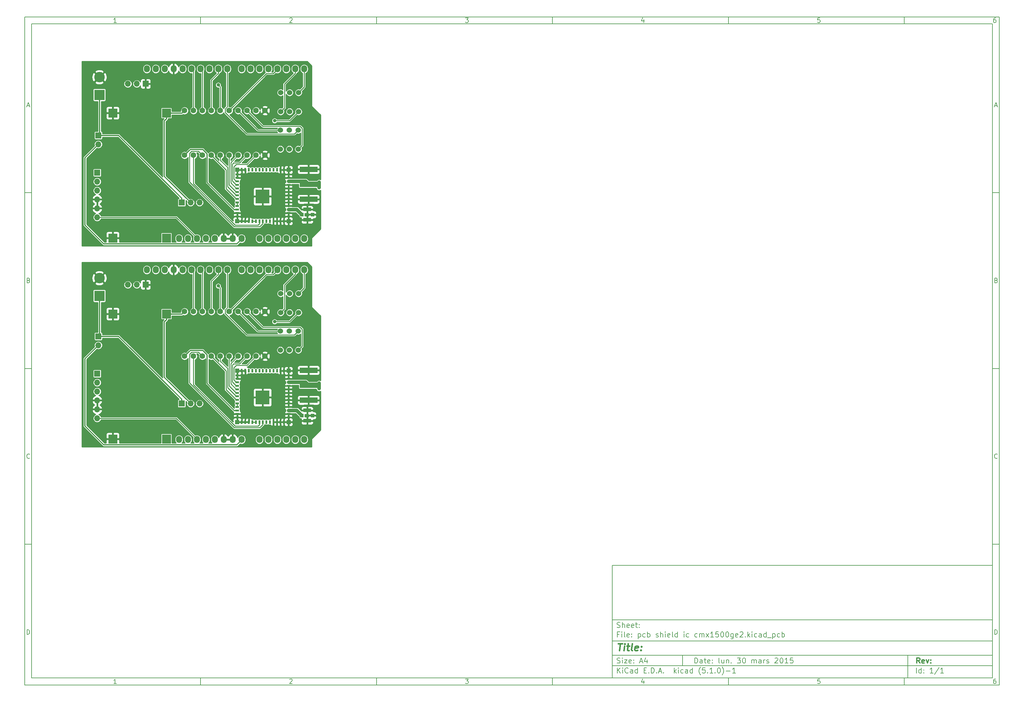
<source format=gbr>
G04 #@! TF.GenerationSoftware,KiCad,Pcbnew,(5.1.0)-1*
G04 #@! TF.CreationDate,2019-05-10T14:28:07+07:00*
G04 #@! TF.ProjectId,pcb shield ic cmx1500ge2,70636220-7368-4696-956c-642069632063,rev?*
G04 #@! TF.SameCoordinates,Original*
G04 #@! TF.FileFunction,Copper,L1,Top*
G04 #@! TF.FilePolarity,Positive*
%FSLAX46Y46*%
G04 Gerber Fmt 4.6, Leading zero omitted, Abs format (unit mm)*
G04 Created by KiCad (PCBNEW (5.1.0)-1) date 2019-05-10 14:28:07*
%MOMM*%
%LPD*%
G04 APERTURE LIST*
%ADD10C,0.100000*%
%ADD11C,0.150000*%
%ADD12C,0.300000*%
%ADD13C,0.400000*%
%ADD14C,1.600000*%
%ADD15O,1.700000X1.700000*%
%ADD16R,1.700000X1.700000*%
%ADD17C,3.000000*%
%ADD18R,3.000000X3.000000*%
%ADD19R,0.500000X1.000000*%
%ADD20R,1.000000X0.500000*%
%ADD21R,0.550000X1.000000*%
%ADD22R,4.000000X4.000000*%
%ADD23R,1.200000X1.200000*%
%ADD24C,1.524000*%
%ADD25O,1.727200X2.032000*%
%ADD26R,2.524000X2.524000*%
%ADD27R,5.080000X1.500000*%
%ADD28R,2.200000X1.050000*%
%ADD29R,1.000000X1.000000*%
%ADD30C,1.000000*%
%ADD31C,0.250000*%
%ADD32C,0.350000*%
%ADD33C,1.057360*%
%ADD34C,0.254000*%
G04 APERTURE END LIST*
D10*
D11*
X177002200Y-166007200D02*
X177002200Y-198007200D01*
X285002200Y-198007200D01*
X285002200Y-166007200D01*
X177002200Y-166007200D01*
D10*
D11*
X10000000Y-10000000D02*
X10000000Y-200007200D01*
X287002200Y-200007200D01*
X287002200Y-10000000D01*
X10000000Y-10000000D01*
D10*
D11*
X12000000Y-12000000D02*
X12000000Y-198007200D01*
X285002200Y-198007200D01*
X285002200Y-12000000D01*
X12000000Y-12000000D01*
D10*
D11*
X60000000Y-12000000D02*
X60000000Y-10000000D01*
D10*
D11*
X110000000Y-12000000D02*
X110000000Y-10000000D01*
D10*
D11*
X160000000Y-12000000D02*
X160000000Y-10000000D01*
D10*
D11*
X210000000Y-12000000D02*
X210000000Y-10000000D01*
D10*
D11*
X260000000Y-12000000D02*
X260000000Y-10000000D01*
D10*
D11*
X36065476Y-11588095D02*
X35322619Y-11588095D01*
X35694047Y-11588095D02*
X35694047Y-10288095D01*
X35570238Y-10473809D01*
X35446428Y-10597619D01*
X35322619Y-10659523D01*
D10*
D11*
X85322619Y-10411904D02*
X85384523Y-10350000D01*
X85508333Y-10288095D01*
X85817857Y-10288095D01*
X85941666Y-10350000D01*
X86003571Y-10411904D01*
X86065476Y-10535714D01*
X86065476Y-10659523D01*
X86003571Y-10845238D01*
X85260714Y-11588095D01*
X86065476Y-11588095D01*
D10*
D11*
X135260714Y-10288095D02*
X136065476Y-10288095D01*
X135632142Y-10783333D01*
X135817857Y-10783333D01*
X135941666Y-10845238D01*
X136003571Y-10907142D01*
X136065476Y-11030952D01*
X136065476Y-11340476D01*
X136003571Y-11464285D01*
X135941666Y-11526190D01*
X135817857Y-11588095D01*
X135446428Y-11588095D01*
X135322619Y-11526190D01*
X135260714Y-11464285D01*
D10*
D11*
X185941666Y-10721428D02*
X185941666Y-11588095D01*
X185632142Y-10226190D02*
X185322619Y-11154761D01*
X186127380Y-11154761D01*
D10*
D11*
X236003571Y-10288095D02*
X235384523Y-10288095D01*
X235322619Y-10907142D01*
X235384523Y-10845238D01*
X235508333Y-10783333D01*
X235817857Y-10783333D01*
X235941666Y-10845238D01*
X236003571Y-10907142D01*
X236065476Y-11030952D01*
X236065476Y-11340476D01*
X236003571Y-11464285D01*
X235941666Y-11526190D01*
X235817857Y-11588095D01*
X235508333Y-11588095D01*
X235384523Y-11526190D01*
X235322619Y-11464285D01*
D10*
D11*
X285941666Y-10288095D02*
X285694047Y-10288095D01*
X285570238Y-10350000D01*
X285508333Y-10411904D01*
X285384523Y-10597619D01*
X285322619Y-10845238D01*
X285322619Y-11340476D01*
X285384523Y-11464285D01*
X285446428Y-11526190D01*
X285570238Y-11588095D01*
X285817857Y-11588095D01*
X285941666Y-11526190D01*
X286003571Y-11464285D01*
X286065476Y-11340476D01*
X286065476Y-11030952D01*
X286003571Y-10907142D01*
X285941666Y-10845238D01*
X285817857Y-10783333D01*
X285570238Y-10783333D01*
X285446428Y-10845238D01*
X285384523Y-10907142D01*
X285322619Y-11030952D01*
D10*
D11*
X60000000Y-198007200D02*
X60000000Y-200007200D01*
D10*
D11*
X110000000Y-198007200D02*
X110000000Y-200007200D01*
D10*
D11*
X160000000Y-198007200D02*
X160000000Y-200007200D01*
D10*
D11*
X210000000Y-198007200D02*
X210000000Y-200007200D01*
D10*
D11*
X260000000Y-198007200D02*
X260000000Y-200007200D01*
D10*
D11*
X36065476Y-199595295D02*
X35322619Y-199595295D01*
X35694047Y-199595295D02*
X35694047Y-198295295D01*
X35570238Y-198481009D01*
X35446428Y-198604819D01*
X35322619Y-198666723D01*
D10*
D11*
X85322619Y-198419104D02*
X85384523Y-198357200D01*
X85508333Y-198295295D01*
X85817857Y-198295295D01*
X85941666Y-198357200D01*
X86003571Y-198419104D01*
X86065476Y-198542914D01*
X86065476Y-198666723D01*
X86003571Y-198852438D01*
X85260714Y-199595295D01*
X86065476Y-199595295D01*
D10*
D11*
X135260714Y-198295295D02*
X136065476Y-198295295D01*
X135632142Y-198790533D01*
X135817857Y-198790533D01*
X135941666Y-198852438D01*
X136003571Y-198914342D01*
X136065476Y-199038152D01*
X136065476Y-199347676D01*
X136003571Y-199471485D01*
X135941666Y-199533390D01*
X135817857Y-199595295D01*
X135446428Y-199595295D01*
X135322619Y-199533390D01*
X135260714Y-199471485D01*
D10*
D11*
X185941666Y-198728628D02*
X185941666Y-199595295D01*
X185632142Y-198233390D02*
X185322619Y-199161961D01*
X186127380Y-199161961D01*
D10*
D11*
X236003571Y-198295295D02*
X235384523Y-198295295D01*
X235322619Y-198914342D01*
X235384523Y-198852438D01*
X235508333Y-198790533D01*
X235817857Y-198790533D01*
X235941666Y-198852438D01*
X236003571Y-198914342D01*
X236065476Y-199038152D01*
X236065476Y-199347676D01*
X236003571Y-199471485D01*
X235941666Y-199533390D01*
X235817857Y-199595295D01*
X235508333Y-199595295D01*
X235384523Y-199533390D01*
X235322619Y-199471485D01*
D10*
D11*
X285941666Y-198295295D02*
X285694047Y-198295295D01*
X285570238Y-198357200D01*
X285508333Y-198419104D01*
X285384523Y-198604819D01*
X285322619Y-198852438D01*
X285322619Y-199347676D01*
X285384523Y-199471485D01*
X285446428Y-199533390D01*
X285570238Y-199595295D01*
X285817857Y-199595295D01*
X285941666Y-199533390D01*
X286003571Y-199471485D01*
X286065476Y-199347676D01*
X286065476Y-199038152D01*
X286003571Y-198914342D01*
X285941666Y-198852438D01*
X285817857Y-198790533D01*
X285570238Y-198790533D01*
X285446428Y-198852438D01*
X285384523Y-198914342D01*
X285322619Y-199038152D01*
D10*
D11*
X10000000Y-60000000D02*
X12000000Y-60000000D01*
D10*
D11*
X10000000Y-110000000D02*
X12000000Y-110000000D01*
D10*
D11*
X10000000Y-160000000D02*
X12000000Y-160000000D01*
D10*
D11*
X10690476Y-35216666D02*
X11309523Y-35216666D01*
X10566666Y-35588095D02*
X11000000Y-34288095D01*
X11433333Y-35588095D01*
D10*
D11*
X11092857Y-84907142D02*
X11278571Y-84969047D01*
X11340476Y-85030952D01*
X11402380Y-85154761D01*
X11402380Y-85340476D01*
X11340476Y-85464285D01*
X11278571Y-85526190D01*
X11154761Y-85588095D01*
X10659523Y-85588095D01*
X10659523Y-84288095D01*
X11092857Y-84288095D01*
X11216666Y-84350000D01*
X11278571Y-84411904D01*
X11340476Y-84535714D01*
X11340476Y-84659523D01*
X11278571Y-84783333D01*
X11216666Y-84845238D01*
X11092857Y-84907142D01*
X10659523Y-84907142D01*
D10*
D11*
X11402380Y-135464285D02*
X11340476Y-135526190D01*
X11154761Y-135588095D01*
X11030952Y-135588095D01*
X10845238Y-135526190D01*
X10721428Y-135402380D01*
X10659523Y-135278571D01*
X10597619Y-135030952D01*
X10597619Y-134845238D01*
X10659523Y-134597619D01*
X10721428Y-134473809D01*
X10845238Y-134350000D01*
X11030952Y-134288095D01*
X11154761Y-134288095D01*
X11340476Y-134350000D01*
X11402380Y-134411904D01*
D10*
D11*
X10659523Y-185588095D02*
X10659523Y-184288095D01*
X10969047Y-184288095D01*
X11154761Y-184350000D01*
X11278571Y-184473809D01*
X11340476Y-184597619D01*
X11402380Y-184845238D01*
X11402380Y-185030952D01*
X11340476Y-185278571D01*
X11278571Y-185402380D01*
X11154761Y-185526190D01*
X10969047Y-185588095D01*
X10659523Y-185588095D01*
D10*
D11*
X287002200Y-60000000D02*
X285002200Y-60000000D01*
D10*
D11*
X287002200Y-110000000D02*
X285002200Y-110000000D01*
D10*
D11*
X287002200Y-160000000D02*
X285002200Y-160000000D01*
D10*
D11*
X285692676Y-35216666D02*
X286311723Y-35216666D01*
X285568866Y-35588095D02*
X286002200Y-34288095D01*
X286435533Y-35588095D01*
D10*
D11*
X286095057Y-84907142D02*
X286280771Y-84969047D01*
X286342676Y-85030952D01*
X286404580Y-85154761D01*
X286404580Y-85340476D01*
X286342676Y-85464285D01*
X286280771Y-85526190D01*
X286156961Y-85588095D01*
X285661723Y-85588095D01*
X285661723Y-84288095D01*
X286095057Y-84288095D01*
X286218866Y-84350000D01*
X286280771Y-84411904D01*
X286342676Y-84535714D01*
X286342676Y-84659523D01*
X286280771Y-84783333D01*
X286218866Y-84845238D01*
X286095057Y-84907142D01*
X285661723Y-84907142D01*
D10*
D11*
X286404580Y-135464285D02*
X286342676Y-135526190D01*
X286156961Y-135588095D01*
X286033152Y-135588095D01*
X285847438Y-135526190D01*
X285723628Y-135402380D01*
X285661723Y-135278571D01*
X285599819Y-135030952D01*
X285599819Y-134845238D01*
X285661723Y-134597619D01*
X285723628Y-134473809D01*
X285847438Y-134350000D01*
X286033152Y-134288095D01*
X286156961Y-134288095D01*
X286342676Y-134350000D01*
X286404580Y-134411904D01*
D10*
D11*
X285661723Y-185588095D02*
X285661723Y-184288095D01*
X285971247Y-184288095D01*
X286156961Y-184350000D01*
X286280771Y-184473809D01*
X286342676Y-184597619D01*
X286404580Y-184845238D01*
X286404580Y-185030952D01*
X286342676Y-185278571D01*
X286280771Y-185402380D01*
X286156961Y-185526190D01*
X285971247Y-185588095D01*
X285661723Y-185588095D01*
D10*
D11*
X200434342Y-193785771D02*
X200434342Y-192285771D01*
X200791485Y-192285771D01*
X201005771Y-192357200D01*
X201148628Y-192500057D01*
X201220057Y-192642914D01*
X201291485Y-192928628D01*
X201291485Y-193142914D01*
X201220057Y-193428628D01*
X201148628Y-193571485D01*
X201005771Y-193714342D01*
X200791485Y-193785771D01*
X200434342Y-193785771D01*
X202577200Y-193785771D02*
X202577200Y-193000057D01*
X202505771Y-192857200D01*
X202362914Y-192785771D01*
X202077200Y-192785771D01*
X201934342Y-192857200D01*
X202577200Y-193714342D02*
X202434342Y-193785771D01*
X202077200Y-193785771D01*
X201934342Y-193714342D01*
X201862914Y-193571485D01*
X201862914Y-193428628D01*
X201934342Y-193285771D01*
X202077200Y-193214342D01*
X202434342Y-193214342D01*
X202577200Y-193142914D01*
X203077200Y-192785771D02*
X203648628Y-192785771D01*
X203291485Y-192285771D02*
X203291485Y-193571485D01*
X203362914Y-193714342D01*
X203505771Y-193785771D01*
X203648628Y-193785771D01*
X204720057Y-193714342D02*
X204577200Y-193785771D01*
X204291485Y-193785771D01*
X204148628Y-193714342D01*
X204077200Y-193571485D01*
X204077200Y-193000057D01*
X204148628Y-192857200D01*
X204291485Y-192785771D01*
X204577200Y-192785771D01*
X204720057Y-192857200D01*
X204791485Y-193000057D01*
X204791485Y-193142914D01*
X204077200Y-193285771D01*
X205434342Y-193642914D02*
X205505771Y-193714342D01*
X205434342Y-193785771D01*
X205362914Y-193714342D01*
X205434342Y-193642914D01*
X205434342Y-193785771D01*
X205434342Y-192857200D02*
X205505771Y-192928628D01*
X205434342Y-193000057D01*
X205362914Y-192928628D01*
X205434342Y-192857200D01*
X205434342Y-193000057D01*
X207505771Y-193785771D02*
X207362914Y-193714342D01*
X207291485Y-193571485D01*
X207291485Y-192285771D01*
X208720057Y-192785771D02*
X208720057Y-193785771D01*
X208077200Y-192785771D02*
X208077200Y-193571485D01*
X208148628Y-193714342D01*
X208291485Y-193785771D01*
X208505771Y-193785771D01*
X208648628Y-193714342D01*
X208720057Y-193642914D01*
X209434342Y-192785771D02*
X209434342Y-193785771D01*
X209434342Y-192928628D02*
X209505771Y-192857200D01*
X209648628Y-192785771D01*
X209862914Y-192785771D01*
X210005771Y-192857200D01*
X210077200Y-193000057D01*
X210077200Y-193785771D01*
X210791485Y-193642914D02*
X210862914Y-193714342D01*
X210791485Y-193785771D01*
X210720057Y-193714342D01*
X210791485Y-193642914D01*
X210791485Y-193785771D01*
X212505771Y-192285771D02*
X213434342Y-192285771D01*
X212934342Y-192857200D01*
X213148628Y-192857200D01*
X213291485Y-192928628D01*
X213362914Y-193000057D01*
X213434342Y-193142914D01*
X213434342Y-193500057D01*
X213362914Y-193642914D01*
X213291485Y-193714342D01*
X213148628Y-193785771D01*
X212720057Y-193785771D01*
X212577200Y-193714342D01*
X212505771Y-193642914D01*
X214362914Y-192285771D02*
X214505771Y-192285771D01*
X214648628Y-192357200D01*
X214720057Y-192428628D01*
X214791485Y-192571485D01*
X214862914Y-192857200D01*
X214862914Y-193214342D01*
X214791485Y-193500057D01*
X214720057Y-193642914D01*
X214648628Y-193714342D01*
X214505771Y-193785771D01*
X214362914Y-193785771D01*
X214220057Y-193714342D01*
X214148628Y-193642914D01*
X214077200Y-193500057D01*
X214005771Y-193214342D01*
X214005771Y-192857200D01*
X214077200Y-192571485D01*
X214148628Y-192428628D01*
X214220057Y-192357200D01*
X214362914Y-192285771D01*
X216648628Y-193785771D02*
X216648628Y-192785771D01*
X216648628Y-192928628D02*
X216720057Y-192857200D01*
X216862914Y-192785771D01*
X217077200Y-192785771D01*
X217220057Y-192857200D01*
X217291485Y-193000057D01*
X217291485Y-193785771D01*
X217291485Y-193000057D02*
X217362914Y-192857200D01*
X217505771Y-192785771D01*
X217720057Y-192785771D01*
X217862914Y-192857200D01*
X217934342Y-193000057D01*
X217934342Y-193785771D01*
X219291485Y-193785771D02*
X219291485Y-193000057D01*
X219220057Y-192857200D01*
X219077200Y-192785771D01*
X218791485Y-192785771D01*
X218648628Y-192857200D01*
X219291485Y-193714342D02*
X219148628Y-193785771D01*
X218791485Y-193785771D01*
X218648628Y-193714342D01*
X218577200Y-193571485D01*
X218577200Y-193428628D01*
X218648628Y-193285771D01*
X218791485Y-193214342D01*
X219148628Y-193214342D01*
X219291485Y-193142914D01*
X220005771Y-193785771D02*
X220005771Y-192785771D01*
X220005771Y-193071485D02*
X220077200Y-192928628D01*
X220148628Y-192857200D01*
X220291485Y-192785771D01*
X220434342Y-192785771D01*
X220862914Y-193714342D02*
X221005771Y-193785771D01*
X221291485Y-193785771D01*
X221434342Y-193714342D01*
X221505771Y-193571485D01*
X221505771Y-193500057D01*
X221434342Y-193357200D01*
X221291485Y-193285771D01*
X221077200Y-193285771D01*
X220934342Y-193214342D01*
X220862914Y-193071485D01*
X220862914Y-193000057D01*
X220934342Y-192857200D01*
X221077200Y-192785771D01*
X221291485Y-192785771D01*
X221434342Y-192857200D01*
X223220057Y-192428628D02*
X223291485Y-192357200D01*
X223434342Y-192285771D01*
X223791485Y-192285771D01*
X223934342Y-192357200D01*
X224005771Y-192428628D01*
X224077200Y-192571485D01*
X224077200Y-192714342D01*
X224005771Y-192928628D01*
X223148628Y-193785771D01*
X224077200Y-193785771D01*
X225005771Y-192285771D02*
X225148628Y-192285771D01*
X225291485Y-192357200D01*
X225362914Y-192428628D01*
X225434342Y-192571485D01*
X225505771Y-192857200D01*
X225505771Y-193214342D01*
X225434342Y-193500057D01*
X225362914Y-193642914D01*
X225291485Y-193714342D01*
X225148628Y-193785771D01*
X225005771Y-193785771D01*
X224862914Y-193714342D01*
X224791485Y-193642914D01*
X224720057Y-193500057D01*
X224648628Y-193214342D01*
X224648628Y-192857200D01*
X224720057Y-192571485D01*
X224791485Y-192428628D01*
X224862914Y-192357200D01*
X225005771Y-192285771D01*
X226934342Y-193785771D02*
X226077200Y-193785771D01*
X226505771Y-193785771D02*
X226505771Y-192285771D01*
X226362914Y-192500057D01*
X226220057Y-192642914D01*
X226077200Y-192714342D01*
X228291485Y-192285771D02*
X227577200Y-192285771D01*
X227505771Y-193000057D01*
X227577200Y-192928628D01*
X227720057Y-192857200D01*
X228077200Y-192857200D01*
X228220057Y-192928628D01*
X228291485Y-193000057D01*
X228362914Y-193142914D01*
X228362914Y-193500057D01*
X228291485Y-193642914D01*
X228220057Y-193714342D01*
X228077200Y-193785771D01*
X227720057Y-193785771D01*
X227577200Y-193714342D01*
X227505771Y-193642914D01*
D10*
D11*
X177002200Y-194507200D02*
X285002200Y-194507200D01*
D10*
D11*
X178434342Y-196585771D02*
X178434342Y-195085771D01*
X179291485Y-196585771D02*
X178648628Y-195728628D01*
X179291485Y-195085771D02*
X178434342Y-195942914D01*
X179934342Y-196585771D02*
X179934342Y-195585771D01*
X179934342Y-195085771D02*
X179862914Y-195157200D01*
X179934342Y-195228628D01*
X180005771Y-195157200D01*
X179934342Y-195085771D01*
X179934342Y-195228628D01*
X181505771Y-196442914D02*
X181434342Y-196514342D01*
X181220057Y-196585771D01*
X181077200Y-196585771D01*
X180862914Y-196514342D01*
X180720057Y-196371485D01*
X180648628Y-196228628D01*
X180577200Y-195942914D01*
X180577200Y-195728628D01*
X180648628Y-195442914D01*
X180720057Y-195300057D01*
X180862914Y-195157200D01*
X181077200Y-195085771D01*
X181220057Y-195085771D01*
X181434342Y-195157200D01*
X181505771Y-195228628D01*
X182791485Y-196585771D02*
X182791485Y-195800057D01*
X182720057Y-195657200D01*
X182577200Y-195585771D01*
X182291485Y-195585771D01*
X182148628Y-195657200D01*
X182791485Y-196514342D02*
X182648628Y-196585771D01*
X182291485Y-196585771D01*
X182148628Y-196514342D01*
X182077200Y-196371485D01*
X182077200Y-196228628D01*
X182148628Y-196085771D01*
X182291485Y-196014342D01*
X182648628Y-196014342D01*
X182791485Y-195942914D01*
X184148628Y-196585771D02*
X184148628Y-195085771D01*
X184148628Y-196514342D02*
X184005771Y-196585771D01*
X183720057Y-196585771D01*
X183577200Y-196514342D01*
X183505771Y-196442914D01*
X183434342Y-196300057D01*
X183434342Y-195871485D01*
X183505771Y-195728628D01*
X183577200Y-195657200D01*
X183720057Y-195585771D01*
X184005771Y-195585771D01*
X184148628Y-195657200D01*
X186005771Y-195800057D02*
X186505771Y-195800057D01*
X186720057Y-196585771D02*
X186005771Y-196585771D01*
X186005771Y-195085771D01*
X186720057Y-195085771D01*
X187362914Y-196442914D02*
X187434342Y-196514342D01*
X187362914Y-196585771D01*
X187291485Y-196514342D01*
X187362914Y-196442914D01*
X187362914Y-196585771D01*
X188077200Y-196585771D02*
X188077200Y-195085771D01*
X188434342Y-195085771D01*
X188648628Y-195157200D01*
X188791485Y-195300057D01*
X188862914Y-195442914D01*
X188934342Y-195728628D01*
X188934342Y-195942914D01*
X188862914Y-196228628D01*
X188791485Y-196371485D01*
X188648628Y-196514342D01*
X188434342Y-196585771D01*
X188077200Y-196585771D01*
X189577200Y-196442914D02*
X189648628Y-196514342D01*
X189577200Y-196585771D01*
X189505771Y-196514342D01*
X189577200Y-196442914D01*
X189577200Y-196585771D01*
X190220057Y-196157200D02*
X190934342Y-196157200D01*
X190077200Y-196585771D02*
X190577200Y-195085771D01*
X191077200Y-196585771D01*
X191577200Y-196442914D02*
X191648628Y-196514342D01*
X191577200Y-196585771D01*
X191505771Y-196514342D01*
X191577200Y-196442914D01*
X191577200Y-196585771D01*
X194577200Y-196585771D02*
X194577200Y-195085771D01*
X194720057Y-196014342D02*
X195148628Y-196585771D01*
X195148628Y-195585771D02*
X194577200Y-196157200D01*
X195791485Y-196585771D02*
X195791485Y-195585771D01*
X195791485Y-195085771D02*
X195720057Y-195157200D01*
X195791485Y-195228628D01*
X195862914Y-195157200D01*
X195791485Y-195085771D01*
X195791485Y-195228628D01*
X197148628Y-196514342D02*
X197005771Y-196585771D01*
X196720057Y-196585771D01*
X196577200Y-196514342D01*
X196505771Y-196442914D01*
X196434342Y-196300057D01*
X196434342Y-195871485D01*
X196505771Y-195728628D01*
X196577200Y-195657200D01*
X196720057Y-195585771D01*
X197005771Y-195585771D01*
X197148628Y-195657200D01*
X198434342Y-196585771D02*
X198434342Y-195800057D01*
X198362914Y-195657200D01*
X198220057Y-195585771D01*
X197934342Y-195585771D01*
X197791485Y-195657200D01*
X198434342Y-196514342D02*
X198291485Y-196585771D01*
X197934342Y-196585771D01*
X197791485Y-196514342D01*
X197720057Y-196371485D01*
X197720057Y-196228628D01*
X197791485Y-196085771D01*
X197934342Y-196014342D01*
X198291485Y-196014342D01*
X198434342Y-195942914D01*
X199791485Y-196585771D02*
X199791485Y-195085771D01*
X199791485Y-196514342D02*
X199648628Y-196585771D01*
X199362914Y-196585771D01*
X199220057Y-196514342D01*
X199148628Y-196442914D01*
X199077200Y-196300057D01*
X199077200Y-195871485D01*
X199148628Y-195728628D01*
X199220057Y-195657200D01*
X199362914Y-195585771D01*
X199648628Y-195585771D01*
X199791485Y-195657200D01*
X202077200Y-197157200D02*
X202005771Y-197085771D01*
X201862914Y-196871485D01*
X201791485Y-196728628D01*
X201720057Y-196514342D01*
X201648628Y-196157200D01*
X201648628Y-195871485D01*
X201720057Y-195514342D01*
X201791485Y-195300057D01*
X201862914Y-195157200D01*
X202005771Y-194942914D01*
X202077200Y-194871485D01*
X203362914Y-195085771D02*
X202648628Y-195085771D01*
X202577200Y-195800057D01*
X202648628Y-195728628D01*
X202791485Y-195657200D01*
X203148628Y-195657200D01*
X203291485Y-195728628D01*
X203362914Y-195800057D01*
X203434342Y-195942914D01*
X203434342Y-196300057D01*
X203362914Y-196442914D01*
X203291485Y-196514342D01*
X203148628Y-196585771D01*
X202791485Y-196585771D01*
X202648628Y-196514342D01*
X202577200Y-196442914D01*
X204077200Y-196442914D02*
X204148628Y-196514342D01*
X204077200Y-196585771D01*
X204005771Y-196514342D01*
X204077200Y-196442914D01*
X204077200Y-196585771D01*
X205577200Y-196585771D02*
X204720057Y-196585771D01*
X205148628Y-196585771D02*
X205148628Y-195085771D01*
X205005771Y-195300057D01*
X204862914Y-195442914D01*
X204720057Y-195514342D01*
X206220057Y-196442914D02*
X206291485Y-196514342D01*
X206220057Y-196585771D01*
X206148628Y-196514342D01*
X206220057Y-196442914D01*
X206220057Y-196585771D01*
X207220057Y-195085771D02*
X207362914Y-195085771D01*
X207505771Y-195157200D01*
X207577200Y-195228628D01*
X207648628Y-195371485D01*
X207720057Y-195657200D01*
X207720057Y-196014342D01*
X207648628Y-196300057D01*
X207577200Y-196442914D01*
X207505771Y-196514342D01*
X207362914Y-196585771D01*
X207220057Y-196585771D01*
X207077200Y-196514342D01*
X207005771Y-196442914D01*
X206934342Y-196300057D01*
X206862914Y-196014342D01*
X206862914Y-195657200D01*
X206934342Y-195371485D01*
X207005771Y-195228628D01*
X207077200Y-195157200D01*
X207220057Y-195085771D01*
X208220057Y-197157200D02*
X208291485Y-197085771D01*
X208434342Y-196871485D01*
X208505771Y-196728628D01*
X208577200Y-196514342D01*
X208648628Y-196157200D01*
X208648628Y-195871485D01*
X208577200Y-195514342D01*
X208505771Y-195300057D01*
X208434342Y-195157200D01*
X208291485Y-194942914D01*
X208220057Y-194871485D01*
X209362914Y-196014342D02*
X210505771Y-196014342D01*
X212005771Y-196585771D02*
X211148628Y-196585771D01*
X211577200Y-196585771D02*
X211577200Y-195085771D01*
X211434342Y-195300057D01*
X211291485Y-195442914D01*
X211148628Y-195514342D01*
D10*
D11*
X177002200Y-191507200D02*
X285002200Y-191507200D01*
D10*
D12*
X264411485Y-193785771D02*
X263911485Y-193071485D01*
X263554342Y-193785771D02*
X263554342Y-192285771D01*
X264125771Y-192285771D01*
X264268628Y-192357200D01*
X264340057Y-192428628D01*
X264411485Y-192571485D01*
X264411485Y-192785771D01*
X264340057Y-192928628D01*
X264268628Y-193000057D01*
X264125771Y-193071485D01*
X263554342Y-193071485D01*
X265625771Y-193714342D02*
X265482914Y-193785771D01*
X265197200Y-193785771D01*
X265054342Y-193714342D01*
X264982914Y-193571485D01*
X264982914Y-193000057D01*
X265054342Y-192857200D01*
X265197200Y-192785771D01*
X265482914Y-192785771D01*
X265625771Y-192857200D01*
X265697200Y-193000057D01*
X265697200Y-193142914D01*
X264982914Y-193285771D01*
X266197200Y-192785771D02*
X266554342Y-193785771D01*
X266911485Y-192785771D01*
X267482914Y-193642914D02*
X267554342Y-193714342D01*
X267482914Y-193785771D01*
X267411485Y-193714342D01*
X267482914Y-193642914D01*
X267482914Y-193785771D01*
X267482914Y-192857200D02*
X267554342Y-192928628D01*
X267482914Y-193000057D01*
X267411485Y-192928628D01*
X267482914Y-192857200D01*
X267482914Y-193000057D01*
D10*
D11*
X178362914Y-193714342D02*
X178577200Y-193785771D01*
X178934342Y-193785771D01*
X179077200Y-193714342D01*
X179148628Y-193642914D01*
X179220057Y-193500057D01*
X179220057Y-193357200D01*
X179148628Y-193214342D01*
X179077200Y-193142914D01*
X178934342Y-193071485D01*
X178648628Y-193000057D01*
X178505771Y-192928628D01*
X178434342Y-192857200D01*
X178362914Y-192714342D01*
X178362914Y-192571485D01*
X178434342Y-192428628D01*
X178505771Y-192357200D01*
X178648628Y-192285771D01*
X179005771Y-192285771D01*
X179220057Y-192357200D01*
X179862914Y-193785771D02*
X179862914Y-192785771D01*
X179862914Y-192285771D02*
X179791485Y-192357200D01*
X179862914Y-192428628D01*
X179934342Y-192357200D01*
X179862914Y-192285771D01*
X179862914Y-192428628D01*
X180434342Y-192785771D02*
X181220057Y-192785771D01*
X180434342Y-193785771D01*
X181220057Y-193785771D01*
X182362914Y-193714342D02*
X182220057Y-193785771D01*
X181934342Y-193785771D01*
X181791485Y-193714342D01*
X181720057Y-193571485D01*
X181720057Y-193000057D01*
X181791485Y-192857200D01*
X181934342Y-192785771D01*
X182220057Y-192785771D01*
X182362914Y-192857200D01*
X182434342Y-193000057D01*
X182434342Y-193142914D01*
X181720057Y-193285771D01*
X183077200Y-193642914D02*
X183148628Y-193714342D01*
X183077200Y-193785771D01*
X183005771Y-193714342D01*
X183077200Y-193642914D01*
X183077200Y-193785771D01*
X183077200Y-192857200D02*
X183148628Y-192928628D01*
X183077200Y-193000057D01*
X183005771Y-192928628D01*
X183077200Y-192857200D01*
X183077200Y-193000057D01*
X184862914Y-193357200D02*
X185577200Y-193357200D01*
X184720057Y-193785771D02*
X185220057Y-192285771D01*
X185720057Y-193785771D01*
X186862914Y-192785771D02*
X186862914Y-193785771D01*
X186505771Y-192214342D02*
X186148628Y-193285771D01*
X187077200Y-193285771D01*
D10*
D11*
X263434342Y-196585771D02*
X263434342Y-195085771D01*
X264791485Y-196585771D02*
X264791485Y-195085771D01*
X264791485Y-196514342D02*
X264648628Y-196585771D01*
X264362914Y-196585771D01*
X264220057Y-196514342D01*
X264148628Y-196442914D01*
X264077200Y-196300057D01*
X264077200Y-195871485D01*
X264148628Y-195728628D01*
X264220057Y-195657200D01*
X264362914Y-195585771D01*
X264648628Y-195585771D01*
X264791485Y-195657200D01*
X265505771Y-196442914D02*
X265577200Y-196514342D01*
X265505771Y-196585771D01*
X265434342Y-196514342D01*
X265505771Y-196442914D01*
X265505771Y-196585771D01*
X265505771Y-195657200D02*
X265577200Y-195728628D01*
X265505771Y-195800057D01*
X265434342Y-195728628D01*
X265505771Y-195657200D01*
X265505771Y-195800057D01*
X268148628Y-196585771D02*
X267291485Y-196585771D01*
X267720057Y-196585771D02*
X267720057Y-195085771D01*
X267577200Y-195300057D01*
X267434342Y-195442914D01*
X267291485Y-195514342D01*
X269862914Y-195014342D02*
X268577200Y-196942914D01*
X271148628Y-196585771D02*
X270291485Y-196585771D01*
X270720057Y-196585771D02*
X270720057Y-195085771D01*
X270577200Y-195300057D01*
X270434342Y-195442914D01*
X270291485Y-195514342D01*
D10*
D11*
X177002200Y-187507200D02*
X285002200Y-187507200D01*
D10*
D13*
X178714580Y-188211961D02*
X179857438Y-188211961D01*
X179036009Y-190211961D02*
X179286009Y-188211961D01*
X180274104Y-190211961D02*
X180440771Y-188878628D01*
X180524104Y-188211961D02*
X180416961Y-188307200D01*
X180500295Y-188402438D01*
X180607438Y-188307200D01*
X180524104Y-188211961D01*
X180500295Y-188402438D01*
X181107438Y-188878628D02*
X181869342Y-188878628D01*
X181476485Y-188211961D02*
X181262200Y-189926247D01*
X181333628Y-190116723D01*
X181512200Y-190211961D01*
X181702676Y-190211961D01*
X182655057Y-190211961D02*
X182476485Y-190116723D01*
X182405057Y-189926247D01*
X182619342Y-188211961D01*
X184190771Y-190116723D02*
X183988390Y-190211961D01*
X183607438Y-190211961D01*
X183428866Y-190116723D01*
X183357438Y-189926247D01*
X183452676Y-189164342D01*
X183571723Y-188973866D01*
X183774104Y-188878628D01*
X184155057Y-188878628D01*
X184333628Y-188973866D01*
X184405057Y-189164342D01*
X184381247Y-189354819D01*
X183405057Y-189545295D01*
X185155057Y-190021485D02*
X185238390Y-190116723D01*
X185131247Y-190211961D01*
X185047914Y-190116723D01*
X185155057Y-190021485D01*
X185131247Y-190211961D01*
X185286009Y-188973866D02*
X185369342Y-189069104D01*
X185262200Y-189164342D01*
X185178866Y-189069104D01*
X185286009Y-188973866D01*
X185262200Y-189164342D01*
D10*
D11*
X178934342Y-185600057D02*
X178434342Y-185600057D01*
X178434342Y-186385771D02*
X178434342Y-184885771D01*
X179148628Y-184885771D01*
X179720057Y-186385771D02*
X179720057Y-185385771D01*
X179720057Y-184885771D02*
X179648628Y-184957200D01*
X179720057Y-185028628D01*
X179791485Y-184957200D01*
X179720057Y-184885771D01*
X179720057Y-185028628D01*
X180648628Y-186385771D02*
X180505771Y-186314342D01*
X180434342Y-186171485D01*
X180434342Y-184885771D01*
X181791485Y-186314342D02*
X181648628Y-186385771D01*
X181362914Y-186385771D01*
X181220057Y-186314342D01*
X181148628Y-186171485D01*
X181148628Y-185600057D01*
X181220057Y-185457200D01*
X181362914Y-185385771D01*
X181648628Y-185385771D01*
X181791485Y-185457200D01*
X181862914Y-185600057D01*
X181862914Y-185742914D01*
X181148628Y-185885771D01*
X182505771Y-186242914D02*
X182577200Y-186314342D01*
X182505771Y-186385771D01*
X182434342Y-186314342D01*
X182505771Y-186242914D01*
X182505771Y-186385771D01*
X182505771Y-185457200D02*
X182577200Y-185528628D01*
X182505771Y-185600057D01*
X182434342Y-185528628D01*
X182505771Y-185457200D01*
X182505771Y-185600057D01*
X184362914Y-185385771D02*
X184362914Y-186885771D01*
X184362914Y-185457200D02*
X184505771Y-185385771D01*
X184791485Y-185385771D01*
X184934342Y-185457200D01*
X185005771Y-185528628D01*
X185077200Y-185671485D01*
X185077200Y-186100057D01*
X185005771Y-186242914D01*
X184934342Y-186314342D01*
X184791485Y-186385771D01*
X184505771Y-186385771D01*
X184362914Y-186314342D01*
X186362914Y-186314342D02*
X186220057Y-186385771D01*
X185934342Y-186385771D01*
X185791485Y-186314342D01*
X185720057Y-186242914D01*
X185648628Y-186100057D01*
X185648628Y-185671485D01*
X185720057Y-185528628D01*
X185791485Y-185457200D01*
X185934342Y-185385771D01*
X186220057Y-185385771D01*
X186362914Y-185457200D01*
X187005771Y-186385771D02*
X187005771Y-184885771D01*
X187005771Y-185457200D02*
X187148628Y-185385771D01*
X187434342Y-185385771D01*
X187577200Y-185457200D01*
X187648628Y-185528628D01*
X187720057Y-185671485D01*
X187720057Y-186100057D01*
X187648628Y-186242914D01*
X187577200Y-186314342D01*
X187434342Y-186385771D01*
X187148628Y-186385771D01*
X187005771Y-186314342D01*
X189434342Y-186314342D02*
X189577200Y-186385771D01*
X189862914Y-186385771D01*
X190005771Y-186314342D01*
X190077200Y-186171485D01*
X190077200Y-186100057D01*
X190005771Y-185957200D01*
X189862914Y-185885771D01*
X189648628Y-185885771D01*
X189505771Y-185814342D01*
X189434342Y-185671485D01*
X189434342Y-185600057D01*
X189505771Y-185457200D01*
X189648628Y-185385771D01*
X189862914Y-185385771D01*
X190005771Y-185457200D01*
X190720057Y-186385771D02*
X190720057Y-184885771D01*
X191362914Y-186385771D02*
X191362914Y-185600057D01*
X191291485Y-185457200D01*
X191148628Y-185385771D01*
X190934342Y-185385771D01*
X190791485Y-185457200D01*
X190720057Y-185528628D01*
X192077200Y-186385771D02*
X192077200Y-185385771D01*
X192077200Y-184885771D02*
X192005771Y-184957200D01*
X192077200Y-185028628D01*
X192148628Y-184957200D01*
X192077200Y-184885771D01*
X192077200Y-185028628D01*
X193362914Y-186314342D02*
X193220057Y-186385771D01*
X192934342Y-186385771D01*
X192791485Y-186314342D01*
X192720057Y-186171485D01*
X192720057Y-185600057D01*
X192791485Y-185457200D01*
X192934342Y-185385771D01*
X193220057Y-185385771D01*
X193362914Y-185457200D01*
X193434342Y-185600057D01*
X193434342Y-185742914D01*
X192720057Y-185885771D01*
X194291485Y-186385771D02*
X194148628Y-186314342D01*
X194077200Y-186171485D01*
X194077200Y-184885771D01*
X195505771Y-186385771D02*
X195505771Y-184885771D01*
X195505771Y-186314342D02*
X195362914Y-186385771D01*
X195077200Y-186385771D01*
X194934342Y-186314342D01*
X194862914Y-186242914D01*
X194791485Y-186100057D01*
X194791485Y-185671485D01*
X194862914Y-185528628D01*
X194934342Y-185457200D01*
X195077200Y-185385771D01*
X195362914Y-185385771D01*
X195505771Y-185457200D01*
X197362914Y-186385771D02*
X197362914Y-185385771D01*
X197362914Y-184885771D02*
X197291485Y-184957200D01*
X197362914Y-185028628D01*
X197434342Y-184957200D01*
X197362914Y-184885771D01*
X197362914Y-185028628D01*
X198720057Y-186314342D02*
X198577200Y-186385771D01*
X198291485Y-186385771D01*
X198148628Y-186314342D01*
X198077200Y-186242914D01*
X198005771Y-186100057D01*
X198005771Y-185671485D01*
X198077200Y-185528628D01*
X198148628Y-185457200D01*
X198291485Y-185385771D01*
X198577200Y-185385771D01*
X198720057Y-185457200D01*
X201148628Y-186314342D02*
X201005771Y-186385771D01*
X200720057Y-186385771D01*
X200577200Y-186314342D01*
X200505771Y-186242914D01*
X200434342Y-186100057D01*
X200434342Y-185671485D01*
X200505771Y-185528628D01*
X200577200Y-185457200D01*
X200720057Y-185385771D01*
X201005771Y-185385771D01*
X201148628Y-185457200D01*
X201791485Y-186385771D02*
X201791485Y-185385771D01*
X201791485Y-185528628D02*
X201862914Y-185457200D01*
X202005771Y-185385771D01*
X202220057Y-185385771D01*
X202362914Y-185457200D01*
X202434342Y-185600057D01*
X202434342Y-186385771D01*
X202434342Y-185600057D02*
X202505771Y-185457200D01*
X202648628Y-185385771D01*
X202862914Y-185385771D01*
X203005771Y-185457200D01*
X203077200Y-185600057D01*
X203077200Y-186385771D01*
X203648628Y-186385771D02*
X204434342Y-185385771D01*
X203648628Y-185385771D02*
X204434342Y-186385771D01*
X205791485Y-186385771D02*
X204934342Y-186385771D01*
X205362914Y-186385771D02*
X205362914Y-184885771D01*
X205220057Y-185100057D01*
X205077200Y-185242914D01*
X204934342Y-185314342D01*
X207148628Y-184885771D02*
X206434342Y-184885771D01*
X206362914Y-185600057D01*
X206434342Y-185528628D01*
X206577200Y-185457200D01*
X206934342Y-185457200D01*
X207077200Y-185528628D01*
X207148628Y-185600057D01*
X207220057Y-185742914D01*
X207220057Y-186100057D01*
X207148628Y-186242914D01*
X207077200Y-186314342D01*
X206934342Y-186385771D01*
X206577200Y-186385771D01*
X206434342Y-186314342D01*
X206362914Y-186242914D01*
X208148628Y-184885771D02*
X208291485Y-184885771D01*
X208434342Y-184957200D01*
X208505771Y-185028628D01*
X208577200Y-185171485D01*
X208648628Y-185457200D01*
X208648628Y-185814342D01*
X208577200Y-186100057D01*
X208505771Y-186242914D01*
X208434342Y-186314342D01*
X208291485Y-186385771D01*
X208148628Y-186385771D01*
X208005771Y-186314342D01*
X207934342Y-186242914D01*
X207862914Y-186100057D01*
X207791485Y-185814342D01*
X207791485Y-185457200D01*
X207862914Y-185171485D01*
X207934342Y-185028628D01*
X208005771Y-184957200D01*
X208148628Y-184885771D01*
X209577200Y-184885771D02*
X209720057Y-184885771D01*
X209862914Y-184957200D01*
X209934342Y-185028628D01*
X210005771Y-185171485D01*
X210077200Y-185457200D01*
X210077200Y-185814342D01*
X210005771Y-186100057D01*
X209934342Y-186242914D01*
X209862914Y-186314342D01*
X209720057Y-186385771D01*
X209577200Y-186385771D01*
X209434342Y-186314342D01*
X209362914Y-186242914D01*
X209291485Y-186100057D01*
X209220057Y-185814342D01*
X209220057Y-185457200D01*
X209291485Y-185171485D01*
X209362914Y-185028628D01*
X209434342Y-184957200D01*
X209577200Y-184885771D01*
X211362914Y-185385771D02*
X211362914Y-186600057D01*
X211291485Y-186742914D01*
X211220057Y-186814342D01*
X211077200Y-186885771D01*
X210862914Y-186885771D01*
X210720057Y-186814342D01*
X211362914Y-186314342D02*
X211220057Y-186385771D01*
X210934342Y-186385771D01*
X210791485Y-186314342D01*
X210720057Y-186242914D01*
X210648628Y-186100057D01*
X210648628Y-185671485D01*
X210720057Y-185528628D01*
X210791485Y-185457200D01*
X210934342Y-185385771D01*
X211220057Y-185385771D01*
X211362914Y-185457200D01*
X212648628Y-186314342D02*
X212505771Y-186385771D01*
X212220057Y-186385771D01*
X212077200Y-186314342D01*
X212005771Y-186171485D01*
X212005771Y-185600057D01*
X212077200Y-185457200D01*
X212220057Y-185385771D01*
X212505771Y-185385771D01*
X212648628Y-185457200D01*
X212720057Y-185600057D01*
X212720057Y-185742914D01*
X212005771Y-185885771D01*
X213291485Y-185028628D02*
X213362914Y-184957200D01*
X213505771Y-184885771D01*
X213862914Y-184885771D01*
X214005771Y-184957200D01*
X214077200Y-185028628D01*
X214148628Y-185171485D01*
X214148628Y-185314342D01*
X214077200Y-185528628D01*
X213220057Y-186385771D01*
X214148628Y-186385771D01*
X214791485Y-186242914D02*
X214862914Y-186314342D01*
X214791485Y-186385771D01*
X214720057Y-186314342D01*
X214791485Y-186242914D01*
X214791485Y-186385771D01*
X215505771Y-186385771D02*
X215505771Y-184885771D01*
X215648628Y-185814342D02*
X216077200Y-186385771D01*
X216077200Y-185385771D02*
X215505771Y-185957200D01*
X216720057Y-186385771D02*
X216720057Y-185385771D01*
X216720057Y-184885771D02*
X216648628Y-184957200D01*
X216720057Y-185028628D01*
X216791485Y-184957200D01*
X216720057Y-184885771D01*
X216720057Y-185028628D01*
X218077200Y-186314342D02*
X217934342Y-186385771D01*
X217648628Y-186385771D01*
X217505771Y-186314342D01*
X217434342Y-186242914D01*
X217362914Y-186100057D01*
X217362914Y-185671485D01*
X217434342Y-185528628D01*
X217505771Y-185457200D01*
X217648628Y-185385771D01*
X217934342Y-185385771D01*
X218077200Y-185457200D01*
X219362914Y-186385771D02*
X219362914Y-185600057D01*
X219291485Y-185457200D01*
X219148628Y-185385771D01*
X218862914Y-185385771D01*
X218720057Y-185457200D01*
X219362914Y-186314342D02*
X219220057Y-186385771D01*
X218862914Y-186385771D01*
X218720057Y-186314342D01*
X218648628Y-186171485D01*
X218648628Y-186028628D01*
X218720057Y-185885771D01*
X218862914Y-185814342D01*
X219220057Y-185814342D01*
X219362914Y-185742914D01*
X220720057Y-186385771D02*
X220720057Y-184885771D01*
X220720057Y-186314342D02*
X220577200Y-186385771D01*
X220291485Y-186385771D01*
X220148628Y-186314342D01*
X220077200Y-186242914D01*
X220005771Y-186100057D01*
X220005771Y-185671485D01*
X220077200Y-185528628D01*
X220148628Y-185457200D01*
X220291485Y-185385771D01*
X220577200Y-185385771D01*
X220720057Y-185457200D01*
X221077200Y-186528628D02*
X222220057Y-186528628D01*
X222577200Y-185385771D02*
X222577200Y-186885771D01*
X222577200Y-185457200D02*
X222720057Y-185385771D01*
X223005771Y-185385771D01*
X223148628Y-185457200D01*
X223220057Y-185528628D01*
X223291485Y-185671485D01*
X223291485Y-186100057D01*
X223220057Y-186242914D01*
X223148628Y-186314342D01*
X223005771Y-186385771D01*
X222720057Y-186385771D01*
X222577200Y-186314342D01*
X224577200Y-186314342D02*
X224434342Y-186385771D01*
X224148628Y-186385771D01*
X224005771Y-186314342D01*
X223934342Y-186242914D01*
X223862914Y-186100057D01*
X223862914Y-185671485D01*
X223934342Y-185528628D01*
X224005771Y-185457200D01*
X224148628Y-185385771D01*
X224434342Y-185385771D01*
X224577200Y-185457200D01*
X225220057Y-186385771D02*
X225220057Y-184885771D01*
X225220057Y-185457200D02*
X225362914Y-185385771D01*
X225648628Y-185385771D01*
X225791485Y-185457200D01*
X225862914Y-185528628D01*
X225934342Y-185671485D01*
X225934342Y-186100057D01*
X225862914Y-186242914D01*
X225791485Y-186314342D01*
X225648628Y-186385771D01*
X225362914Y-186385771D01*
X225220057Y-186314342D01*
D10*
D11*
X177002200Y-181507200D02*
X285002200Y-181507200D01*
D10*
D11*
X178362914Y-183614342D02*
X178577200Y-183685771D01*
X178934342Y-183685771D01*
X179077200Y-183614342D01*
X179148628Y-183542914D01*
X179220057Y-183400057D01*
X179220057Y-183257200D01*
X179148628Y-183114342D01*
X179077200Y-183042914D01*
X178934342Y-182971485D01*
X178648628Y-182900057D01*
X178505771Y-182828628D01*
X178434342Y-182757200D01*
X178362914Y-182614342D01*
X178362914Y-182471485D01*
X178434342Y-182328628D01*
X178505771Y-182257200D01*
X178648628Y-182185771D01*
X179005771Y-182185771D01*
X179220057Y-182257200D01*
X179862914Y-183685771D02*
X179862914Y-182185771D01*
X180505771Y-183685771D02*
X180505771Y-182900057D01*
X180434342Y-182757200D01*
X180291485Y-182685771D01*
X180077200Y-182685771D01*
X179934342Y-182757200D01*
X179862914Y-182828628D01*
X181791485Y-183614342D02*
X181648628Y-183685771D01*
X181362914Y-183685771D01*
X181220057Y-183614342D01*
X181148628Y-183471485D01*
X181148628Y-182900057D01*
X181220057Y-182757200D01*
X181362914Y-182685771D01*
X181648628Y-182685771D01*
X181791485Y-182757200D01*
X181862914Y-182900057D01*
X181862914Y-183042914D01*
X181148628Y-183185771D01*
X183077200Y-183614342D02*
X182934342Y-183685771D01*
X182648628Y-183685771D01*
X182505771Y-183614342D01*
X182434342Y-183471485D01*
X182434342Y-182900057D01*
X182505771Y-182757200D01*
X182648628Y-182685771D01*
X182934342Y-182685771D01*
X183077200Y-182757200D01*
X183148628Y-182900057D01*
X183148628Y-183042914D01*
X182434342Y-183185771D01*
X183577200Y-182685771D02*
X184148628Y-182685771D01*
X183791485Y-182185771D02*
X183791485Y-183471485D01*
X183862914Y-183614342D01*
X184005771Y-183685771D01*
X184148628Y-183685771D01*
X184648628Y-183542914D02*
X184720057Y-183614342D01*
X184648628Y-183685771D01*
X184577200Y-183614342D01*
X184648628Y-183542914D01*
X184648628Y-183685771D01*
X184648628Y-182757200D02*
X184720057Y-182828628D01*
X184648628Y-182900057D01*
X184577200Y-182828628D01*
X184648628Y-182757200D01*
X184648628Y-182900057D01*
D10*
D11*
X197002200Y-191507200D02*
X197002200Y-194507200D01*
D10*
D11*
X261002200Y-191507200D02*
X261002200Y-198007200D01*
D14*
X55435500Y-49339500D03*
X57975500Y-49339500D03*
X60515500Y-49339500D03*
X63055500Y-49339500D03*
X65595500Y-49339500D03*
X68135500Y-49339500D03*
X70675500Y-49339500D03*
X73215500Y-49339500D03*
X75755500Y-49339500D03*
X78295500Y-49339500D03*
X78295500Y-36639500D03*
X75755500Y-36639500D03*
X73215500Y-36639500D03*
X70675500Y-36639500D03*
X68135500Y-36639500D03*
X65595500Y-36639500D03*
X63055500Y-36639500D03*
X60515500Y-36639500D03*
X57975500Y-36639500D03*
X55435500Y-36639500D03*
D15*
X30924500Y-46228000D03*
D16*
X30924500Y-43688000D03*
D15*
X59690000Y-62801500D03*
X57150000Y-62801500D03*
D16*
X54610000Y-62801500D03*
D17*
X31242000Y-27114500D03*
D18*
X31242000Y-32194500D03*
D19*
X71698000Y-53467000D03*
X72698000Y-53467000D03*
X73698000Y-53467000D03*
X74698000Y-53467000D03*
D20*
X84998000Y-66767000D03*
X84998000Y-65767000D03*
X84998000Y-64767000D03*
X84998000Y-63767000D03*
X70398000Y-62767000D03*
X70398000Y-61767000D03*
X70398000Y-60767000D03*
X70398000Y-59767000D03*
X70398000Y-58767000D03*
X70398000Y-57767000D03*
X70398000Y-56767000D03*
X70398000Y-55767000D03*
X70398000Y-54767000D03*
D21*
X75698000Y-68067000D03*
X76698000Y-68067000D03*
X77698000Y-68067000D03*
X78698000Y-68067000D03*
X79698000Y-68067000D03*
X80698000Y-68067000D03*
X81698000Y-68067000D03*
X82698000Y-68067000D03*
X83698000Y-68067000D03*
D20*
X84998000Y-62767000D03*
X84998000Y-61767000D03*
X84998000Y-60767000D03*
X84998000Y-59767000D03*
X84998000Y-58767000D03*
X84998000Y-57767000D03*
X84998000Y-56767000D03*
X84998000Y-55767000D03*
X84998000Y-54767000D03*
D19*
X75698000Y-53467000D03*
X76698000Y-53467000D03*
X77698000Y-53467000D03*
X78698000Y-53467000D03*
X79698000Y-53467000D03*
X80698000Y-53467000D03*
X81698000Y-53467000D03*
X82698000Y-53467000D03*
X83698000Y-53467000D03*
D22*
X77598000Y-61067000D03*
D23*
X70398000Y-68067000D03*
X84998000Y-68067000D03*
X70398000Y-53467000D03*
X84998000Y-53467000D03*
D20*
X70398000Y-63767000D03*
X70398000Y-64767000D03*
X70398000Y-65767000D03*
X70398000Y-66767000D03*
D21*
X74698000Y-68067000D03*
X73698000Y-68067000D03*
X72698000Y-68067000D03*
X71698000Y-68067000D03*
D24*
X85280500Y-36926500D03*
X85280500Y-31526500D03*
X82740500Y-31526500D03*
X87820500Y-31526500D03*
X82740500Y-36926500D03*
X87820500Y-36926500D03*
D15*
X39306500Y-29019500D03*
X41846500Y-29019500D03*
D16*
X44386500Y-29019500D03*
D15*
X30607000Y-66992500D03*
X30607000Y-64452500D03*
X30607000Y-61912500D03*
X30607000Y-59372500D03*
X30607000Y-56832500D03*
D16*
X30607000Y-54292500D03*
D24*
X87757000Y-47594500D03*
X82677000Y-47594500D03*
X87757000Y-42194500D03*
X82677000Y-42194500D03*
X85217000Y-42194500D03*
X85217000Y-47594500D03*
D25*
X44704000Y-24765000D03*
X47244000Y-24765000D03*
X49784000Y-24765000D03*
X52324000Y-24765000D03*
X54864000Y-24765000D03*
X57404000Y-24765000D03*
X59944000Y-24765000D03*
X62484000Y-24765000D03*
X65024000Y-24765000D03*
X67564000Y-24765000D03*
X76708000Y-73025000D03*
X79248000Y-73025000D03*
X81788000Y-73025000D03*
X84328000Y-73025000D03*
X86868000Y-73025000D03*
X89408000Y-73025000D03*
X89408000Y-24765000D03*
X86868000Y-24765000D03*
X84328000Y-24765000D03*
X81788000Y-24765000D03*
X79248000Y-24765000D03*
X76708000Y-24765000D03*
X74168000Y-24765000D03*
X71628000Y-24765000D03*
D26*
X35052000Y-72898000D03*
X50292000Y-72898000D03*
X35052000Y-37338000D03*
X50292000Y-37338000D03*
D27*
X90678000Y-61844500D03*
X90678000Y-53344500D03*
X90678000Y-57594500D03*
D28*
X90297000Y-64755500D03*
X90297000Y-67705500D03*
D29*
X91797000Y-66230500D03*
X88797000Y-66230500D03*
D25*
X71628000Y-73025000D03*
X69088000Y-73025000D03*
X66548000Y-73025000D03*
X64008000Y-73025000D03*
X61468000Y-73025000D03*
X58928000Y-73025000D03*
X56388000Y-73025000D03*
X53848000Y-73025000D03*
D14*
X55435500Y-93789500D03*
X57975500Y-93789500D03*
X60515500Y-93789500D03*
X63055500Y-93789500D03*
X65595500Y-93789500D03*
X68135500Y-93789500D03*
X70675500Y-93789500D03*
X73215500Y-93789500D03*
X75755500Y-93789500D03*
X78295500Y-93789500D03*
X78295500Y-106489500D03*
X75755500Y-106489500D03*
X73215500Y-106489500D03*
X70675500Y-106489500D03*
X68135500Y-106489500D03*
X65595500Y-106489500D03*
X63055500Y-106489500D03*
X60515500Y-106489500D03*
X57975500Y-106489500D03*
X55435500Y-106489500D03*
D16*
X30924500Y-100838000D03*
D15*
X30924500Y-103378000D03*
D16*
X54610000Y-119951500D03*
D15*
X57150000Y-119951500D03*
X59690000Y-119951500D03*
D18*
X31242000Y-89344500D03*
D17*
X31242000Y-84264500D03*
D21*
X71698000Y-125217000D03*
X72698000Y-125217000D03*
X73698000Y-125217000D03*
X74698000Y-125217000D03*
D20*
X70398000Y-123917000D03*
X70398000Y-122917000D03*
X70398000Y-121917000D03*
X70398000Y-120917000D03*
D23*
X84998000Y-110617000D03*
X70398000Y-110617000D03*
X84998000Y-125217000D03*
X70398000Y-125217000D03*
D22*
X77598000Y-118217000D03*
D19*
X83698000Y-110617000D03*
X82698000Y-110617000D03*
X81698000Y-110617000D03*
X80698000Y-110617000D03*
X79698000Y-110617000D03*
X78698000Y-110617000D03*
X77698000Y-110617000D03*
X76698000Y-110617000D03*
X75698000Y-110617000D03*
D20*
X84998000Y-111917000D03*
X84998000Y-112917000D03*
X84998000Y-113917000D03*
X84998000Y-114917000D03*
X84998000Y-115917000D03*
X84998000Y-116917000D03*
X84998000Y-117917000D03*
X84998000Y-118917000D03*
X84998000Y-119917000D03*
D21*
X83698000Y-125217000D03*
X82698000Y-125217000D03*
X81698000Y-125217000D03*
X80698000Y-125217000D03*
X79698000Y-125217000D03*
X78698000Y-125217000D03*
X77698000Y-125217000D03*
X76698000Y-125217000D03*
X75698000Y-125217000D03*
D20*
X70398000Y-111917000D03*
X70398000Y-112917000D03*
X70398000Y-113917000D03*
X70398000Y-114917000D03*
X70398000Y-115917000D03*
X70398000Y-116917000D03*
X70398000Y-117917000D03*
X70398000Y-118917000D03*
X70398000Y-119917000D03*
X84998000Y-120917000D03*
X84998000Y-121917000D03*
X84998000Y-122917000D03*
X84998000Y-123917000D03*
D19*
X74698000Y-110617000D03*
X73698000Y-110617000D03*
X72698000Y-110617000D03*
X71698000Y-110617000D03*
D24*
X87820500Y-94076500D03*
X82740500Y-94076500D03*
X87820500Y-88676500D03*
X82740500Y-88676500D03*
X85280500Y-88676500D03*
X85280500Y-94076500D03*
D16*
X44386500Y-86169500D03*
D15*
X41846500Y-86169500D03*
X39306500Y-86169500D03*
D16*
X30607000Y-111442500D03*
D15*
X30607000Y-113982500D03*
X30607000Y-116522500D03*
X30607000Y-119062500D03*
X30607000Y-121602500D03*
X30607000Y-124142500D03*
D24*
X85217000Y-104744500D03*
X85217000Y-99344500D03*
X82677000Y-99344500D03*
X87757000Y-99344500D03*
X82677000Y-104744500D03*
X87757000Y-104744500D03*
D25*
X67564000Y-81915000D03*
X65024000Y-81915000D03*
X62484000Y-81915000D03*
X59944000Y-81915000D03*
X57404000Y-81915000D03*
X54864000Y-81915000D03*
X52324000Y-81915000D03*
X49784000Y-81915000D03*
X47244000Y-81915000D03*
X44704000Y-81915000D03*
X71628000Y-81915000D03*
X74168000Y-81915000D03*
X76708000Y-81915000D03*
X79248000Y-81915000D03*
X81788000Y-81915000D03*
X84328000Y-81915000D03*
X86868000Y-81915000D03*
X89408000Y-81915000D03*
D26*
X50292000Y-94488000D03*
X35052000Y-94488000D03*
X50292000Y-130048000D03*
X35052000Y-130048000D03*
D27*
X90678000Y-114744500D03*
X90678000Y-110494500D03*
X90678000Y-118994500D03*
D29*
X88797000Y-123380500D03*
X91797000Y-123380500D03*
D28*
X90297000Y-124855500D03*
X90297000Y-121905500D03*
D25*
X53848000Y-130175000D03*
X56388000Y-130175000D03*
X58928000Y-130175000D03*
X61468000Y-130175000D03*
X64008000Y-130175000D03*
X66548000Y-130175000D03*
X69088000Y-130175000D03*
X71628000Y-130175000D03*
X89408000Y-130175000D03*
X86868000Y-130175000D03*
X84328000Y-130175000D03*
X81788000Y-130175000D03*
X79248000Y-130175000D03*
X76708000Y-130175000D03*
D30*
X38608000Y-81915000D03*
X64516000Y-109855000D03*
X66040000Y-116205000D03*
X68580000Y-118999000D03*
X86868000Y-123317000D03*
X86868000Y-120523000D03*
X74168000Y-114935000D03*
X81788000Y-114935000D03*
X81788000Y-122555000D03*
X74168000Y-122555000D03*
X67564000Y-122047000D03*
X60198000Y-109855000D03*
X28448000Y-115443000D03*
X28448000Y-125095000D03*
X28448000Y-130175000D03*
X41148000Y-130175000D03*
X53848000Y-122555000D03*
X58928000Y-127635000D03*
X64008000Y-125095000D03*
X61468000Y-122301000D03*
X78994000Y-127635000D03*
X91948000Y-127635000D03*
X86868000Y-117475000D03*
X86868000Y-112395000D03*
X86868000Y-107315000D03*
X91948000Y-107315000D03*
X91948000Y-102235000D03*
X79248000Y-102235000D03*
X92202000Y-97155000D03*
X81788000Y-107315000D03*
X48260000Y-84709000D03*
X53848000Y-89535000D03*
X56388000Y-86995000D03*
X76708000Y-86995000D03*
X76708000Y-89535000D03*
X70612000Y-89535000D03*
X74168000Y-84455000D03*
X69088000Y-84455000D03*
X52832000Y-97917000D03*
X40132000Y-107823000D03*
X53848000Y-109855000D03*
X53848000Y-114935000D03*
X57150000Y-116967000D03*
X84328000Y-127635000D03*
X72390000Y-97917000D03*
X35814000Y-89535000D03*
X48768000Y-89535000D03*
X51308000Y-107315000D03*
X28448000Y-120015000D03*
X28194000Y-109537500D03*
X28448000Y-97155000D03*
X41148000Y-92075000D03*
X46228000Y-99695000D03*
X86868000Y-115189000D03*
X38608000Y-99695000D03*
X43688000Y-97155000D03*
X46228000Y-107315000D03*
X38608000Y-112395000D03*
X43688000Y-112395000D03*
X33528000Y-117475000D03*
X33528000Y-122555000D03*
X38608000Y-122555000D03*
X38608000Y-117475000D03*
X43688000Y-117475000D03*
X43688000Y-122809000D03*
X41148000Y-126619000D03*
X45974000Y-126619000D03*
X30988000Y-127635000D03*
X66802000Y-97155000D03*
X61722000Y-97155000D03*
X64008000Y-99695000D03*
X58928000Y-99695000D03*
X56642000Y-97155000D03*
X90678000Y-88265000D03*
X60452000Y-114681000D03*
X52070000Y-84709000D03*
X51308000Y-92075000D03*
X38608000Y-94615000D03*
X32512000Y-96647000D03*
X28448000Y-102235000D03*
X34544000Y-103505000D03*
X30988000Y-107315000D03*
X36322000Y-126365000D03*
X41148000Y-73025000D03*
X58928000Y-70485000D03*
X28448000Y-58293000D03*
X28448000Y-67945000D03*
X28448000Y-73025000D03*
X74168000Y-65405000D03*
X67564000Y-64897000D03*
X81788000Y-65405000D03*
X81788000Y-57785000D03*
X60198000Y-52705000D03*
X74168000Y-57785000D03*
X61468000Y-65151000D03*
X64008000Y-67945000D03*
X86868000Y-55245000D03*
X91948000Y-70485000D03*
X91948000Y-50165000D03*
X86868000Y-50165000D03*
X78994000Y-70485000D03*
X86868000Y-60325000D03*
X91948000Y-45085000D03*
X53848000Y-65405000D03*
X43688000Y-60325000D03*
X43688000Y-65659000D03*
X41148000Y-69469000D03*
X45974000Y-69469000D03*
X30988000Y-70485000D03*
X66802000Y-40005000D03*
X61722000Y-40005000D03*
X64008000Y-42545000D03*
X58928000Y-42545000D03*
X56642000Y-40005000D03*
X90678000Y-31115000D03*
X60452000Y-57531000D03*
X52070000Y-27559000D03*
X51308000Y-34925000D03*
X38608000Y-37465000D03*
X32512000Y-39497000D03*
X28448000Y-45085000D03*
X34544000Y-46355000D03*
X30988000Y-50165000D03*
X36322000Y-69215000D03*
X79248000Y-45085000D03*
X92202000Y-40005000D03*
X81788000Y-50165000D03*
X48260000Y-27559000D03*
X53848000Y-32385000D03*
X56388000Y-29845000D03*
X76708000Y-29845000D03*
X76708000Y-32385000D03*
X70612000Y-32385000D03*
X74168000Y-27305000D03*
X69088000Y-27305000D03*
X52832000Y-40767000D03*
X40132000Y-50673000D03*
X53848000Y-52705000D03*
X53848000Y-57785000D03*
X57150000Y-59817000D03*
X84328000Y-70485000D03*
X72390000Y-40767000D03*
X35814000Y-32385000D03*
X48768000Y-32385000D03*
X51308000Y-50165000D03*
X28448000Y-62865000D03*
X28194000Y-52387500D03*
X28448000Y-40005000D03*
X41148000Y-34925000D03*
X46228000Y-42545000D03*
X86868000Y-58039000D03*
X38608000Y-42545000D03*
X43688000Y-40005000D03*
X46228000Y-50165000D03*
X38608000Y-55245000D03*
X43688000Y-55245000D03*
X33528000Y-60325000D03*
X33528000Y-65405000D03*
X38608000Y-65405000D03*
X38608000Y-60325000D03*
X64516000Y-52705000D03*
X66040000Y-59055000D03*
X38608000Y-24765000D03*
X86868000Y-63373000D03*
X68580000Y-61849000D03*
X86868000Y-66167000D03*
X65024000Y-86487000D03*
X65024000Y-29337000D03*
X81026000Y-96647000D03*
X81026000Y-39497000D03*
D31*
X58928000Y-130022600D02*
X58928000Y-130175000D01*
X53047900Y-124142500D02*
X58928000Y-130022600D01*
X30607000Y-124142500D02*
X53047900Y-124142500D01*
X58928000Y-72872600D02*
X58928000Y-73025000D01*
X53047900Y-66992500D02*
X58928000Y-72872600D01*
X30607000Y-66992500D02*
X53047900Y-66992500D01*
D32*
X50292000Y-96100000D02*
X50292000Y-94488000D01*
X49670999Y-96721001D02*
X50292000Y-96100000D01*
X57150000Y-119951500D02*
X49670999Y-112472499D01*
X54737000Y-94488000D02*
X55435500Y-93789500D01*
X50292000Y-94488000D02*
X54737000Y-94488000D01*
X49670999Y-112472499D02*
X49670999Y-96721001D01*
X50292000Y-38950000D02*
X50292000Y-37338000D01*
X49670999Y-39571001D02*
X50292000Y-38950000D01*
X57150000Y-62801500D02*
X49670999Y-55322499D01*
X54737000Y-37338000D02*
X55435500Y-36639500D01*
X50292000Y-37338000D02*
X54737000Y-37338000D01*
X49670999Y-55322499D02*
X49670999Y-39571001D01*
D31*
X66548000Y-130022600D02*
X66548000Y-130175000D01*
X84998000Y-116917000D02*
X84998000Y-115917000D01*
X66040000Y-116459000D02*
X66040000Y-116205000D01*
X68580000Y-118999000D02*
X66040000Y-116459000D01*
X66548000Y-72872600D02*
X66548000Y-73025000D01*
X84998000Y-59767000D02*
X84998000Y-58767000D01*
X66040000Y-59309000D02*
X66040000Y-59055000D01*
X68580000Y-61849000D02*
X66040000Y-59309000D01*
X63055500Y-92658130D02*
X63055500Y-93789500D01*
X63055500Y-85149500D02*
X63055500Y-92658130D01*
X65024000Y-83181000D02*
X63055500Y-85149500D01*
X65024000Y-81915000D02*
X65024000Y-83181000D01*
X65024000Y-24765000D02*
X65024000Y-26031000D01*
X63055500Y-35508130D02*
X63055500Y-36639500D01*
X63055500Y-27999500D02*
X63055500Y-35508130D01*
X65024000Y-26031000D02*
X63055500Y-27999500D01*
X67564000Y-81915000D02*
X67564000Y-82067400D01*
X86995001Y-100106499D02*
X87757000Y-99344500D01*
X86669999Y-100431501D02*
X86995001Y-100106499D01*
X73112499Y-100431501D02*
X86669999Y-100431501D01*
X67010499Y-94329501D02*
X73112499Y-100431501D01*
X67010499Y-93249499D02*
X67010499Y-94329501D01*
X67564000Y-92695998D02*
X67010499Y-93249499D01*
X67564000Y-81915000D02*
X67564000Y-92695998D01*
X67564000Y-24765000D02*
X67564000Y-24917400D01*
X86995001Y-42956499D02*
X87757000Y-42194500D01*
X86669999Y-43281501D02*
X86995001Y-42956499D01*
X73112499Y-43281501D02*
X86669999Y-43281501D01*
X67010499Y-37179501D02*
X73112499Y-43281501D01*
X67010499Y-36099499D02*
X67010499Y-37179501D01*
X67564000Y-35545998D02*
X67010499Y-36099499D01*
X67564000Y-24765000D02*
X67564000Y-35545998D01*
X81788000Y-82067400D02*
X81788000Y-81915000D01*
X80599390Y-83256010D02*
X81788000Y-82067400D01*
X78668990Y-83256010D02*
X80599390Y-83256010D01*
X68135500Y-93789500D02*
X78668990Y-83256010D01*
X81788000Y-24917400D02*
X81788000Y-24765000D01*
X80599390Y-26106010D02*
X81788000Y-24917400D01*
X78668990Y-26106010D02*
X80599390Y-26106010D01*
X68135500Y-36639500D02*
X78668990Y-26106010D01*
X83502499Y-93314501D02*
X82740500Y-94076500D01*
X83827501Y-92989499D02*
X83502499Y-93314501D01*
X83827501Y-86221499D02*
X83827501Y-92989499D01*
X86868000Y-83181000D02*
X83827501Y-86221499D01*
X86868000Y-81915000D02*
X86868000Y-83181000D01*
X83502499Y-36164501D02*
X82740500Y-36926500D01*
X83827501Y-35839499D02*
X83502499Y-36164501D01*
X83827501Y-29071499D02*
X83827501Y-35839499D01*
X86868000Y-26031000D02*
X83827501Y-29071499D01*
X86868000Y-24765000D02*
X86868000Y-26031000D01*
X89408000Y-87089000D02*
X87820500Y-88676500D01*
X89408000Y-81915000D02*
X89408000Y-87089000D01*
X89408000Y-29939000D02*
X87820500Y-31526500D01*
X89408000Y-24765000D02*
X89408000Y-29939000D01*
X57975500Y-82486500D02*
X57404000Y-81915000D01*
X57975500Y-93789500D02*
X57975500Y-82486500D01*
X57975500Y-25336500D02*
X57404000Y-24765000D01*
X57975500Y-36639500D02*
X57975500Y-25336500D01*
D33*
X87333500Y-121917000D02*
X88797000Y-123380500D01*
X84998000Y-121917000D02*
X87333500Y-121917000D01*
X87333500Y-64767000D02*
X88797000Y-66230500D01*
X84998000Y-64767000D02*
X87333500Y-64767000D01*
X89850500Y-113917000D02*
X90678000Y-114744500D01*
X84998000Y-113917000D02*
X89850500Y-113917000D01*
X90678000Y-114744500D02*
X93662500Y-114744500D01*
X93684310Y-114722690D02*
X93662500Y-114744500D01*
X93684310Y-114722690D02*
X93684310Y-114173000D01*
X93684310Y-114173000D02*
X93684310Y-115697000D01*
X89850500Y-56767000D02*
X90678000Y-57594500D01*
X84998000Y-56767000D02*
X89850500Y-56767000D01*
X90678000Y-57594500D02*
X93662500Y-57594500D01*
X93684310Y-57572690D02*
X93662500Y-57594500D01*
X93684310Y-57572690D02*
X93684310Y-57023000D01*
X93684310Y-57023000D02*
X93684310Y-58547000D01*
D32*
X69548000Y-121917000D02*
X70398000Y-121917000D01*
X61880499Y-114249499D02*
X69548000Y-121917000D01*
X61880499Y-106115497D02*
X61880499Y-114249499D01*
X60629491Y-104864489D02*
X61880499Y-106115497D01*
X57060511Y-104864489D02*
X60629491Y-104864489D01*
X55435500Y-106489500D02*
X57060511Y-104864489D01*
X69548000Y-64767000D02*
X70398000Y-64767000D01*
X61880499Y-57099499D02*
X69548000Y-64767000D01*
X61880499Y-48965497D02*
X61880499Y-57099499D01*
X60629491Y-47714489D02*
X61880499Y-48965497D01*
X57060511Y-47714489D02*
X60629491Y-47714489D01*
X55435500Y-49339500D02*
X57060511Y-47714489D01*
D31*
X60515500Y-82486500D02*
X59944000Y-81915000D01*
X60515500Y-93789500D02*
X60515500Y-82486500D01*
X60515500Y-25336500D02*
X59944000Y-24765000D01*
X60515500Y-36639500D02*
X60515500Y-25336500D01*
X65595500Y-87058500D02*
X65595500Y-93789500D01*
X65024000Y-86487000D02*
X65595500Y-87058500D01*
X65595500Y-29908500D02*
X65595500Y-36639500D01*
X65024000Y-29337000D02*
X65595500Y-29908500D01*
X88518999Y-103982501D02*
X87757000Y-104744500D01*
X88844001Y-103657499D02*
X88518999Y-103982501D01*
X88844001Y-98822739D02*
X88844001Y-103657499D01*
X88278761Y-98257499D02*
X88844001Y-98822739D01*
X77683499Y-98257499D02*
X88278761Y-98257499D01*
X73215500Y-93789500D02*
X77683499Y-98257499D01*
X88518999Y-46832501D02*
X87757000Y-47594500D01*
X88844001Y-46507499D02*
X88518999Y-46832501D01*
X88844001Y-41672739D02*
X88844001Y-46507499D01*
X88278761Y-41107499D02*
X88844001Y-41672739D01*
X77683499Y-41107499D02*
X88278761Y-41107499D01*
X73215500Y-36639500D02*
X77683499Y-41107499D01*
X76230500Y-99344500D02*
X82677000Y-99344500D01*
X70675500Y-93789500D02*
X76230500Y-99344500D01*
X76230500Y-42194500D02*
X82677000Y-42194500D01*
X70675500Y-36639500D02*
X76230500Y-42194500D01*
X76698000Y-125967000D02*
X76300000Y-126365000D01*
X76698000Y-125217000D02*
X76698000Y-125967000D01*
X57975500Y-107620870D02*
X57975500Y-106489500D01*
X57975500Y-114579502D02*
X57975500Y-107620870D01*
X69760998Y-126365000D02*
X57975500Y-114579502D01*
X76300000Y-126365000D02*
X69760998Y-126365000D01*
X76698000Y-68817000D02*
X76300000Y-69215000D01*
X76698000Y-68067000D02*
X76698000Y-68817000D01*
X57975500Y-50470870D02*
X57975500Y-49339500D01*
X57975500Y-57429502D02*
X57975500Y-50470870D01*
X69760998Y-69215000D02*
X57975500Y-57429502D01*
X76300000Y-69215000D02*
X69760998Y-69215000D01*
X59390499Y-105364499D02*
X59715501Y-105689501D01*
X57435499Y-105364499D02*
X59390499Y-105364499D01*
X56850499Y-105949499D02*
X57435499Y-105364499D01*
X56850499Y-114090911D02*
X56850499Y-105949499D01*
X69574597Y-126815009D02*
X56850499Y-114090911D01*
X76849990Y-126815010D02*
X69574597Y-126815009D01*
X59715501Y-105689501D02*
X60515500Y-106489500D01*
X77698000Y-125967000D02*
X76849990Y-126815010D01*
X77698000Y-125217000D02*
X77698000Y-125967000D01*
X59390499Y-48214499D02*
X59715501Y-48539501D01*
X57435499Y-48214499D02*
X59390499Y-48214499D01*
X56850499Y-48799499D02*
X57435499Y-48214499D01*
X56850499Y-56940911D02*
X56850499Y-48799499D01*
X69574597Y-69665009D02*
X56850499Y-56940911D01*
X76849990Y-69665010D02*
X69574597Y-69665009D01*
X59715501Y-48539501D02*
X60515500Y-49339500D01*
X77698000Y-68817000D02*
X76849990Y-69665010D01*
X77698000Y-68067000D02*
X77698000Y-68817000D01*
X70148000Y-118885500D02*
X70398000Y-118885500D01*
X70148000Y-118917000D02*
X70398000Y-118917000D01*
X67222950Y-115991950D02*
X70148000Y-118917000D01*
X67222950Y-110656950D02*
X67222950Y-115991950D01*
X63055500Y-106489500D02*
X67222950Y-110656950D01*
X70148000Y-61735500D02*
X70398000Y-61735500D01*
X70148000Y-61767000D02*
X70398000Y-61767000D01*
X67222950Y-58841950D02*
X70148000Y-61767000D01*
X67222950Y-53506950D02*
X67222950Y-58841950D01*
X63055500Y-49339500D02*
X67222950Y-53506950D01*
X70148000Y-117885500D02*
X70398000Y-117885500D01*
X65595500Y-106489500D02*
X65595500Y-107886500D01*
X70148000Y-117917000D02*
X70398000Y-117917000D01*
X67672960Y-115441960D02*
X70148000Y-117917000D01*
X67672960Y-109963960D02*
X67672960Y-115441960D01*
X65595500Y-107886500D02*
X67672960Y-109963960D01*
X70148000Y-60735500D02*
X70398000Y-60735500D01*
X65595500Y-49339500D02*
X65595500Y-50736500D01*
X70148000Y-60767000D02*
X70398000Y-60767000D01*
X67672960Y-58291960D02*
X70148000Y-60767000D01*
X67672960Y-52813960D02*
X67672960Y-58291960D01*
X65595500Y-50736500D02*
X67672960Y-52813960D01*
X70148000Y-116885500D02*
X70398000Y-116885500D01*
X70148000Y-116917000D02*
X70398000Y-116917000D01*
X68122970Y-114891970D02*
X70148000Y-116917000D01*
X68122970Y-106502030D02*
X68122970Y-114891970D01*
X68135500Y-106489500D02*
X68122970Y-106502030D01*
X70148000Y-59735500D02*
X70398000Y-59735500D01*
X70148000Y-59767000D02*
X70398000Y-59767000D01*
X68122970Y-57741970D02*
X70148000Y-59767000D01*
X68122970Y-49352030D02*
X68122970Y-57741970D01*
X68135500Y-49339500D02*
X68122970Y-49352030D01*
X70148000Y-115885500D02*
X70398000Y-115885500D01*
X70148000Y-115917000D02*
X70398000Y-115917000D01*
X68572980Y-114341980D02*
X70148000Y-115917000D01*
X68572980Y-108592020D02*
X68572980Y-114341980D01*
X70675500Y-106489500D02*
X68572980Y-108592020D01*
X70148000Y-58735500D02*
X70398000Y-58735500D01*
X70148000Y-58767000D02*
X70398000Y-58767000D01*
X68572980Y-57191980D02*
X70148000Y-58767000D01*
X68572980Y-51442020D02*
X68572980Y-57191980D01*
X70675500Y-49339500D02*
X68572980Y-51442020D01*
X71062010Y-108642990D02*
X69399990Y-108642990D01*
X73215500Y-106489500D02*
X71062010Y-108642990D01*
X70148000Y-114917000D02*
X70398000Y-114917000D01*
X69022989Y-113791989D02*
X70148000Y-114917000D01*
X69022989Y-109019991D02*
X69022989Y-113791989D01*
X69399990Y-108642990D02*
X69022989Y-109019991D01*
X71062010Y-51492990D02*
X69399990Y-51492990D01*
X73215500Y-49339500D02*
X71062010Y-51492990D01*
X70148000Y-57767000D02*
X70398000Y-57767000D01*
X69022989Y-56641989D02*
X70148000Y-57767000D01*
X69022989Y-51869991D02*
X69022989Y-56641989D01*
X69399990Y-51492990D02*
X69022989Y-51869991D01*
X73152000Y-109093000D02*
X70104000Y-109093000D01*
X75755500Y-106489500D02*
X73152000Y-109093000D01*
X70148000Y-113917000D02*
X70398000Y-113917000D01*
X69472999Y-113241999D02*
X70148000Y-113917000D01*
X69472999Y-109724001D02*
X69472999Y-113241999D01*
X70104000Y-109093000D02*
X69472999Y-109724001D01*
X73152000Y-51943000D02*
X70104000Y-51943000D01*
X75755500Y-49339500D02*
X73152000Y-51943000D01*
X70148000Y-56767000D02*
X70398000Y-56767000D01*
X69472999Y-56091999D02*
X70148000Y-56767000D01*
X69472999Y-52574001D02*
X69472999Y-56091999D01*
X70104000Y-51943000D02*
X69472999Y-52574001D01*
X70398000Y-120917000D02*
X70398000Y-119917000D01*
X70398000Y-63767000D02*
X70398000Y-62767000D01*
X85250000Y-96647000D02*
X81026000Y-96647000D01*
X87820500Y-94076500D02*
X85250000Y-96647000D01*
X85250000Y-39497000D02*
X81026000Y-39497000D01*
X87820500Y-36926500D02*
X85250000Y-39497000D01*
X74698000Y-125217000D02*
X75698000Y-125217000D01*
X74698000Y-68067000D02*
X75698000Y-68067000D01*
D32*
X32124500Y-100838000D02*
X30924500Y-100838000D01*
X36696500Y-100838000D02*
X32124500Y-100838000D01*
X54610000Y-118751500D02*
X36696500Y-100838000D01*
X54610000Y-119951500D02*
X54610000Y-118751500D01*
X31242000Y-100520500D02*
X30924500Y-100838000D01*
X31242000Y-89344500D02*
X31242000Y-100520500D01*
X32124500Y-43688000D02*
X30924500Y-43688000D01*
X36696500Y-43688000D02*
X32124500Y-43688000D01*
X54610000Y-61601500D02*
X36696500Y-43688000D01*
X54610000Y-62801500D02*
X54610000Y-61601500D01*
X31242000Y-43370500D02*
X30924500Y-43688000D01*
X31242000Y-32194500D02*
X31242000Y-43370500D01*
X27128499Y-107174001D02*
X27128499Y-126315499D01*
X30924500Y-103378000D02*
X27128499Y-107174001D01*
X71628000Y-130327400D02*
X71628000Y-130175000D01*
X70270399Y-131685001D02*
X71628000Y-130327400D01*
X32498001Y-131685001D02*
X70270399Y-131685001D01*
X27128499Y-126315499D02*
X32498001Y-131685001D01*
X27128499Y-50024001D02*
X27128499Y-69165499D01*
X30924500Y-46228000D02*
X27128499Y-50024001D01*
X71628000Y-73177400D02*
X71628000Y-73025000D01*
X70270399Y-74535001D02*
X71628000Y-73177400D01*
X32498001Y-74535001D02*
X70270399Y-74535001D01*
X27128499Y-69165499D02*
X32498001Y-74535001D01*
D34*
G36*
X91546001Y-81065515D02*
G01*
X91546000Y-92309261D01*
X91544056Y-92329000D01*
X91546000Y-92348739D01*
X91546000Y-92348746D01*
X91551817Y-92407805D01*
X91574803Y-92483582D01*
X91612132Y-92553419D01*
X91662368Y-92614632D01*
X91677710Y-92627223D01*
X94086001Y-95035515D01*
X94086000Y-113417463D01*
X94013349Y-113378630D01*
X93852053Y-113329701D01*
X93684310Y-113313180D01*
X93516567Y-113329701D01*
X93355271Y-113378630D01*
X93206620Y-113458086D01*
X93076325Y-113565015D01*
X92993518Y-113665918D01*
X90809531Y-113665918D01*
X90485288Y-113341675D01*
X90458485Y-113309015D01*
X90328190Y-113202086D01*
X90179539Y-113122630D01*
X90018243Y-113073701D01*
X89892535Y-113061320D01*
X89892532Y-113061320D01*
X89850500Y-113057180D01*
X89808468Y-113061320D01*
X85995570Y-113061320D01*
X85974250Y-113040000D01*
X85125000Y-113040000D01*
X85125000Y-113061320D01*
X84955965Y-113061320D01*
X84928753Y-113064000D01*
X84871000Y-113064000D01*
X84871000Y-113040000D01*
X84021750Y-113040000D01*
X83863000Y-113198750D01*
X83874723Y-113303609D01*
X83913350Y-113422579D01*
X83974445Y-113531728D01*
X84055660Y-113626860D01*
X84153874Y-113704320D01*
X84166396Y-113710704D01*
X84154701Y-113749257D01*
X84138180Y-113917000D01*
X84154701Y-114084743D01*
X84166396Y-114123296D01*
X84153874Y-114129680D01*
X84055660Y-114207140D01*
X83974445Y-114302272D01*
X83913350Y-114411421D01*
X83874723Y-114530391D01*
X83863000Y-114635250D01*
X84021750Y-114794000D01*
X84871000Y-114794000D01*
X84871000Y-114770000D01*
X84928753Y-114770000D01*
X84955965Y-114772680D01*
X85125000Y-114772680D01*
X85125000Y-114794000D01*
X85974250Y-114794000D01*
X85995570Y-114772680D01*
X87809418Y-114772680D01*
X87809418Y-115494500D01*
X87815732Y-115558603D01*
X87834430Y-115620243D01*
X87864794Y-115677050D01*
X87905657Y-115726843D01*
X87955450Y-115767706D01*
X88012257Y-115798070D01*
X88073897Y-115816768D01*
X88138000Y-115823082D01*
X92836909Y-115823082D01*
X92841012Y-115864743D01*
X92889941Y-116026039D01*
X92969397Y-116174690D01*
X93076326Y-116304985D01*
X93206621Y-116411914D01*
X93355272Y-116491370D01*
X93516568Y-116540299D01*
X93684310Y-116556820D01*
X93852053Y-116540299D01*
X94013349Y-116491370D01*
X94086000Y-116452537D01*
X94086000Y-127468486D01*
X91677705Y-129876782D01*
X91662369Y-129889368D01*
X91612133Y-129950580D01*
X91604896Y-129964120D01*
X91574804Y-130020417D01*
X91551817Y-130096195D01*
X91544056Y-130175000D01*
X91546001Y-130194749D01*
X91546000Y-132313000D01*
X26310000Y-132313000D01*
X26310000Y-107174001D01*
X26624072Y-107174001D01*
X26626499Y-107198644D01*
X26626500Y-126290846D01*
X26624072Y-126315499D01*
X26633764Y-126413908D01*
X26662469Y-126508535D01*
X26709083Y-126595744D01*
X26756100Y-126653034D01*
X26756103Y-126653037D01*
X26771816Y-126672183D01*
X26790962Y-126687896D01*
X32125604Y-132022539D01*
X32141317Y-132041685D01*
X32160463Y-132057398D01*
X32160466Y-132057401D01*
X32217755Y-132104418D01*
X32304964Y-132151032D01*
X32399591Y-132179737D01*
X32408433Y-132180608D01*
X32473348Y-132187001D01*
X32473355Y-132187001D01*
X32498001Y-132189428D01*
X32522646Y-132187001D01*
X70245756Y-132187001D01*
X70270399Y-132189428D01*
X70295042Y-132187001D01*
X70295052Y-132187001D01*
X70368808Y-132179737D01*
X70463435Y-132151032D01*
X70550644Y-132104418D01*
X70627083Y-132041685D01*
X70642800Y-132022534D01*
X71218103Y-131447232D01*
X71394603Y-131500772D01*
X71628000Y-131523760D01*
X71861398Y-131500772D01*
X72085827Y-131432693D01*
X72292662Y-131322137D01*
X72473954Y-131173354D01*
X72622737Y-130992061D01*
X72733293Y-130785226D01*
X72801372Y-130560797D01*
X72818600Y-130385880D01*
X72818600Y-129964120D01*
X75517400Y-129964120D01*
X75517400Y-130385881D01*
X75534628Y-130560798D01*
X75602707Y-130785227D01*
X75713264Y-130992062D01*
X75862047Y-131173354D01*
X76043339Y-131322137D01*
X76250174Y-131432693D01*
X76474603Y-131500772D01*
X76708000Y-131523760D01*
X76941398Y-131500772D01*
X77165827Y-131432693D01*
X77372662Y-131322137D01*
X77553954Y-131173354D01*
X77702737Y-130992061D01*
X77813293Y-130785226D01*
X77881372Y-130560797D01*
X77898600Y-130385880D01*
X77898600Y-129964120D01*
X78057400Y-129964120D01*
X78057400Y-130385881D01*
X78074628Y-130560798D01*
X78142707Y-130785227D01*
X78253264Y-130992062D01*
X78402047Y-131173354D01*
X78583339Y-131322137D01*
X78790174Y-131432693D01*
X79014603Y-131500772D01*
X79248000Y-131523760D01*
X79481398Y-131500772D01*
X79705827Y-131432693D01*
X79912662Y-131322137D01*
X80093954Y-131173354D01*
X80242737Y-130992061D01*
X80353293Y-130785226D01*
X80421372Y-130560797D01*
X80438600Y-130385880D01*
X80438600Y-129964120D01*
X80597400Y-129964120D01*
X80597400Y-130385881D01*
X80614628Y-130560798D01*
X80682707Y-130785227D01*
X80793264Y-130992062D01*
X80942047Y-131173354D01*
X81123339Y-131322137D01*
X81330174Y-131432693D01*
X81554603Y-131500772D01*
X81788000Y-131523760D01*
X82021398Y-131500772D01*
X82245827Y-131432693D01*
X82452662Y-131322137D01*
X82633954Y-131173354D01*
X82782737Y-130992061D01*
X82893293Y-130785226D01*
X82961372Y-130560797D01*
X82978600Y-130385880D01*
X82978600Y-129964120D01*
X83137400Y-129964120D01*
X83137400Y-130385881D01*
X83154628Y-130560798D01*
X83222707Y-130785227D01*
X83333264Y-130992062D01*
X83482047Y-131173354D01*
X83663339Y-131322137D01*
X83870174Y-131432693D01*
X84094603Y-131500772D01*
X84328000Y-131523760D01*
X84561398Y-131500772D01*
X84785827Y-131432693D01*
X84992662Y-131322137D01*
X85173954Y-131173354D01*
X85322737Y-130992061D01*
X85433293Y-130785226D01*
X85501372Y-130560797D01*
X85518600Y-130385880D01*
X85518600Y-129964120D01*
X85677400Y-129964120D01*
X85677400Y-130385881D01*
X85694628Y-130560798D01*
X85762707Y-130785227D01*
X85873264Y-130992062D01*
X86022047Y-131173354D01*
X86203339Y-131322137D01*
X86410174Y-131432693D01*
X86634603Y-131500772D01*
X86868000Y-131523760D01*
X87101398Y-131500772D01*
X87325827Y-131432693D01*
X87532662Y-131322137D01*
X87713954Y-131173354D01*
X87862737Y-130992061D01*
X87973293Y-130785226D01*
X88041372Y-130560797D01*
X88058600Y-130385880D01*
X88058600Y-129964120D01*
X88217400Y-129964120D01*
X88217400Y-130385881D01*
X88234628Y-130560798D01*
X88302707Y-130785227D01*
X88413264Y-130992062D01*
X88562047Y-131173354D01*
X88743339Y-131322137D01*
X88950174Y-131432693D01*
X89174603Y-131500772D01*
X89408000Y-131523760D01*
X89641398Y-131500772D01*
X89865827Y-131432693D01*
X90072662Y-131322137D01*
X90253954Y-131173354D01*
X90402737Y-130992061D01*
X90513293Y-130785226D01*
X90581372Y-130560797D01*
X90598600Y-130385880D01*
X90598600Y-129964119D01*
X90581372Y-129789202D01*
X90513293Y-129564773D01*
X90402737Y-129357938D01*
X90253954Y-129176646D01*
X90072661Y-129027863D01*
X89865826Y-128917307D01*
X89641397Y-128849228D01*
X89408000Y-128826240D01*
X89174602Y-128849228D01*
X88950173Y-128917307D01*
X88743338Y-129027863D01*
X88562046Y-129176646D01*
X88413263Y-129357939D01*
X88302707Y-129564774D01*
X88234628Y-129789203D01*
X88217400Y-129964120D01*
X88058600Y-129964120D01*
X88058600Y-129964119D01*
X88041372Y-129789202D01*
X87973293Y-129564773D01*
X87862737Y-129357938D01*
X87713954Y-129176646D01*
X87532661Y-129027863D01*
X87325826Y-128917307D01*
X87101397Y-128849228D01*
X86868000Y-128826240D01*
X86634602Y-128849228D01*
X86410173Y-128917307D01*
X86203338Y-129027863D01*
X86022046Y-129176646D01*
X85873263Y-129357939D01*
X85762707Y-129564774D01*
X85694628Y-129789203D01*
X85677400Y-129964120D01*
X85518600Y-129964120D01*
X85518600Y-129964119D01*
X85501372Y-129789202D01*
X85433293Y-129564773D01*
X85322737Y-129357938D01*
X85173954Y-129176646D01*
X84992661Y-129027863D01*
X84785826Y-128917307D01*
X84561397Y-128849228D01*
X84328000Y-128826240D01*
X84094602Y-128849228D01*
X83870173Y-128917307D01*
X83663338Y-129027863D01*
X83482046Y-129176646D01*
X83333263Y-129357939D01*
X83222707Y-129564774D01*
X83154628Y-129789203D01*
X83137400Y-129964120D01*
X82978600Y-129964120D01*
X82978600Y-129964119D01*
X82961372Y-129789202D01*
X82893293Y-129564773D01*
X82782737Y-129357938D01*
X82633954Y-129176646D01*
X82452661Y-129027863D01*
X82245826Y-128917307D01*
X82021397Y-128849228D01*
X81788000Y-128826240D01*
X81554602Y-128849228D01*
X81330173Y-128917307D01*
X81123338Y-129027863D01*
X80942046Y-129176646D01*
X80793263Y-129357939D01*
X80682707Y-129564774D01*
X80614628Y-129789203D01*
X80597400Y-129964120D01*
X80438600Y-129964120D01*
X80438600Y-129964119D01*
X80421372Y-129789202D01*
X80353293Y-129564773D01*
X80242737Y-129357938D01*
X80093954Y-129176646D01*
X79912661Y-129027863D01*
X79705826Y-128917307D01*
X79481397Y-128849228D01*
X79248000Y-128826240D01*
X79014602Y-128849228D01*
X78790173Y-128917307D01*
X78583338Y-129027863D01*
X78402046Y-129176646D01*
X78253263Y-129357939D01*
X78142707Y-129564774D01*
X78074628Y-129789203D01*
X78057400Y-129964120D01*
X77898600Y-129964120D01*
X77898600Y-129964119D01*
X77881372Y-129789202D01*
X77813293Y-129564773D01*
X77702737Y-129357938D01*
X77553954Y-129176646D01*
X77372661Y-129027863D01*
X77165826Y-128917307D01*
X76941397Y-128849228D01*
X76708000Y-128826240D01*
X76474602Y-128849228D01*
X76250173Y-128917307D01*
X76043338Y-129027863D01*
X75862046Y-129176646D01*
X75713263Y-129357939D01*
X75602707Y-129564774D01*
X75534628Y-129789203D01*
X75517400Y-129964120D01*
X72818600Y-129964120D01*
X72818600Y-129964119D01*
X72801372Y-129789202D01*
X72733293Y-129564773D01*
X72622737Y-129357938D01*
X72473954Y-129176646D01*
X72292661Y-129027863D01*
X72085826Y-128917307D01*
X71861397Y-128849228D01*
X71628000Y-128826240D01*
X71394602Y-128849228D01*
X71170173Y-128917307D01*
X70963338Y-129027863D01*
X70782046Y-129176646D01*
X70633263Y-129357939D01*
X70522707Y-129564774D01*
X70517239Y-129582798D01*
X70503773Y-129527367D01*
X70379954Y-129260679D01*
X70206486Y-129023271D01*
X69990035Y-128824267D01*
X69738919Y-128671314D01*
X69462789Y-128570291D01*
X69447026Y-128567642D01*
X69215000Y-128688783D01*
X69215000Y-130048000D01*
X69235000Y-130048000D01*
X69235000Y-130302000D01*
X69215000Y-130302000D01*
X69215000Y-130322000D01*
X68961000Y-130322000D01*
X68961000Y-130302000D01*
X66675000Y-130302000D01*
X66675000Y-130322000D01*
X66421000Y-130322000D01*
X66421000Y-130302000D01*
X66401000Y-130302000D01*
X66401000Y-130048000D01*
X66421000Y-130048000D01*
X66421000Y-128688783D01*
X66675000Y-128688783D01*
X66675000Y-130048000D01*
X68961000Y-130048000D01*
X68961000Y-128688783D01*
X68728974Y-128567642D01*
X68713211Y-128570291D01*
X68437081Y-128671314D01*
X68185965Y-128824267D01*
X67969514Y-129023271D01*
X67818000Y-129230633D01*
X67666486Y-129023271D01*
X67450035Y-128824267D01*
X67198919Y-128671314D01*
X66922789Y-128570291D01*
X66907026Y-128567642D01*
X66675000Y-128688783D01*
X66421000Y-128688783D01*
X66188974Y-128567642D01*
X66173211Y-128570291D01*
X65897081Y-128671314D01*
X65645965Y-128824267D01*
X65429514Y-129023271D01*
X65256046Y-129260679D01*
X65132227Y-129527367D01*
X65118761Y-129582798D01*
X65113293Y-129564773D01*
X65002737Y-129357938D01*
X64853954Y-129176646D01*
X64672661Y-129027863D01*
X64465826Y-128917307D01*
X64241397Y-128849228D01*
X64008000Y-128826240D01*
X63774602Y-128849228D01*
X63550173Y-128917307D01*
X63343338Y-129027863D01*
X63162046Y-129176646D01*
X63013263Y-129357939D01*
X62902707Y-129564774D01*
X62834628Y-129789203D01*
X62817400Y-129964120D01*
X62817400Y-130385881D01*
X62834628Y-130560798D01*
X62902707Y-130785227D01*
X63013264Y-130992062D01*
X63162047Y-131173354D01*
X63173802Y-131183001D01*
X62302199Y-131183001D01*
X62313954Y-131173354D01*
X62462737Y-130992061D01*
X62573293Y-130785226D01*
X62641372Y-130560797D01*
X62658600Y-130385880D01*
X62658600Y-129964119D01*
X62641372Y-129789202D01*
X62573293Y-129564773D01*
X62462737Y-129357938D01*
X62313954Y-129176646D01*
X62132661Y-129027863D01*
X61925826Y-128917307D01*
X61701397Y-128849228D01*
X61468000Y-128826240D01*
X61234602Y-128849228D01*
X61010173Y-128917307D01*
X60803338Y-129027863D01*
X60622046Y-129176646D01*
X60473263Y-129357939D01*
X60362707Y-129564774D01*
X60294628Y-129789203D01*
X60277400Y-129964120D01*
X60277400Y-130385881D01*
X60294628Y-130560798D01*
X60362707Y-130785227D01*
X60473264Y-130992062D01*
X60622047Y-131173354D01*
X60633802Y-131183001D01*
X59762199Y-131183001D01*
X59773954Y-131173354D01*
X59922737Y-130992061D01*
X60033293Y-130785226D01*
X60101372Y-130560797D01*
X60118600Y-130385880D01*
X60118600Y-129964119D01*
X60101372Y-129789202D01*
X60033293Y-129564773D01*
X59922737Y-129357938D01*
X59773954Y-129176646D01*
X59592661Y-129027863D01*
X59385826Y-128917307D01*
X59161397Y-128849228D01*
X58928000Y-128826240D01*
X58694602Y-128849228D01*
X58470173Y-128917307D01*
X58464802Y-128920178D01*
X53383223Y-123838600D01*
X53369059Y-123821341D01*
X53300233Y-123764857D01*
X53221710Y-123722886D01*
X53136507Y-123697040D01*
X53070105Y-123690500D01*
X53047900Y-123688313D01*
X53025695Y-123690500D01*
X31699848Y-123690500D01*
X31699667Y-123689903D01*
X31590374Y-123485430D01*
X31443291Y-123306209D01*
X31264070Y-123159126D01*
X31059597Y-123049833D01*
X30999115Y-123031486D01*
X31238252Y-122946657D01*
X31488355Y-122797678D01*
X31704588Y-122602769D01*
X31878641Y-122369420D01*
X32003825Y-122106599D01*
X32048476Y-121959390D01*
X31927155Y-121729500D01*
X30734000Y-121729500D01*
X30734000Y-121749500D01*
X30480000Y-121749500D01*
X30480000Y-121729500D01*
X29286845Y-121729500D01*
X29165524Y-121959390D01*
X29210175Y-122106599D01*
X29335359Y-122369420D01*
X29509412Y-122602769D01*
X29725645Y-122797678D01*
X29975748Y-122946657D01*
X30214885Y-123031486D01*
X30154403Y-123049833D01*
X29949930Y-123159126D01*
X29770709Y-123306209D01*
X29623626Y-123485430D01*
X29514333Y-123689903D01*
X29447031Y-123911768D01*
X29424306Y-124142500D01*
X29447031Y-124373232D01*
X29514333Y-124595097D01*
X29623626Y-124799570D01*
X29770709Y-124978791D01*
X29949930Y-125125874D01*
X30154403Y-125235167D01*
X30376268Y-125302469D01*
X30549188Y-125319500D01*
X30664812Y-125319500D01*
X30837732Y-125302469D01*
X31059597Y-125235167D01*
X31264070Y-125125874D01*
X31443291Y-124978791D01*
X31590374Y-124799570D01*
X31699667Y-124595097D01*
X31699848Y-124594500D01*
X52860677Y-124594500D01*
X57825578Y-129559403D01*
X57822707Y-129564774D01*
X57754628Y-129789203D01*
X57737400Y-129964120D01*
X57737400Y-130385881D01*
X57754628Y-130560798D01*
X57822707Y-130785227D01*
X57933264Y-130992062D01*
X58082047Y-131173354D01*
X58093802Y-131183001D01*
X57222199Y-131183001D01*
X57233954Y-131173354D01*
X57382737Y-130992061D01*
X57493293Y-130785226D01*
X57561372Y-130560797D01*
X57578600Y-130385880D01*
X57578600Y-129964119D01*
X57561372Y-129789202D01*
X57493293Y-129564773D01*
X57382737Y-129357938D01*
X57233954Y-129176646D01*
X57052661Y-129027863D01*
X56845826Y-128917307D01*
X56621397Y-128849228D01*
X56388000Y-128826240D01*
X56154602Y-128849228D01*
X55930173Y-128917307D01*
X55723338Y-129027863D01*
X55542046Y-129176646D01*
X55393263Y-129357939D01*
X55282707Y-129564774D01*
X55214628Y-129789203D01*
X55197400Y-129964120D01*
X55197400Y-130385881D01*
X55214628Y-130560798D01*
X55282707Y-130785227D01*
X55393264Y-130992062D01*
X55542047Y-131173354D01*
X55553802Y-131183001D01*
X54682199Y-131183001D01*
X54693954Y-131173354D01*
X54842737Y-130992061D01*
X54953293Y-130785226D01*
X55021372Y-130560797D01*
X55038600Y-130385880D01*
X55038600Y-129964119D01*
X55021372Y-129789202D01*
X54953293Y-129564773D01*
X54842737Y-129357938D01*
X54693954Y-129176646D01*
X54512661Y-129027863D01*
X54305826Y-128917307D01*
X54081397Y-128849228D01*
X53848000Y-128826240D01*
X53614602Y-128849228D01*
X53390173Y-128917307D01*
X53183338Y-129027863D01*
X53002046Y-129176646D01*
X52853263Y-129357939D01*
X52742707Y-129564774D01*
X52674628Y-129789203D01*
X52657400Y-129964120D01*
X52657400Y-130385881D01*
X52674628Y-130560798D01*
X52742707Y-130785227D01*
X52853264Y-130992062D01*
X53002047Y-131173354D01*
X53013802Y-131183001D01*
X51882582Y-131183001D01*
X51882582Y-128786000D01*
X51876268Y-128721897D01*
X51857570Y-128660257D01*
X51827206Y-128603450D01*
X51786343Y-128553657D01*
X51736550Y-128512794D01*
X51679743Y-128482430D01*
X51618103Y-128463732D01*
X51554000Y-128457418D01*
X49030000Y-128457418D01*
X48965897Y-128463732D01*
X48904257Y-128482430D01*
X48847450Y-128512794D01*
X48797657Y-128553657D01*
X48756794Y-128603450D01*
X48726430Y-128660257D01*
X48707732Y-128721897D01*
X48701418Y-128786000D01*
X48701418Y-131183001D01*
X36951672Y-131183001D01*
X36949000Y-130333750D01*
X36790250Y-130175000D01*
X35179000Y-130175000D01*
X35179000Y-130195000D01*
X34925000Y-130195000D01*
X34925000Y-130175000D01*
X33313750Y-130175000D01*
X33155000Y-130333750D01*
X33152328Y-131183001D01*
X32705936Y-131183001D01*
X30308935Y-128786000D01*
X33151928Y-128786000D01*
X33155000Y-129762250D01*
X33313750Y-129921000D01*
X34925000Y-129921000D01*
X34925000Y-128309750D01*
X35179000Y-128309750D01*
X35179000Y-129921000D01*
X36790250Y-129921000D01*
X36949000Y-129762250D01*
X36952072Y-128786000D01*
X36939812Y-128661518D01*
X36903502Y-128541820D01*
X36844537Y-128431506D01*
X36765185Y-128334815D01*
X36668494Y-128255463D01*
X36558180Y-128196498D01*
X36438482Y-128160188D01*
X36314000Y-128147928D01*
X35337750Y-128151000D01*
X35179000Y-128309750D01*
X34925000Y-128309750D01*
X34766250Y-128151000D01*
X33790000Y-128147928D01*
X33665518Y-128160188D01*
X33545820Y-128196498D01*
X33435506Y-128255463D01*
X33338815Y-128334815D01*
X33259463Y-128431506D01*
X33200498Y-128541820D01*
X33164188Y-128661518D01*
X33151928Y-128786000D01*
X30308935Y-128786000D01*
X27630499Y-126107565D01*
X27630499Y-119419390D01*
X29165524Y-119419390D01*
X29210175Y-119566599D01*
X29335359Y-119829420D01*
X29509412Y-120062769D01*
X29725645Y-120257678D01*
X29851255Y-120332500D01*
X29725645Y-120407322D01*
X29509412Y-120602231D01*
X29335359Y-120835580D01*
X29210175Y-121098401D01*
X29165524Y-121245610D01*
X29286845Y-121475500D01*
X30480000Y-121475500D01*
X30480000Y-119189500D01*
X30734000Y-119189500D01*
X30734000Y-121475500D01*
X31927155Y-121475500D01*
X32048476Y-121245610D01*
X32003825Y-121098401D01*
X31878641Y-120835580D01*
X31704588Y-120602231D01*
X31488355Y-120407322D01*
X31362745Y-120332500D01*
X31488355Y-120257678D01*
X31704588Y-120062769D01*
X31878641Y-119829420D01*
X32003825Y-119566599D01*
X32048476Y-119419390D01*
X31927155Y-119189500D01*
X30734000Y-119189500D01*
X30480000Y-119189500D01*
X29286845Y-119189500D01*
X29165524Y-119419390D01*
X27630499Y-119419390D01*
X27630499Y-118705610D01*
X29165524Y-118705610D01*
X29286845Y-118935500D01*
X30480000Y-118935500D01*
X30480000Y-118915500D01*
X30734000Y-118915500D01*
X30734000Y-118935500D01*
X31927155Y-118935500D01*
X32048476Y-118705610D01*
X32003825Y-118558401D01*
X31878641Y-118295580D01*
X31704588Y-118062231D01*
X31488355Y-117867322D01*
X31238252Y-117718343D01*
X30999115Y-117633514D01*
X31059597Y-117615167D01*
X31264070Y-117505874D01*
X31443291Y-117358791D01*
X31590374Y-117179570D01*
X31699667Y-116975097D01*
X31766969Y-116753232D01*
X31789694Y-116522500D01*
X31766969Y-116291768D01*
X31699667Y-116069903D01*
X31590374Y-115865430D01*
X31443291Y-115686209D01*
X31264070Y-115539126D01*
X31059597Y-115429833D01*
X30837732Y-115362531D01*
X30664812Y-115345500D01*
X30549188Y-115345500D01*
X30376268Y-115362531D01*
X30154403Y-115429833D01*
X29949930Y-115539126D01*
X29770709Y-115686209D01*
X29623626Y-115865430D01*
X29514333Y-116069903D01*
X29447031Y-116291768D01*
X29424306Y-116522500D01*
X29447031Y-116753232D01*
X29514333Y-116975097D01*
X29623626Y-117179570D01*
X29770709Y-117358791D01*
X29949930Y-117505874D01*
X30154403Y-117615167D01*
X30214885Y-117633514D01*
X29975748Y-117718343D01*
X29725645Y-117867322D01*
X29509412Y-118062231D01*
X29335359Y-118295580D01*
X29210175Y-118558401D01*
X29165524Y-118705610D01*
X27630499Y-118705610D01*
X27630499Y-113982500D01*
X29424306Y-113982500D01*
X29447031Y-114213232D01*
X29514333Y-114435097D01*
X29623626Y-114639570D01*
X29770709Y-114818791D01*
X29949930Y-114965874D01*
X30154403Y-115075167D01*
X30376268Y-115142469D01*
X30549188Y-115159500D01*
X30664812Y-115159500D01*
X30837732Y-115142469D01*
X31059597Y-115075167D01*
X31264070Y-114965874D01*
X31443291Y-114818791D01*
X31590374Y-114639570D01*
X31699667Y-114435097D01*
X31766969Y-114213232D01*
X31789694Y-113982500D01*
X31766969Y-113751768D01*
X31699667Y-113529903D01*
X31590374Y-113325430D01*
X31443291Y-113146209D01*
X31264070Y-112999126D01*
X31059597Y-112889833D01*
X30837732Y-112822531D01*
X30664812Y-112805500D01*
X30549188Y-112805500D01*
X30376268Y-112822531D01*
X30154403Y-112889833D01*
X29949930Y-112999126D01*
X29770709Y-113146209D01*
X29623626Y-113325430D01*
X29514333Y-113529903D01*
X29447031Y-113751768D01*
X29424306Y-113982500D01*
X27630499Y-113982500D01*
X27630499Y-110592500D01*
X29428418Y-110592500D01*
X29428418Y-112292500D01*
X29434732Y-112356603D01*
X29453430Y-112418243D01*
X29483794Y-112475050D01*
X29524657Y-112524843D01*
X29574450Y-112565706D01*
X29631257Y-112596070D01*
X29692897Y-112614768D01*
X29757000Y-112621082D01*
X31457000Y-112621082D01*
X31521103Y-112614768D01*
X31582743Y-112596070D01*
X31639550Y-112565706D01*
X31689343Y-112524843D01*
X31730206Y-112475050D01*
X31760570Y-112418243D01*
X31779268Y-112356603D01*
X31785582Y-112292500D01*
X31785582Y-110592500D01*
X31779268Y-110528397D01*
X31760570Y-110466757D01*
X31730206Y-110409950D01*
X31689343Y-110360157D01*
X31639550Y-110319294D01*
X31582743Y-110288930D01*
X31521103Y-110270232D01*
X31457000Y-110263918D01*
X29757000Y-110263918D01*
X29692897Y-110270232D01*
X29631257Y-110288930D01*
X29574450Y-110319294D01*
X29524657Y-110360157D01*
X29483794Y-110409950D01*
X29453430Y-110466757D01*
X29434732Y-110528397D01*
X29428418Y-110592500D01*
X27630499Y-110592500D01*
X27630499Y-107381935D01*
X30525507Y-104486928D01*
X30693768Y-104537969D01*
X30866688Y-104555000D01*
X30982312Y-104555000D01*
X31155232Y-104537969D01*
X31377097Y-104470667D01*
X31581570Y-104361374D01*
X31760791Y-104214291D01*
X31907874Y-104035070D01*
X32017167Y-103830597D01*
X32084469Y-103608732D01*
X32107194Y-103378000D01*
X32084469Y-103147268D01*
X32017167Y-102925403D01*
X31907874Y-102720930D01*
X31760791Y-102541709D01*
X31581570Y-102394626D01*
X31377097Y-102285333D01*
X31155232Y-102218031D01*
X30982312Y-102201000D01*
X30866688Y-102201000D01*
X30693768Y-102218031D01*
X30471903Y-102285333D01*
X30267430Y-102394626D01*
X30088209Y-102541709D01*
X29941126Y-102720930D01*
X29831833Y-102925403D01*
X29764531Y-103147268D01*
X29741806Y-103378000D01*
X29764531Y-103608732D01*
X29815572Y-103776993D01*
X26790967Y-106801599D01*
X26771815Y-106817317D01*
X26709082Y-106893756D01*
X26662468Y-106980966D01*
X26633763Y-107075593D01*
X26626499Y-107149349D01*
X26626499Y-107149358D01*
X26624072Y-107174001D01*
X26310000Y-107174001D01*
X26310000Y-87844500D01*
X29413418Y-87844500D01*
X29413418Y-90844500D01*
X29419732Y-90908603D01*
X29438430Y-90970243D01*
X29468794Y-91027050D01*
X29509657Y-91076843D01*
X29559450Y-91117706D01*
X29616257Y-91148070D01*
X29677897Y-91166768D01*
X29742000Y-91173082D01*
X30740000Y-91173082D01*
X30740001Y-99659418D01*
X30074500Y-99659418D01*
X30010397Y-99665732D01*
X29948757Y-99684430D01*
X29891950Y-99714794D01*
X29842157Y-99755657D01*
X29801294Y-99805450D01*
X29770930Y-99862257D01*
X29752232Y-99923897D01*
X29745918Y-99988000D01*
X29745918Y-101688000D01*
X29752232Y-101752103D01*
X29770930Y-101813743D01*
X29801294Y-101870550D01*
X29842157Y-101920343D01*
X29891950Y-101961206D01*
X29948757Y-101991570D01*
X30010397Y-102010268D01*
X30074500Y-102016582D01*
X31774500Y-102016582D01*
X31838603Y-102010268D01*
X31900243Y-101991570D01*
X31957050Y-101961206D01*
X32006843Y-101920343D01*
X32047706Y-101870550D01*
X32078070Y-101813743D01*
X32096768Y-101752103D01*
X32103082Y-101688000D01*
X32103082Y-101340000D01*
X36488566Y-101340000D01*
X53921482Y-118772918D01*
X53760000Y-118772918D01*
X53695897Y-118779232D01*
X53634257Y-118797930D01*
X53577450Y-118828294D01*
X53527657Y-118869157D01*
X53486794Y-118918950D01*
X53456430Y-118975757D01*
X53437732Y-119037397D01*
X53431418Y-119101500D01*
X53431418Y-120801500D01*
X53437732Y-120865603D01*
X53456430Y-120927243D01*
X53486794Y-120984050D01*
X53527657Y-121033843D01*
X53577450Y-121074706D01*
X53634257Y-121105070D01*
X53695897Y-121123768D01*
X53760000Y-121130082D01*
X55460000Y-121130082D01*
X55524103Y-121123768D01*
X55585743Y-121105070D01*
X55642550Y-121074706D01*
X55692343Y-121033843D01*
X55733206Y-120984050D01*
X55763570Y-120927243D01*
X55782268Y-120865603D01*
X55788582Y-120801500D01*
X55788582Y-119300018D01*
X56041072Y-119552508D01*
X55990031Y-119720768D01*
X55967306Y-119951500D01*
X55990031Y-120182232D01*
X56057333Y-120404097D01*
X56166626Y-120608570D01*
X56313709Y-120787791D01*
X56492930Y-120934874D01*
X56697403Y-121044167D01*
X56919268Y-121111469D01*
X57092188Y-121128500D01*
X57207812Y-121128500D01*
X57380732Y-121111469D01*
X57602597Y-121044167D01*
X57807070Y-120934874D01*
X57986291Y-120787791D01*
X58133374Y-120608570D01*
X58242667Y-120404097D01*
X58309969Y-120182232D01*
X58332694Y-119951500D01*
X58507306Y-119951500D01*
X58530031Y-120182232D01*
X58597333Y-120404097D01*
X58706626Y-120608570D01*
X58853709Y-120787791D01*
X59032930Y-120934874D01*
X59237403Y-121044167D01*
X59459268Y-121111469D01*
X59632188Y-121128500D01*
X59747812Y-121128500D01*
X59920732Y-121111469D01*
X60142597Y-121044167D01*
X60347070Y-120934874D01*
X60526291Y-120787791D01*
X60673374Y-120608570D01*
X60782667Y-120404097D01*
X60849969Y-120182232D01*
X60872694Y-119951500D01*
X60849969Y-119720768D01*
X60782667Y-119498903D01*
X60673374Y-119294430D01*
X60526291Y-119115209D01*
X60347070Y-118968126D01*
X60142597Y-118858833D01*
X59920732Y-118791531D01*
X59747812Y-118774500D01*
X59632188Y-118774500D01*
X59459268Y-118791531D01*
X59237403Y-118858833D01*
X59032930Y-118968126D01*
X58853709Y-119115209D01*
X58706626Y-119294430D01*
X58597333Y-119498903D01*
X58530031Y-119720768D01*
X58507306Y-119951500D01*
X58332694Y-119951500D01*
X58309969Y-119720768D01*
X58242667Y-119498903D01*
X58133374Y-119294430D01*
X57986291Y-119115209D01*
X57807070Y-118968126D01*
X57602597Y-118858833D01*
X57380732Y-118791531D01*
X57207812Y-118774500D01*
X57092188Y-118774500D01*
X56919268Y-118791531D01*
X56751008Y-118842572D01*
X50172999Y-112264565D01*
X50172999Y-106378500D01*
X54308500Y-106378500D01*
X54308500Y-106600500D01*
X54351810Y-106818234D01*
X54436766Y-107023335D01*
X54560102Y-107207921D01*
X54717079Y-107364898D01*
X54901665Y-107488234D01*
X55106766Y-107573190D01*
X55324500Y-107616500D01*
X55546500Y-107616500D01*
X55764234Y-107573190D01*
X55969335Y-107488234D01*
X56153921Y-107364898D01*
X56310898Y-107207921D01*
X56398500Y-107076815D01*
X56398499Y-114068706D01*
X56396312Y-114090911D01*
X56405039Y-114179518D01*
X56413418Y-114207140D01*
X56430885Y-114264720D01*
X56472856Y-114343243D01*
X56529340Y-114412070D01*
X56546599Y-114426234D01*
X69239283Y-127118919D01*
X69253438Y-127136167D01*
X69270686Y-127150322D01*
X69322263Y-127192651D01*
X69400787Y-127234623D01*
X69485989Y-127260469D01*
X69574597Y-127269196D01*
X69596812Y-127267008D01*
X76827785Y-127267010D01*
X76849990Y-127269197D01*
X76938597Y-127260470D01*
X77023799Y-127234624D01*
X77030474Y-127231056D01*
X77102322Y-127192653D01*
X77171148Y-127136169D01*
X77185308Y-127118915D01*
X78001910Y-126302315D01*
X78019159Y-126288159D01*
X78075643Y-126219333D01*
X78117614Y-126140810D01*
X78139701Y-126067998D01*
X78143460Y-126055608D01*
X78149588Y-125993393D01*
X78155550Y-125990206D01*
X78198000Y-125955369D01*
X78240450Y-125990206D01*
X78297257Y-126020570D01*
X78358897Y-126039268D01*
X78423000Y-126045582D01*
X78973000Y-126045582D01*
X79037103Y-126039268D01*
X79098743Y-126020570D01*
X79155550Y-125990206D01*
X79198000Y-125955369D01*
X79240450Y-125990206D01*
X79297257Y-126020570D01*
X79358897Y-126039268D01*
X79423000Y-126045582D01*
X79878350Y-126045582D01*
X79890143Y-126067998D01*
X79968858Y-126165209D01*
X80065026Y-126245195D01*
X80174950Y-126304883D01*
X80294406Y-126341980D01*
X80412250Y-126352000D01*
X80571000Y-126193250D01*
X80571000Y-125712805D01*
X80784942Y-125712805D01*
X80796383Y-125837364D01*
X80825000Y-125933982D01*
X80825000Y-126193250D01*
X80983750Y-126352000D01*
X81101594Y-126341980D01*
X81198000Y-126312041D01*
X81294406Y-126341980D01*
X81412250Y-126352000D01*
X81571000Y-126193250D01*
X81571000Y-125933982D01*
X81599617Y-125837364D01*
X81611058Y-125712805D01*
X81784942Y-125712805D01*
X81796383Y-125837364D01*
X81825000Y-125933982D01*
X81825000Y-126193250D01*
X81983750Y-126352000D01*
X82101594Y-126341980D01*
X82198000Y-126312041D01*
X82294406Y-126341980D01*
X82412250Y-126352000D01*
X82571000Y-126193250D01*
X82571000Y-125933982D01*
X82599617Y-125837364D01*
X82611058Y-125712805D01*
X82784942Y-125712805D01*
X82796383Y-125837364D01*
X82825000Y-125933982D01*
X82825000Y-126193250D01*
X82983750Y-126352000D01*
X83101594Y-126341980D01*
X83198000Y-126312041D01*
X83294406Y-126341980D01*
X83412250Y-126352000D01*
X83571000Y-126193250D01*
X83571000Y-125933982D01*
X83599617Y-125837364D01*
X83601487Y-125817000D01*
X83759928Y-125817000D01*
X83772188Y-125941482D01*
X83808498Y-126061180D01*
X83825000Y-126092053D01*
X83825000Y-126193250D01*
X83983750Y-126352000D01*
X84042824Y-126346977D01*
X84043506Y-126347537D01*
X84153820Y-126406502D01*
X84273518Y-126442812D01*
X84398000Y-126455072D01*
X84712250Y-126452000D01*
X84871000Y-126293250D01*
X84871000Y-125344000D01*
X85125000Y-125344000D01*
X85125000Y-126293250D01*
X85283750Y-126452000D01*
X85598000Y-126455072D01*
X85722482Y-126442812D01*
X85842180Y-126406502D01*
X85952494Y-126347537D01*
X86049185Y-126268185D01*
X86128537Y-126171494D01*
X86187502Y-126061180D01*
X86223812Y-125941482D01*
X86236072Y-125817000D01*
X86233000Y-125502750D01*
X86110750Y-125380500D01*
X88558928Y-125380500D01*
X88571188Y-125504982D01*
X88607498Y-125624680D01*
X88666463Y-125734994D01*
X88745815Y-125831685D01*
X88842506Y-125911037D01*
X88952820Y-125970002D01*
X89072518Y-126006312D01*
X89197000Y-126018572D01*
X90011250Y-126015500D01*
X90170000Y-125856750D01*
X90170000Y-124982500D01*
X90424000Y-124982500D01*
X90424000Y-125856750D01*
X90582750Y-126015500D01*
X91397000Y-126018572D01*
X91521482Y-126006312D01*
X91641180Y-125970002D01*
X91751494Y-125911037D01*
X91848185Y-125831685D01*
X91927537Y-125734994D01*
X91986502Y-125624680D01*
X92022812Y-125504982D01*
X92035072Y-125380500D01*
X92032000Y-125141250D01*
X91873250Y-124982500D01*
X90424000Y-124982500D01*
X90170000Y-124982500D01*
X88720750Y-124982500D01*
X88562000Y-125141250D01*
X88558928Y-125380500D01*
X86110750Y-125380500D01*
X86074250Y-125344000D01*
X85125000Y-125344000D01*
X84871000Y-125344000D01*
X83825000Y-125344000D01*
X83825000Y-125440750D01*
X83763000Y-125502750D01*
X83759928Y-125817000D01*
X83601487Y-125817000D01*
X83611058Y-125712805D01*
X83608000Y-125502750D01*
X83571000Y-125465750D01*
X83571000Y-125344000D01*
X82825000Y-125344000D01*
X82825000Y-125465750D01*
X82788000Y-125502750D01*
X82784942Y-125712805D01*
X82611058Y-125712805D01*
X82608000Y-125502750D01*
X82571000Y-125465750D01*
X82571000Y-125344000D01*
X81825000Y-125344000D01*
X81825000Y-125465750D01*
X81788000Y-125502750D01*
X81784942Y-125712805D01*
X81611058Y-125712805D01*
X81608000Y-125502750D01*
X81571000Y-125465750D01*
X81571000Y-125344000D01*
X80825000Y-125344000D01*
X80825000Y-125465750D01*
X80788000Y-125502750D01*
X80784942Y-125712805D01*
X80571000Y-125712805D01*
X80571000Y-125344000D01*
X80551000Y-125344000D01*
X80551000Y-125090000D01*
X80571000Y-125090000D01*
X80571000Y-124721195D01*
X80784942Y-124721195D01*
X80788000Y-124931250D01*
X80825000Y-124968250D01*
X80825000Y-125090000D01*
X81571000Y-125090000D01*
X81571000Y-124968250D01*
X81608000Y-124931250D01*
X81611058Y-124721195D01*
X81784942Y-124721195D01*
X81788000Y-124931250D01*
X81825000Y-124968250D01*
X81825000Y-125090000D01*
X82571000Y-125090000D01*
X82571000Y-124968250D01*
X82608000Y-124931250D01*
X82611058Y-124721195D01*
X82784942Y-124721195D01*
X82788000Y-124931250D01*
X82825000Y-124968250D01*
X82825000Y-125090000D01*
X83571000Y-125090000D01*
X83571000Y-124968250D01*
X83608000Y-124931250D01*
X83611058Y-124721195D01*
X83601488Y-124617000D01*
X83759928Y-124617000D01*
X83763000Y-124931250D01*
X83825000Y-124993250D01*
X83825000Y-125090000D01*
X84871000Y-125090000D01*
X84871000Y-124040000D01*
X85125000Y-124040000D01*
X85125000Y-125090000D01*
X86074250Y-125090000D01*
X86233000Y-124931250D01*
X86236072Y-124617000D01*
X86223812Y-124492518D01*
X86187502Y-124372820D01*
X86128537Y-124262506D01*
X86126192Y-124259648D01*
X86133000Y-124198750D01*
X85974250Y-124040000D01*
X85865569Y-124040000D01*
X85842180Y-124027498D01*
X85722482Y-123991188D01*
X85598000Y-123978928D01*
X85283750Y-123982000D01*
X85225750Y-124040000D01*
X85125000Y-124040000D01*
X84871000Y-124040000D01*
X84770250Y-124040000D01*
X84712250Y-123982000D01*
X84398000Y-123978928D01*
X84273518Y-123991188D01*
X84153820Y-124027498D01*
X84130431Y-124040000D01*
X84021750Y-124040000D01*
X83863000Y-124198750D01*
X83863402Y-124202348D01*
X83825000Y-124240750D01*
X83825000Y-124341947D01*
X83808498Y-124372820D01*
X83772188Y-124492518D01*
X83759928Y-124617000D01*
X83601488Y-124617000D01*
X83599617Y-124596636D01*
X83571000Y-124500018D01*
X83571000Y-124240750D01*
X83412250Y-124082000D01*
X83294406Y-124092020D01*
X83198000Y-124121959D01*
X83101594Y-124092020D01*
X82983750Y-124082000D01*
X82825000Y-124240750D01*
X82825000Y-124500018D01*
X82796383Y-124596636D01*
X82784942Y-124721195D01*
X82611058Y-124721195D01*
X82599617Y-124596636D01*
X82571000Y-124500018D01*
X82571000Y-124240750D01*
X82412250Y-124082000D01*
X82294406Y-124092020D01*
X82198000Y-124121959D01*
X82101594Y-124092020D01*
X81983750Y-124082000D01*
X81825000Y-124240750D01*
X81825000Y-124500018D01*
X81796383Y-124596636D01*
X81784942Y-124721195D01*
X81611058Y-124721195D01*
X81599617Y-124596636D01*
X81571000Y-124500018D01*
X81571000Y-124240750D01*
X81412250Y-124082000D01*
X81294406Y-124092020D01*
X81198000Y-124121959D01*
X81101594Y-124092020D01*
X80983750Y-124082000D01*
X80825000Y-124240750D01*
X80825000Y-124500018D01*
X80796383Y-124596636D01*
X80784942Y-124721195D01*
X80571000Y-124721195D01*
X80571000Y-124240750D01*
X80412250Y-124082000D01*
X80294406Y-124092020D01*
X80174950Y-124129117D01*
X80065026Y-124188805D01*
X79968858Y-124268791D01*
X79890143Y-124366002D01*
X79878350Y-124388418D01*
X79423000Y-124388418D01*
X79358897Y-124394732D01*
X79297257Y-124413430D01*
X79240450Y-124443794D01*
X79198000Y-124478631D01*
X79155550Y-124443794D01*
X79098743Y-124413430D01*
X79037103Y-124394732D01*
X78973000Y-124388418D01*
X78423000Y-124388418D01*
X78358897Y-124394732D01*
X78297257Y-124413430D01*
X78240450Y-124443794D01*
X78198000Y-124478631D01*
X78155550Y-124443794D01*
X78098743Y-124413430D01*
X78037103Y-124394732D01*
X77973000Y-124388418D01*
X77423000Y-124388418D01*
X77358897Y-124394732D01*
X77297257Y-124413430D01*
X77240450Y-124443794D01*
X77198000Y-124478631D01*
X77155550Y-124443794D01*
X77098743Y-124413430D01*
X77037103Y-124394732D01*
X76973000Y-124388418D01*
X76423000Y-124388418D01*
X76358897Y-124394732D01*
X76297257Y-124413430D01*
X76240450Y-124443794D01*
X76198000Y-124478631D01*
X76155550Y-124443794D01*
X76098743Y-124413430D01*
X76037103Y-124394732D01*
X75973000Y-124388418D01*
X75423000Y-124388418D01*
X75358897Y-124394732D01*
X75297257Y-124413430D01*
X75240450Y-124443794D01*
X75198000Y-124478631D01*
X75155550Y-124443794D01*
X75098743Y-124413430D01*
X75037103Y-124394732D01*
X74973000Y-124388418D01*
X74517650Y-124388418D01*
X74505857Y-124366002D01*
X74427142Y-124268791D01*
X74330974Y-124188805D01*
X74221050Y-124129117D01*
X74101594Y-124092020D01*
X73983750Y-124082000D01*
X73825000Y-124240750D01*
X73825000Y-125090000D01*
X73845000Y-125090000D01*
X73845000Y-125344000D01*
X73825000Y-125344000D01*
X73825000Y-125364000D01*
X73571000Y-125364000D01*
X73571000Y-125344000D01*
X72825000Y-125344000D01*
X72825000Y-125364000D01*
X72571000Y-125364000D01*
X72571000Y-125344000D01*
X71825000Y-125344000D01*
X71825000Y-125364000D01*
X71571000Y-125364000D01*
X71571000Y-125344000D01*
X70525000Y-125344000D01*
X70525000Y-125364000D01*
X70271000Y-125364000D01*
X70271000Y-125344000D01*
X70251000Y-125344000D01*
X70251000Y-125090000D01*
X70271000Y-125090000D01*
X70271000Y-124040000D01*
X70525000Y-124040000D01*
X70525000Y-125090000D01*
X71571000Y-125090000D01*
X71571000Y-124993250D01*
X71633000Y-124931250D01*
X71635053Y-124721195D01*
X71784942Y-124721195D01*
X71788000Y-124931250D01*
X71825000Y-124968250D01*
X71825000Y-125090000D01*
X72571000Y-125090000D01*
X72571000Y-124968250D01*
X72608000Y-124931250D01*
X72611058Y-124721195D01*
X72784942Y-124721195D01*
X72788000Y-124931250D01*
X72825000Y-124968250D01*
X72825000Y-125090000D01*
X73571000Y-125090000D01*
X73571000Y-124968250D01*
X73608000Y-124931250D01*
X73611058Y-124721195D01*
X73599617Y-124596636D01*
X73571000Y-124500018D01*
X73571000Y-124240750D01*
X73412250Y-124082000D01*
X73294406Y-124092020D01*
X73198000Y-124121959D01*
X73101594Y-124092020D01*
X72983750Y-124082000D01*
X72825000Y-124240750D01*
X72825000Y-124500018D01*
X72796383Y-124596636D01*
X72784942Y-124721195D01*
X72611058Y-124721195D01*
X72599617Y-124596636D01*
X72571000Y-124500018D01*
X72571000Y-124240750D01*
X72412250Y-124082000D01*
X72294406Y-124092020D01*
X72198000Y-124121959D01*
X72101594Y-124092020D01*
X71983750Y-124082000D01*
X71825000Y-124240750D01*
X71825000Y-124500018D01*
X71796383Y-124596636D01*
X71784942Y-124721195D01*
X71635053Y-124721195D01*
X71636072Y-124617000D01*
X71623812Y-124492518D01*
X71587502Y-124372820D01*
X71571000Y-124341947D01*
X71571000Y-124240750D01*
X71532598Y-124202348D01*
X71533000Y-124198750D01*
X71374250Y-124040000D01*
X71265569Y-124040000D01*
X71242180Y-124027498D01*
X71122482Y-123991188D01*
X70998000Y-123978928D01*
X70683750Y-123982000D01*
X70625750Y-124040000D01*
X70525000Y-124040000D01*
X70271000Y-124040000D01*
X70170250Y-124040000D01*
X70112250Y-123982000D01*
X69798000Y-123978928D01*
X69673518Y-123991188D01*
X69553820Y-124027498D01*
X69530431Y-124040000D01*
X69421750Y-124040000D01*
X69263000Y-124198750D01*
X69269808Y-124259648D01*
X69267463Y-124262506D01*
X69208498Y-124372820D01*
X69172188Y-124492518D01*
X69159928Y-124617000D01*
X69163000Y-124931250D01*
X69321748Y-125089998D01*
X69163000Y-125089998D01*
X69163000Y-125127777D01*
X67233973Y-123198750D01*
X69263000Y-123198750D01*
X69274723Y-123303609D01*
X69311539Y-123417000D01*
X69274723Y-123530391D01*
X69263000Y-123635250D01*
X69421750Y-123794000D01*
X69781756Y-123794000D01*
X69785692Y-123795111D01*
X69910388Y-123804952D01*
X70112250Y-123802000D01*
X70120250Y-123794000D01*
X70271000Y-123794000D01*
X70271000Y-123040000D01*
X70525000Y-123040000D01*
X70525000Y-123794000D01*
X70675750Y-123794000D01*
X70683750Y-123802000D01*
X70885612Y-123804952D01*
X71010308Y-123795111D01*
X71014244Y-123794000D01*
X71374250Y-123794000D01*
X71533000Y-123635250D01*
X71521277Y-123530391D01*
X71484461Y-123417000D01*
X71521277Y-123303609D01*
X71533000Y-123198750D01*
X83863000Y-123198750D01*
X83874723Y-123303609D01*
X83911539Y-123417000D01*
X83874723Y-123530391D01*
X83863000Y-123635250D01*
X84021750Y-123794000D01*
X84381756Y-123794000D01*
X84385692Y-123795111D01*
X84510388Y-123804952D01*
X84712250Y-123802000D01*
X84720250Y-123794000D01*
X84871000Y-123794000D01*
X84871000Y-123040000D01*
X85125000Y-123040000D01*
X85125000Y-123794000D01*
X85275750Y-123794000D01*
X85283750Y-123802000D01*
X85485612Y-123804952D01*
X85610308Y-123795111D01*
X85614244Y-123794000D01*
X85974250Y-123794000D01*
X86133000Y-123635250D01*
X86121277Y-123530391D01*
X86084461Y-123417000D01*
X86121277Y-123303609D01*
X86133000Y-123198750D01*
X85974250Y-123040000D01*
X85614244Y-123040000D01*
X85610308Y-123038889D01*
X85485612Y-123029048D01*
X85283750Y-123032000D01*
X85275750Y-123040000D01*
X85125000Y-123040000D01*
X84871000Y-123040000D01*
X84720250Y-123040000D01*
X84712250Y-123032000D01*
X84510388Y-123029048D01*
X84385692Y-123038889D01*
X84381756Y-123040000D01*
X84021750Y-123040000D01*
X83863000Y-123198750D01*
X71533000Y-123198750D01*
X71374250Y-123040000D01*
X71014244Y-123040000D01*
X71010308Y-123038889D01*
X70885612Y-123029048D01*
X70683750Y-123032000D01*
X70675750Y-123040000D01*
X70525000Y-123040000D01*
X70271000Y-123040000D01*
X70120250Y-123040000D01*
X70112250Y-123032000D01*
X69910388Y-123029048D01*
X69785692Y-123038889D01*
X69781756Y-123040000D01*
X69421750Y-123040000D01*
X69263000Y-123198750D01*
X67233973Y-123198750D01*
X58427500Y-114392279D01*
X58427500Y-107522131D01*
X58509335Y-107488234D01*
X58693921Y-107364898D01*
X58850898Y-107207921D01*
X58974234Y-107023335D01*
X59059190Y-106818234D01*
X59102500Y-106600500D01*
X59102500Y-106378500D01*
X59059190Y-106160766D01*
X58974234Y-105955665D01*
X58881247Y-105816499D01*
X59203275Y-105816499D01*
X59411589Y-106024814D01*
X59411600Y-106024823D01*
X59465707Y-106078931D01*
X59431810Y-106160766D01*
X59388500Y-106378500D01*
X59388500Y-106600500D01*
X59431810Y-106818234D01*
X59516766Y-107023335D01*
X59640102Y-107207921D01*
X59797079Y-107364898D01*
X59981665Y-107488234D01*
X60186766Y-107573190D01*
X60404500Y-107616500D01*
X60626500Y-107616500D01*
X60844234Y-107573190D01*
X61049335Y-107488234D01*
X61233921Y-107364898D01*
X61378499Y-107220320D01*
X61378500Y-114224846D01*
X61376072Y-114249499D01*
X61385764Y-114347908D01*
X61414469Y-114442535D01*
X61461083Y-114529744D01*
X61508100Y-114587034D01*
X61508103Y-114587037D01*
X61523816Y-114606183D01*
X61542962Y-114621896D01*
X69175603Y-122254538D01*
X69191316Y-122273684D01*
X69210462Y-122289397D01*
X69210464Y-122289399D01*
X69214539Y-122292743D01*
X69267755Y-122336417D01*
X69335165Y-122372448D01*
X69313350Y-122411421D01*
X69274723Y-122530391D01*
X69263000Y-122635250D01*
X69421750Y-122794000D01*
X70271000Y-122794000D01*
X70271000Y-122770000D01*
X70525000Y-122770000D01*
X70525000Y-122794000D01*
X71374250Y-122794000D01*
X71533000Y-122635250D01*
X71521277Y-122530391D01*
X71482650Y-122411421D01*
X71421555Y-122302272D01*
X71340340Y-122207140D01*
X71242126Y-122129680D01*
X71226582Y-122121756D01*
X71226582Y-121667000D01*
X71220268Y-121602897D01*
X71201570Y-121541257D01*
X71171206Y-121484450D01*
X71130343Y-121434657D01*
X71108827Y-121417000D01*
X71130343Y-121399343D01*
X71171206Y-121349550D01*
X71201570Y-121292743D01*
X71220268Y-121231103D01*
X71223454Y-121198750D01*
X83863000Y-121198750D01*
X83874723Y-121303609D01*
X83913350Y-121422579D01*
X83974445Y-121531728D01*
X84055660Y-121626860D01*
X84153874Y-121704320D01*
X84166396Y-121710704D01*
X84154701Y-121749257D01*
X84138180Y-121917000D01*
X84154701Y-122084743D01*
X84166396Y-122123296D01*
X84153874Y-122129680D01*
X84055660Y-122207140D01*
X83974445Y-122302272D01*
X83913350Y-122411421D01*
X83874723Y-122530391D01*
X83863000Y-122635250D01*
X84021750Y-122794000D01*
X84871000Y-122794000D01*
X84871000Y-122770000D01*
X84928753Y-122770000D01*
X84955965Y-122772680D01*
X85125000Y-122772680D01*
X85125000Y-122794000D01*
X85974250Y-122794000D01*
X85995570Y-122772680D01*
X86979067Y-122772680D01*
X87968418Y-123762032D01*
X87968418Y-123880500D01*
X87974732Y-123944603D01*
X87993430Y-124006243D01*
X88023794Y-124063050D01*
X88064657Y-124112843D01*
X88114450Y-124153706D01*
X88171257Y-124184070D01*
X88232897Y-124202768D01*
X88297000Y-124209082D01*
X88570886Y-124209082D01*
X88558928Y-124330500D01*
X88562000Y-124569750D01*
X88720750Y-124728500D01*
X90170000Y-124728500D01*
X90170000Y-123854250D01*
X90424000Y-123854250D01*
X90424000Y-124728500D01*
X91873250Y-124728500D01*
X92032000Y-124569750D01*
X92033331Y-124466081D01*
X92082750Y-124515500D01*
X92297000Y-124518572D01*
X92421482Y-124506312D01*
X92541180Y-124470002D01*
X92651494Y-124411037D01*
X92748185Y-124331685D01*
X92827537Y-124234994D01*
X92886502Y-124124680D01*
X92922812Y-124004982D01*
X92935072Y-123880500D01*
X92932000Y-123666250D01*
X92773250Y-123507500D01*
X91924000Y-123507500D01*
X91924000Y-123527500D01*
X91670000Y-123527500D01*
X91670000Y-123507500D01*
X90820750Y-123507500D01*
X90662000Y-123666250D01*
X90661585Y-123695203D01*
X90582750Y-123695500D01*
X90424000Y-123854250D01*
X90170000Y-123854250D01*
X90011250Y-123695500D01*
X89625582Y-123694045D01*
X89625582Y-123596756D01*
X89640298Y-123548243D01*
X89656820Y-123380500D01*
X89640298Y-123212757D01*
X89625582Y-123164244D01*
X89625582Y-123066955D01*
X90011250Y-123065500D01*
X90170000Y-122906750D01*
X90170000Y-122032500D01*
X90424000Y-122032500D01*
X90424000Y-122906750D01*
X90582750Y-123065500D01*
X90661585Y-123065797D01*
X90662000Y-123094750D01*
X90820750Y-123253500D01*
X91670000Y-123253500D01*
X91670000Y-123233500D01*
X91924000Y-123233500D01*
X91924000Y-123253500D01*
X92773250Y-123253500D01*
X92932000Y-123094750D01*
X92935072Y-122880500D01*
X92922812Y-122756018D01*
X92886502Y-122636320D01*
X92827537Y-122526006D01*
X92748185Y-122429315D01*
X92651494Y-122349963D01*
X92541180Y-122290998D01*
X92421482Y-122254688D01*
X92297000Y-122242428D01*
X92082750Y-122245500D01*
X92033331Y-122294919D01*
X92032000Y-122191250D01*
X91873250Y-122032500D01*
X90424000Y-122032500D01*
X90170000Y-122032500D01*
X88720750Y-122032500D01*
X88689932Y-122063318D01*
X88007114Y-121380500D01*
X88558928Y-121380500D01*
X88562000Y-121619750D01*
X88720750Y-121778500D01*
X90170000Y-121778500D01*
X90170000Y-120904250D01*
X90424000Y-120904250D01*
X90424000Y-121778500D01*
X91873250Y-121778500D01*
X92032000Y-121619750D01*
X92035072Y-121380500D01*
X92022812Y-121256018D01*
X91986502Y-121136320D01*
X91927537Y-121026006D01*
X91848185Y-120929315D01*
X91751494Y-120849963D01*
X91641180Y-120790998D01*
X91521482Y-120754688D01*
X91397000Y-120742428D01*
X90582750Y-120745500D01*
X90424000Y-120904250D01*
X90170000Y-120904250D01*
X90011250Y-120745500D01*
X89197000Y-120742428D01*
X89072518Y-120754688D01*
X88952820Y-120790998D01*
X88842506Y-120849963D01*
X88745815Y-120929315D01*
X88666463Y-121026006D01*
X88607498Y-121136320D01*
X88571188Y-121256018D01*
X88558928Y-121380500D01*
X88007114Y-121380500D01*
X87968288Y-121341675D01*
X87941485Y-121309015D01*
X87811190Y-121202086D01*
X87662539Y-121122630D01*
X87501243Y-121073701D01*
X87375535Y-121061320D01*
X87375532Y-121061320D01*
X87333500Y-121057180D01*
X87291468Y-121061320D01*
X85995570Y-121061320D01*
X85974250Y-121040000D01*
X85125000Y-121040000D01*
X85125000Y-121061320D01*
X84955965Y-121061320D01*
X84928753Y-121064000D01*
X84871000Y-121064000D01*
X84871000Y-121040000D01*
X84021750Y-121040000D01*
X83863000Y-121198750D01*
X71223454Y-121198750D01*
X71226582Y-121167000D01*
X71226582Y-120667000D01*
X71220268Y-120602897D01*
X71201570Y-120541257D01*
X71171206Y-120484450D01*
X71130343Y-120434657D01*
X71108827Y-120417000D01*
X71130343Y-120399343D01*
X71171206Y-120349550D01*
X71201570Y-120292743D01*
X71220268Y-120231103D01*
X71221657Y-120217000D01*
X74959928Y-120217000D01*
X74972188Y-120341482D01*
X75008498Y-120461180D01*
X75067463Y-120571494D01*
X75146815Y-120668185D01*
X75243506Y-120747537D01*
X75353820Y-120806502D01*
X75473518Y-120842812D01*
X75598000Y-120855072D01*
X77312250Y-120852000D01*
X77471000Y-120693250D01*
X77471000Y-118344000D01*
X77725000Y-118344000D01*
X77725000Y-120693250D01*
X77883750Y-120852000D01*
X79598000Y-120855072D01*
X79722482Y-120842812D01*
X79842180Y-120806502D01*
X79952494Y-120747537D01*
X80049185Y-120668185D01*
X80128537Y-120571494D01*
X80187502Y-120461180D01*
X80223812Y-120341482D01*
X80236072Y-120217000D01*
X80236040Y-120198750D01*
X83863000Y-120198750D01*
X83874723Y-120303609D01*
X83911539Y-120417000D01*
X83874723Y-120530391D01*
X83863000Y-120635250D01*
X84021750Y-120794000D01*
X84381756Y-120794000D01*
X84385692Y-120795111D01*
X84510388Y-120804952D01*
X84712250Y-120802000D01*
X84720250Y-120794000D01*
X84871000Y-120794000D01*
X84871000Y-120040000D01*
X85125000Y-120040000D01*
X85125000Y-120794000D01*
X85275750Y-120794000D01*
X85283750Y-120802000D01*
X85485612Y-120804952D01*
X85610308Y-120795111D01*
X85614244Y-120794000D01*
X85974250Y-120794000D01*
X86133000Y-120635250D01*
X86121277Y-120530391D01*
X86084461Y-120417000D01*
X86121277Y-120303609D01*
X86133000Y-120198750D01*
X85974250Y-120040000D01*
X85614244Y-120040000D01*
X85610308Y-120038889D01*
X85485612Y-120029048D01*
X85283750Y-120032000D01*
X85275750Y-120040000D01*
X85125000Y-120040000D01*
X84871000Y-120040000D01*
X84720250Y-120040000D01*
X84712250Y-120032000D01*
X84510388Y-120029048D01*
X84385692Y-120038889D01*
X84381756Y-120040000D01*
X84021750Y-120040000D01*
X83863000Y-120198750D01*
X80236040Y-120198750D01*
X80234248Y-119198750D01*
X83863000Y-119198750D01*
X83874723Y-119303609D01*
X83911539Y-119417000D01*
X83874723Y-119530391D01*
X83863000Y-119635250D01*
X84021750Y-119794000D01*
X84381756Y-119794000D01*
X84385692Y-119795111D01*
X84510388Y-119804952D01*
X84712250Y-119802000D01*
X84720250Y-119794000D01*
X84871000Y-119794000D01*
X84871000Y-119040000D01*
X85125000Y-119040000D01*
X85125000Y-119794000D01*
X85275750Y-119794000D01*
X85283750Y-119802000D01*
X85485612Y-119804952D01*
X85610308Y-119795111D01*
X85614244Y-119794000D01*
X85974250Y-119794000D01*
X86023750Y-119744500D01*
X87499928Y-119744500D01*
X87512188Y-119868982D01*
X87548498Y-119988680D01*
X87607463Y-120098994D01*
X87686815Y-120195685D01*
X87783506Y-120275037D01*
X87893820Y-120334002D01*
X88013518Y-120370312D01*
X88138000Y-120382572D01*
X90392250Y-120379500D01*
X90551000Y-120220750D01*
X90551000Y-119121500D01*
X90805000Y-119121500D01*
X90805000Y-120220750D01*
X90963750Y-120379500D01*
X93218000Y-120382572D01*
X93342482Y-120370312D01*
X93462180Y-120334002D01*
X93572494Y-120275037D01*
X93669185Y-120195685D01*
X93748537Y-120098994D01*
X93807502Y-119988680D01*
X93843812Y-119868982D01*
X93856072Y-119744500D01*
X93853000Y-119280250D01*
X93694250Y-119121500D01*
X90805000Y-119121500D01*
X90551000Y-119121500D01*
X87661750Y-119121500D01*
X87503000Y-119280250D01*
X87499928Y-119744500D01*
X86023750Y-119744500D01*
X86133000Y-119635250D01*
X86121277Y-119530391D01*
X86084461Y-119417000D01*
X86121277Y-119303609D01*
X86133000Y-119198750D01*
X85974250Y-119040000D01*
X85614244Y-119040000D01*
X85610308Y-119038889D01*
X85485612Y-119029048D01*
X85283750Y-119032000D01*
X85275750Y-119040000D01*
X85125000Y-119040000D01*
X84871000Y-119040000D01*
X84720250Y-119040000D01*
X84712250Y-119032000D01*
X84510388Y-119029048D01*
X84385692Y-119038889D01*
X84381756Y-119040000D01*
X84021750Y-119040000D01*
X83863000Y-119198750D01*
X80234248Y-119198750D01*
X80233000Y-118502750D01*
X80074250Y-118344000D01*
X77725000Y-118344000D01*
X77471000Y-118344000D01*
X75121750Y-118344000D01*
X74963000Y-118502750D01*
X74959928Y-120217000D01*
X71221657Y-120217000D01*
X71226582Y-120167000D01*
X71226582Y-119667000D01*
X71220268Y-119602897D01*
X71201570Y-119541257D01*
X71171206Y-119484450D01*
X71130343Y-119434657D01*
X71108827Y-119417000D01*
X71130343Y-119399343D01*
X71171206Y-119349550D01*
X71201570Y-119292743D01*
X71220268Y-119231103D01*
X71226582Y-119167000D01*
X71226582Y-118667000D01*
X71220268Y-118602897D01*
X71201570Y-118541257D01*
X71171206Y-118484450D01*
X71130343Y-118434657D01*
X71108827Y-118417000D01*
X71130343Y-118399343D01*
X71171206Y-118349550D01*
X71201570Y-118292743D01*
X71220268Y-118231103D01*
X71223454Y-118198750D01*
X83863000Y-118198750D01*
X83874723Y-118303609D01*
X83911539Y-118417000D01*
X83874723Y-118530391D01*
X83863000Y-118635250D01*
X84021750Y-118794000D01*
X84381756Y-118794000D01*
X84385692Y-118795111D01*
X84510388Y-118804952D01*
X84712250Y-118802000D01*
X84720250Y-118794000D01*
X84871000Y-118794000D01*
X84871000Y-118040000D01*
X85125000Y-118040000D01*
X85125000Y-118794000D01*
X85275750Y-118794000D01*
X85283750Y-118802000D01*
X85485612Y-118804952D01*
X85610308Y-118795111D01*
X85614244Y-118794000D01*
X85974250Y-118794000D01*
X86133000Y-118635250D01*
X86121277Y-118530391D01*
X86084461Y-118417000D01*
X86121277Y-118303609D01*
X86127885Y-118244500D01*
X87499928Y-118244500D01*
X87503000Y-118708750D01*
X87661750Y-118867500D01*
X90551000Y-118867500D01*
X90551000Y-117768250D01*
X90805000Y-117768250D01*
X90805000Y-118867500D01*
X93694250Y-118867500D01*
X93853000Y-118708750D01*
X93856072Y-118244500D01*
X93843812Y-118120018D01*
X93807502Y-118000320D01*
X93748537Y-117890006D01*
X93669185Y-117793315D01*
X93572494Y-117713963D01*
X93462180Y-117654998D01*
X93342482Y-117618688D01*
X93218000Y-117606428D01*
X90963750Y-117609500D01*
X90805000Y-117768250D01*
X90551000Y-117768250D01*
X90392250Y-117609500D01*
X88138000Y-117606428D01*
X88013518Y-117618688D01*
X87893820Y-117654998D01*
X87783506Y-117713963D01*
X87686815Y-117793315D01*
X87607463Y-117890006D01*
X87548498Y-118000320D01*
X87512188Y-118120018D01*
X87499928Y-118244500D01*
X86127885Y-118244500D01*
X86133000Y-118198750D01*
X85974250Y-118040000D01*
X85614244Y-118040000D01*
X85610308Y-118038889D01*
X85485612Y-118029048D01*
X85283750Y-118032000D01*
X85275750Y-118040000D01*
X85125000Y-118040000D01*
X84871000Y-118040000D01*
X84720250Y-118040000D01*
X84712250Y-118032000D01*
X84510388Y-118029048D01*
X84385692Y-118038889D01*
X84381756Y-118040000D01*
X84021750Y-118040000D01*
X83863000Y-118198750D01*
X71223454Y-118198750D01*
X71226582Y-118167000D01*
X71226582Y-117667000D01*
X71220268Y-117602897D01*
X71201570Y-117541257D01*
X71171206Y-117484450D01*
X71130343Y-117434657D01*
X71108827Y-117417000D01*
X71130343Y-117399343D01*
X71171206Y-117349550D01*
X71201570Y-117292743D01*
X71220268Y-117231103D01*
X71226582Y-117167000D01*
X71226582Y-116667000D01*
X71220268Y-116602897D01*
X71201570Y-116541257D01*
X71171206Y-116484450D01*
X71130343Y-116434657D01*
X71108827Y-116417000D01*
X71130343Y-116399343D01*
X71171206Y-116349550D01*
X71201570Y-116292743D01*
X71220268Y-116231103D01*
X71221657Y-116217000D01*
X74959928Y-116217000D01*
X74963000Y-117931250D01*
X75121750Y-118090000D01*
X77471000Y-118090000D01*
X77471000Y-115740750D01*
X77725000Y-115740750D01*
X77725000Y-118090000D01*
X80074250Y-118090000D01*
X80233000Y-117931250D01*
X80234312Y-117198750D01*
X83863000Y-117198750D01*
X83874723Y-117303609D01*
X83911539Y-117417000D01*
X83874723Y-117530391D01*
X83863000Y-117635250D01*
X84021750Y-117794000D01*
X84381756Y-117794000D01*
X84385692Y-117795111D01*
X84510388Y-117804952D01*
X84712250Y-117802000D01*
X84720250Y-117794000D01*
X84871000Y-117794000D01*
X84871000Y-117040000D01*
X85125000Y-117040000D01*
X85125000Y-117794000D01*
X85275750Y-117794000D01*
X85283750Y-117802000D01*
X85485612Y-117804952D01*
X85610308Y-117795111D01*
X85614244Y-117794000D01*
X85974250Y-117794000D01*
X86133000Y-117635250D01*
X86121277Y-117530391D01*
X86084461Y-117417000D01*
X86121277Y-117303609D01*
X86133000Y-117198750D01*
X85974250Y-117040000D01*
X85614244Y-117040000D01*
X85610308Y-117038889D01*
X85485612Y-117029048D01*
X85283750Y-117032000D01*
X85275750Y-117040000D01*
X85125000Y-117040000D01*
X84871000Y-117040000D01*
X84720250Y-117040000D01*
X84712250Y-117032000D01*
X84510388Y-117029048D01*
X84385692Y-117038889D01*
X84381756Y-117040000D01*
X84021750Y-117040000D01*
X83863000Y-117198750D01*
X80234312Y-117198750D01*
X80236072Y-116217000D01*
X80234275Y-116198750D01*
X83863000Y-116198750D01*
X83874723Y-116303609D01*
X83911539Y-116417000D01*
X83874723Y-116530391D01*
X83863000Y-116635250D01*
X84021750Y-116794000D01*
X84381756Y-116794000D01*
X84385692Y-116795111D01*
X84510388Y-116804952D01*
X84712250Y-116802000D01*
X84720250Y-116794000D01*
X84871000Y-116794000D01*
X84871000Y-116040000D01*
X85125000Y-116040000D01*
X85125000Y-116794000D01*
X85275750Y-116794000D01*
X85283750Y-116802000D01*
X85485612Y-116804952D01*
X85610308Y-116795111D01*
X85614244Y-116794000D01*
X85974250Y-116794000D01*
X86133000Y-116635250D01*
X86121277Y-116530391D01*
X86084461Y-116417000D01*
X86121277Y-116303609D01*
X86133000Y-116198750D01*
X85974250Y-116040000D01*
X85614244Y-116040000D01*
X85610308Y-116038889D01*
X85485612Y-116029048D01*
X85283750Y-116032000D01*
X85275750Y-116040000D01*
X85125000Y-116040000D01*
X84871000Y-116040000D01*
X84720250Y-116040000D01*
X84712250Y-116032000D01*
X84510388Y-116029048D01*
X84385692Y-116038889D01*
X84381756Y-116040000D01*
X84021750Y-116040000D01*
X83863000Y-116198750D01*
X80234275Y-116198750D01*
X80223812Y-116092518D01*
X80187502Y-115972820D01*
X80128537Y-115862506D01*
X80049185Y-115765815D01*
X79952494Y-115686463D01*
X79842180Y-115627498D01*
X79722482Y-115591188D01*
X79598000Y-115578928D01*
X77883750Y-115582000D01*
X77725000Y-115740750D01*
X77471000Y-115740750D01*
X77312250Y-115582000D01*
X75598000Y-115578928D01*
X75473518Y-115591188D01*
X75353820Y-115627498D01*
X75243506Y-115686463D01*
X75146815Y-115765815D01*
X75067463Y-115862506D01*
X75008498Y-115972820D01*
X74972188Y-116092518D01*
X74959928Y-116217000D01*
X71221657Y-116217000D01*
X71226582Y-116167000D01*
X71226582Y-115667000D01*
X71220268Y-115602897D01*
X71201570Y-115541257D01*
X71171206Y-115484450D01*
X71130343Y-115434657D01*
X71108827Y-115417000D01*
X71130343Y-115399343D01*
X71171206Y-115349550D01*
X71201570Y-115292743D01*
X71220268Y-115231103D01*
X71223454Y-115198750D01*
X83863000Y-115198750D01*
X83874723Y-115303609D01*
X83911539Y-115417000D01*
X83874723Y-115530391D01*
X83863000Y-115635250D01*
X84021750Y-115794000D01*
X84381756Y-115794000D01*
X84385692Y-115795111D01*
X84510388Y-115804952D01*
X84712250Y-115802000D01*
X84720250Y-115794000D01*
X84871000Y-115794000D01*
X84871000Y-115040000D01*
X85125000Y-115040000D01*
X85125000Y-115794000D01*
X85275750Y-115794000D01*
X85283750Y-115802000D01*
X85485612Y-115804952D01*
X85610308Y-115795111D01*
X85614244Y-115794000D01*
X85974250Y-115794000D01*
X86133000Y-115635250D01*
X86121277Y-115530391D01*
X86084461Y-115417000D01*
X86121277Y-115303609D01*
X86133000Y-115198750D01*
X85974250Y-115040000D01*
X85614244Y-115040000D01*
X85610308Y-115038889D01*
X85485612Y-115029048D01*
X85283750Y-115032000D01*
X85275750Y-115040000D01*
X85125000Y-115040000D01*
X84871000Y-115040000D01*
X84720250Y-115040000D01*
X84712250Y-115032000D01*
X84510388Y-115029048D01*
X84385692Y-115038889D01*
X84381756Y-115040000D01*
X84021750Y-115040000D01*
X83863000Y-115198750D01*
X71223454Y-115198750D01*
X71226582Y-115167000D01*
X71226582Y-114667000D01*
X71220268Y-114602897D01*
X71201570Y-114541257D01*
X71171206Y-114484450D01*
X71130343Y-114434657D01*
X71108827Y-114417000D01*
X71130343Y-114399343D01*
X71171206Y-114349550D01*
X71201570Y-114292743D01*
X71220268Y-114231103D01*
X71226582Y-114167000D01*
X71226582Y-113712244D01*
X71242126Y-113704320D01*
X71340340Y-113626860D01*
X71421555Y-113531728D01*
X71482650Y-113422579D01*
X71521277Y-113303609D01*
X71533000Y-113198750D01*
X71374250Y-113040000D01*
X70525000Y-113040000D01*
X70525000Y-113064000D01*
X70271000Y-113064000D01*
X70271000Y-113040000D01*
X70251000Y-113040000D01*
X70251000Y-112794000D01*
X70271000Y-112794000D01*
X70271000Y-112040000D01*
X70525000Y-112040000D01*
X70525000Y-112794000D01*
X70675750Y-112794000D01*
X70683750Y-112802000D01*
X70885612Y-112804952D01*
X71010308Y-112795111D01*
X71014244Y-112794000D01*
X71374250Y-112794000D01*
X71533000Y-112635250D01*
X71521277Y-112530391D01*
X71484461Y-112417000D01*
X71521277Y-112303609D01*
X71533000Y-112198750D01*
X83863000Y-112198750D01*
X83874723Y-112303609D01*
X83911539Y-112417000D01*
X83874723Y-112530391D01*
X83863000Y-112635250D01*
X84021750Y-112794000D01*
X84381756Y-112794000D01*
X84385692Y-112795111D01*
X84510388Y-112804952D01*
X84712250Y-112802000D01*
X84720250Y-112794000D01*
X84871000Y-112794000D01*
X84871000Y-112040000D01*
X85125000Y-112040000D01*
X85125000Y-112794000D01*
X85275750Y-112794000D01*
X85283750Y-112802000D01*
X85485612Y-112804952D01*
X85610308Y-112795111D01*
X85614244Y-112794000D01*
X85974250Y-112794000D01*
X86133000Y-112635250D01*
X86121277Y-112530391D01*
X86084461Y-112417000D01*
X86121277Y-112303609D01*
X86133000Y-112198750D01*
X85974250Y-112040000D01*
X85614244Y-112040000D01*
X85610308Y-112038889D01*
X85485612Y-112029048D01*
X85283750Y-112032000D01*
X85275750Y-112040000D01*
X85125000Y-112040000D01*
X84871000Y-112040000D01*
X84720250Y-112040000D01*
X84712250Y-112032000D01*
X84510388Y-112029048D01*
X84385692Y-112038889D01*
X84381756Y-112040000D01*
X84021750Y-112040000D01*
X83863000Y-112198750D01*
X71533000Y-112198750D01*
X71374250Y-112040000D01*
X71014244Y-112040000D01*
X71010308Y-112038889D01*
X70885612Y-112029048D01*
X70683750Y-112032000D01*
X70675750Y-112040000D01*
X70525000Y-112040000D01*
X70271000Y-112040000D01*
X70251000Y-112040000D01*
X70251000Y-111794000D01*
X70271000Y-111794000D01*
X70271000Y-110744000D01*
X70525000Y-110744000D01*
X70525000Y-111794000D01*
X70625750Y-111794000D01*
X70683750Y-111852000D01*
X70998000Y-111855072D01*
X71122482Y-111842812D01*
X71242180Y-111806502D01*
X71265569Y-111794000D01*
X71374250Y-111794000D01*
X71575000Y-111593250D01*
X71575000Y-111484569D01*
X71587502Y-111461180D01*
X71623812Y-111341482D01*
X71636072Y-111217000D01*
X71634974Y-111104612D01*
X71810048Y-111104612D01*
X71819889Y-111229308D01*
X71821000Y-111233244D01*
X71821000Y-111593250D01*
X71979750Y-111752000D01*
X72084609Y-111740277D01*
X72198000Y-111703461D01*
X72311391Y-111740277D01*
X72416250Y-111752000D01*
X72575000Y-111593250D01*
X72575000Y-111233244D01*
X72576111Y-111229308D01*
X72585952Y-111104612D01*
X72583000Y-110902750D01*
X72575000Y-110894750D01*
X72575000Y-110744000D01*
X71821000Y-110744000D01*
X71821000Y-110894750D01*
X71813000Y-110902750D01*
X71810048Y-111104612D01*
X71634974Y-111104612D01*
X71633000Y-110902750D01*
X71575000Y-110844750D01*
X71575000Y-110744000D01*
X70525000Y-110744000D01*
X70271000Y-110744000D01*
X70251000Y-110744000D01*
X70251000Y-110490000D01*
X70271000Y-110490000D01*
X70271000Y-110470000D01*
X70525000Y-110470000D01*
X70525000Y-110490000D01*
X71575000Y-110490000D01*
X71575000Y-110470000D01*
X71821000Y-110470000D01*
X71821000Y-110490000D01*
X72575000Y-110490000D01*
X72575000Y-110470000D01*
X72821000Y-110470000D01*
X72821000Y-110490000D01*
X72845000Y-110490000D01*
X72845000Y-110744000D01*
X72821000Y-110744000D01*
X72821000Y-111593250D01*
X72979750Y-111752000D01*
X73084609Y-111740277D01*
X73203579Y-111701650D01*
X73312728Y-111640555D01*
X73407860Y-111559340D01*
X73485320Y-111461126D01*
X73493244Y-111445582D01*
X73948000Y-111445582D01*
X74012103Y-111439268D01*
X74073743Y-111420570D01*
X74130550Y-111390206D01*
X74180343Y-111349343D01*
X74198000Y-111327827D01*
X74215657Y-111349343D01*
X74265450Y-111390206D01*
X74322257Y-111420570D01*
X74383897Y-111439268D01*
X74448000Y-111445582D01*
X74948000Y-111445582D01*
X75012103Y-111439268D01*
X75073743Y-111420570D01*
X75130550Y-111390206D01*
X75180343Y-111349343D01*
X75198000Y-111327827D01*
X75215657Y-111349343D01*
X75265450Y-111390206D01*
X75322257Y-111420570D01*
X75383897Y-111439268D01*
X75448000Y-111445582D01*
X75948000Y-111445582D01*
X76012103Y-111439268D01*
X76073743Y-111420570D01*
X76130550Y-111390206D01*
X76180343Y-111349343D01*
X76198000Y-111327827D01*
X76215657Y-111349343D01*
X76265450Y-111390206D01*
X76322257Y-111420570D01*
X76383897Y-111439268D01*
X76448000Y-111445582D01*
X76948000Y-111445582D01*
X77012103Y-111439268D01*
X77073743Y-111420570D01*
X77130550Y-111390206D01*
X77180343Y-111349343D01*
X77198000Y-111327827D01*
X77215657Y-111349343D01*
X77265450Y-111390206D01*
X77322257Y-111420570D01*
X77383897Y-111439268D01*
X77448000Y-111445582D01*
X77948000Y-111445582D01*
X78012103Y-111439268D01*
X78073743Y-111420570D01*
X78130550Y-111390206D01*
X78180343Y-111349343D01*
X78198000Y-111327827D01*
X78215657Y-111349343D01*
X78265450Y-111390206D01*
X78322257Y-111420570D01*
X78383897Y-111439268D01*
X78448000Y-111445582D01*
X78948000Y-111445582D01*
X79012103Y-111439268D01*
X79073743Y-111420570D01*
X79130550Y-111390206D01*
X79180343Y-111349343D01*
X79198000Y-111327827D01*
X79215657Y-111349343D01*
X79265450Y-111390206D01*
X79322257Y-111420570D01*
X79383897Y-111439268D01*
X79448000Y-111445582D01*
X79948000Y-111445582D01*
X80012103Y-111439268D01*
X80073743Y-111420570D01*
X80130550Y-111390206D01*
X80180343Y-111349343D01*
X80198000Y-111327827D01*
X80215657Y-111349343D01*
X80265450Y-111390206D01*
X80322257Y-111420570D01*
X80383897Y-111439268D01*
X80448000Y-111445582D01*
X80948000Y-111445582D01*
X81012103Y-111439268D01*
X81073743Y-111420570D01*
X81130550Y-111390206D01*
X81180343Y-111349343D01*
X81198000Y-111327827D01*
X81215657Y-111349343D01*
X81265450Y-111390206D01*
X81322257Y-111420570D01*
X81383897Y-111439268D01*
X81448000Y-111445582D01*
X81902756Y-111445582D01*
X81910680Y-111461126D01*
X81988140Y-111559340D01*
X82083272Y-111640555D01*
X82192421Y-111701650D01*
X82311391Y-111740277D01*
X82416250Y-111752000D01*
X82575000Y-111593250D01*
X82575000Y-111104612D01*
X82810048Y-111104612D01*
X82819889Y-111229308D01*
X82821000Y-111233244D01*
X82821000Y-111593250D01*
X82979750Y-111752000D01*
X83084609Y-111740277D01*
X83198000Y-111703461D01*
X83311391Y-111740277D01*
X83416250Y-111752000D01*
X83575000Y-111593250D01*
X83575000Y-111233244D01*
X83576111Y-111229308D01*
X83577082Y-111217000D01*
X83759928Y-111217000D01*
X83772188Y-111341482D01*
X83808498Y-111461180D01*
X83821000Y-111484569D01*
X83821000Y-111593250D01*
X84021750Y-111794000D01*
X84130431Y-111794000D01*
X84153820Y-111806502D01*
X84273518Y-111842812D01*
X84398000Y-111855072D01*
X84712250Y-111852000D01*
X84770250Y-111794000D01*
X84871000Y-111794000D01*
X84871000Y-110744000D01*
X85125000Y-110744000D01*
X85125000Y-111794000D01*
X85225750Y-111794000D01*
X85283750Y-111852000D01*
X85598000Y-111855072D01*
X85722482Y-111842812D01*
X85842180Y-111806502D01*
X85865569Y-111794000D01*
X85974250Y-111794000D01*
X86133000Y-111635250D01*
X86126192Y-111574352D01*
X86128537Y-111571494D01*
X86187502Y-111461180D01*
X86223812Y-111341482D01*
X86233363Y-111244500D01*
X87499928Y-111244500D01*
X87512188Y-111368982D01*
X87548498Y-111488680D01*
X87607463Y-111598994D01*
X87686815Y-111695685D01*
X87783506Y-111775037D01*
X87893820Y-111834002D01*
X88013518Y-111870312D01*
X88138000Y-111882572D01*
X90392250Y-111879500D01*
X90551000Y-111720750D01*
X90551000Y-110621500D01*
X90805000Y-110621500D01*
X90805000Y-111720750D01*
X90963750Y-111879500D01*
X93218000Y-111882572D01*
X93342482Y-111870312D01*
X93462180Y-111834002D01*
X93572494Y-111775037D01*
X93669185Y-111695685D01*
X93748537Y-111598994D01*
X93807502Y-111488680D01*
X93843812Y-111368982D01*
X93856072Y-111244500D01*
X93853000Y-110780250D01*
X93694250Y-110621500D01*
X90805000Y-110621500D01*
X90551000Y-110621500D01*
X87661750Y-110621500D01*
X87503000Y-110780250D01*
X87499928Y-111244500D01*
X86233363Y-111244500D01*
X86236072Y-111217000D01*
X86233000Y-110902750D01*
X86074250Y-110744000D01*
X85125000Y-110744000D01*
X84871000Y-110744000D01*
X83821000Y-110744000D01*
X83821000Y-110844750D01*
X83763000Y-110902750D01*
X83759928Y-111217000D01*
X83577082Y-111217000D01*
X83585952Y-111104612D01*
X83583000Y-110902750D01*
X83575000Y-110894750D01*
X83575000Y-110744000D01*
X82821000Y-110744000D01*
X82821000Y-110894750D01*
X82813000Y-110902750D01*
X82810048Y-111104612D01*
X82575000Y-111104612D01*
X82575000Y-110744000D01*
X82551000Y-110744000D01*
X82551000Y-110490000D01*
X82575000Y-110490000D01*
X82575000Y-110129388D01*
X82810048Y-110129388D01*
X82813000Y-110331250D01*
X82821000Y-110339250D01*
X82821000Y-110490000D01*
X83575000Y-110490000D01*
X83575000Y-110339250D01*
X83583000Y-110331250D01*
X83585952Y-110129388D01*
X83577083Y-110017000D01*
X83759928Y-110017000D01*
X83763000Y-110331250D01*
X83821000Y-110389250D01*
X83821000Y-110490000D01*
X84871000Y-110490000D01*
X84871000Y-109540750D01*
X85125000Y-109540750D01*
X85125000Y-110490000D01*
X86074250Y-110490000D01*
X86233000Y-110331250D01*
X86236072Y-110017000D01*
X86223812Y-109892518D01*
X86187502Y-109772820D01*
X86172365Y-109744500D01*
X87499928Y-109744500D01*
X87503000Y-110208750D01*
X87661750Y-110367500D01*
X90551000Y-110367500D01*
X90551000Y-109268250D01*
X90805000Y-109268250D01*
X90805000Y-110367500D01*
X93694250Y-110367500D01*
X93853000Y-110208750D01*
X93856072Y-109744500D01*
X93843812Y-109620018D01*
X93807502Y-109500320D01*
X93748537Y-109390006D01*
X93669185Y-109293315D01*
X93572494Y-109213963D01*
X93462180Y-109154998D01*
X93342482Y-109118688D01*
X93218000Y-109106428D01*
X90963750Y-109109500D01*
X90805000Y-109268250D01*
X90551000Y-109268250D01*
X90392250Y-109109500D01*
X88138000Y-109106428D01*
X88013518Y-109118688D01*
X87893820Y-109154998D01*
X87783506Y-109213963D01*
X87686815Y-109293315D01*
X87607463Y-109390006D01*
X87548498Y-109500320D01*
X87512188Y-109620018D01*
X87499928Y-109744500D01*
X86172365Y-109744500D01*
X86128537Y-109662506D01*
X86049185Y-109565815D01*
X85952494Y-109486463D01*
X85842180Y-109427498D01*
X85722482Y-109391188D01*
X85598000Y-109378928D01*
X85283750Y-109382000D01*
X85125000Y-109540750D01*
X84871000Y-109540750D01*
X84712250Y-109382000D01*
X84398000Y-109378928D01*
X84273518Y-109391188D01*
X84153820Y-109427498D01*
X84043506Y-109486463D01*
X84040648Y-109488808D01*
X83979750Y-109482000D01*
X83821000Y-109640750D01*
X83821000Y-109749431D01*
X83808498Y-109772820D01*
X83772188Y-109892518D01*
X83759928Y-110017000D01*
X83577083Y-110017000D01*
X83576111Y-110004692D01*
X83575000Y-110000756D01*
X83575000Y-109640750D01*
X83416250Y-109482000D01*
X83311391Y-109493723D01*
X83198000Y-109530539D01*
X83084609Y-109493723D01*
X82979750Y-109482000D01*
X82821000Y-109640750D01*
X82821000Y-110000756D01*
X82819889Y-110004692D01*
X82810048Y-110129388D01*
X82575000Y-110129388D01*
X82575000Y-109640750D01*
X82416250Y-109482000D01*
X82311391Y-109493723D01*
X82192421Y-109532350D01*
X82083272Y-109593445D01*
X81988140Y-109674660D01*
X81910680Y-109772874D01*
X81902756Y-109788418D01*
X81448000Y-109788418D01*
X81383897Y-109794732D01*
X81322257Y-109813430D01*
X81265450Y-109843794D01*
X81215657Y-109884657D01*
X81198000Y-109906173D01*
X81180343Y-109884657D01*
X81130550Y-109843794D01*
X81073743Y-109813430D01*
X81012103Y-109794732D01*
X80948000Y-109788418D01*
X80448000Y-109788418D01*
X80383897Y-109794732D01*
X80322257Y-109813430D01*
X80265450Y-109843794D01*
X80215657Y-109884657D01*
X80198000Y-109906173D01*
X80180343Y-109884657D01*
X80130550Y-109843794D01*
X80073743Y-109813430D01*
X80012103Y-109794732D01*
X79948000Y-109788418D01*
X79448000Y-109788418D01*
X79383897Y-109794732D01*
X79322257Y-109813430D01*
X79265450Y-109843794D01*
X79215657Y-109884657D01*
X79198000Y-109906173D01*
X79180343Y-109884657D01*
X79130550Y-109843794D01*
X79073743Y-109813430D01*
X79012103Y-109794732D01*
X78948000Y-109788418D01*
X78448000Y-109788418D01*
X78383897Y-109794732D01*
X78322257Y-109813430D01*
X78265450Y-109843794D01*
X78215657Y-109884657D01*
X78198000Y-109906173D01*
X78180343Y-109884657D01*
X78130550Y-109843794D01*
X78073743Y-109813430D01*
X78012103Y-109794732D01*
X77948000Y-109788418D01*
X77448000Y-109788418D01*
X77383897Y-109794732D01*
X77322257Y-109813430D01*
X77265450Y-109843794D01*
X77215657Y-109884657D01*
X77198000Y-109906173D01*
X77180343Y-109884657D01*
X77130550Y-109843794D01*
X77073743Y-109813430D01*
X77012103Y-109794732D01*
X76948000Y-109788418D01*
X76448000Y-109788418D01*
X76383897Y-109794732D01*
X76322257Y-109813430D01*
X76265450Y-109843794D01*
X76215657Y-109884657D01*
X76198000Y-109906173D01*
X76180343Y-109884657D01*
X76130550Y-109843794D01*
X76073743Y-109813430D01*
X76012103Y-109794732D01*
X75948000Y-109788418D01*
X75448000Y-109788418D01*
X75383897Y-109794732D01*
X75322257Y-109813430D01*
X75265450Y-109843794D01*
X75215657Y-109884657D01*
X75198000Y-109906173D01*
X75180343Y-109884657D01*
X75130550Y-109843794D01*
X75073743Y-109813430D01*
X75012103Y-109794732D01*
X74948000Y-109788418D01*
X74448000Y-109788418D01*
X74383897Y-109794732D01*
X74322257Y-109813430D01*
X74265450Y-109843794D01*
X74215657Y-109884657D01*
X74198000Y-109906173D01*
X74180343Y-109884657D01*
X74130550Y-109843794D01*
X74073743Y-109813430D01*
X74012103Y-109794732D01*
X73948000Y-109788418D01*
X73493244Y-109788418D01*
X73485320Y-109772874D01*
X73407860Y-109674660D01*
X73312728Y-109593445D01*
X73218402Y-109540647D01*
X73240607Y-109538460D01*
X73325810Y-109512614D01*
X73404333Y-109470643D01*
X73473159Y-109414159D01*
X73487323Y-109396900D01*
X75344931Y-107539293D01*
X75426766Y-107573190D01*
X75644500Y-107616500D01*
X75866500Y-107616500D01*
X76084234Y-107573190D01*
X76289335Y-107488234D01*
X76298362Y-107482202D01*
X77482403Y-107482202D01*
X77553986Y-107726171D01*
X77809496Y-107847071D01*
X78083684Y-107915800D01*
X78366012Y-107929717D01*
X78645630Y-107888287D01*
X78911792Y-107793103D01*
X79037014Y-107726171D01*
X79108597Y-107482202D01*
X78295500Y-106669105D01*
X77482403Y-107482202D01*
X76298362Y-107482202D01*
X76473921Y-107364898D01*
X76630898Y-107207921D01*
X76754234Y-107023335D01*
X76839190Y-106818234D01*
X76870340Y-106661633D01*
X76896713Y-106839630D01*
X76991897Y-107105792D01*
X77058829Y-107231014D01*
X77302798Y-107302597D01*
X78115895Y-106489500D01*
X78475105Y-106489500D01*
X79288202Y-107302597D01*
X79532171Y-107231014D01*
X79653071Y-106975504D01*
X79721800Y-106701316D01*
X79735717Y-106418988D01*
X79694287Y-106139370D01*
X79599103Y-105873208D01*
X79532171Y-105747986D01*
X79288202Y-105676403D01*
X78475105Y-106489500D01*
X78115895Y-106489500D01*
X77302798Y-105676403D01*
X77058829Y-105747986D01*
X76937929Y-106003496D01*
X76869200Y-106277684D01*
X76867859Y-106304893D01*
X76839190Y-106160766D01*
X76754234Y-105955665D01*
X76630898Y-105771079D01*
X76473921Y-105614102D01*
X76298363Y-105496798D01*
X77482403Y-105496798D01*
X78295500Y-106309895D01*
X79108597Y-105496798D01*
X79037014Y-105252829D01*
X78781504Y-105131929D01*
X78507316Y-105063200D01*
X78224988Y-105049283D01*
X77945370Y-105090713D01*
X77679208Y-105185897D01*
X77553986Y-105252829D01*
X77482403Y-105496798D01*
X76298363Y-105496798D01*
X76289335Y-105490766D01*
X76084234Y-105405810D01*
X75866500Y-105362500D01*
X75644500Y-105362500D01*
X75426766Y-105405810D01*
X75221665Y-105490766D01*
X75037079Y-105614102D01*
X74880102Y-105771079D01*
X74756766Y-105955665D01*
X74671810Y-106160766D01*
X74628500Y-106378500D01*
X74628500Y-106600500D01*
X74671810Y-106818234D01*
X74705707Y-106900069D01*
X72964777Y-108641000D01*
X71703223Y-108641000D01*
X72804931Y-107539293D01*
X72886766Y-107573190D01*
X73104500Y-107616500D01*
X73326500Y-107616500D01*
X73544234Y-107573190D01*
X73749335Y-107488234D01*
X73933921Y-107364898D01*
X74090898Y-107207921D01*
X74214234Y-107023335D01*
X74299190Y-106818234D01*
X74342500Y-106600500D01*
X74342500Y-106378500D01*
X74299190Y-106160766D01*
X74214234Y-105955665D01*
X74090898Y-105771079D01*
X73933921Y-105614102D01*
X73749335Y-105490766D01*
X73544234Y-105405810D01*
X73326500Y-105362500D01*
X73104500Y-105362500D01*
X72886766Y-105405810D01*
X72681665Y-105490766D01*
X72497079Y-105614102D01*
X72340102Y-105771079D01*
X72216766Y-105955665D01*
X72131810Y-106160766D01*
X72088500Y-106378500D01*
X72088500Y-106600500D01*
X72131810Y-106818234D01*
X72165707Y-106900069D01*
X70874787Y-108190990D01*
X69613234Y-108190990D01*
X70264931Y-107539293D01*
X70346766Y-107573190D01*
X70564500Y-107616500D01*
X70786500Y-107616500D01*
X71004234Y-107573190D01*
X71209335Y-107488234D01*
X71393921Y-107364898D01*
X71550898Y-107207921D01*
X71674234Y-107023335D01*
X71759190Y-106818234D01*
X71802500Y-106600500D01*
X71802500Y-106378500D01*
X71759190Y-106160766D01*
X71674234Y-105955665D01*
X71550898Y-105771079D01*
X71393921Y-105614102D01*
X71209335Y-105490766D01*
X71004234Y-105405810D01*
X70786500Y-105362500D01*
X70564500Y-105362500D01*
X70346766Y-105405810D01*
X70141665Y-105490766D01*
X69957079Y-105614102D01*
X69800102Y-105771079D01*
X69676766Y-105955665D01*
X69591810Y-106160766D01*
X69548500Y-106378500D01*
X69548500Y-106600500D01*
X69591810Y-106818234D01*
X69625707Y-106900069D01*
X68574970Y-107950807D01*
X68574970Y-107527321D01*
X68669335Y-107488234D01*
X68853921Y-107364898D01*
X69010898Y-107207921D01*
X69134234Y-107023335D01*
X69219190Y-106818234D01*
X69262500Y-106600500D01*
X69262500Y-106378500D01*
X69219190Y-106160766D01*
X69134234Y-105955665D01*
X69010898Y-105771079D01*
X68853921Y-105614102D01*
X68669335Y-105490766D01*
X68464234Y-105405810D01*
X68246500Y-105362500D01*
X68024500Y-105362500D01*
X67806766Y-105405810D01*
X67601665Y-105490766D01*
X67417079Y-105614102D01*
X67260102Y-105771079D01*
X67136766Y-105955665D01*
X67051810Y-106160766D01*
X67008500Y-106378500D01*
X67008500Y-106600500D01*
X67051810Y-106818234D01*
X67136766Y-107023335D01*
X67260102Y-107207921D01*
X67417079Y-107364898D01*
X67601665Y-107488234D01*
X67670970Y-107516941D01*
X67670970Y-109322746D01*
X66047500Y-107699277D01*
X66047500Y-107522131D01*
X66129335Y-107488234D01*
X66313921Y-107364898D01*
X66470898Y-107207921D01*
X66594234Y-107023335D01*
X66679190Y-106818234D01*
X66722500Y-106600500D01*
X66722500Y-106378500D01*
X66679190Y-106160766D01*
X66594234Y-105955665D01*
X66470898Y-105771079D01*
X66313921Y-105614102D01*
X66129335Y-105490766D01*
X65924234Y-105405810D01*
X65706500Y-105362500D01*
X65484500Y-105362500D01*
X65266766Y-105405810D01*
X65061665Y-105490766D01*
X64877079Y-105614102D01*
X64720102Y-105771079D01*
X64596766Y-105955665D01*
X64511810Y-106160766D01*
X64468500Y-106378500D01*
X64468500Y-106600500D01*
X64511810Y-106818234D01*
X64596766Y-107023335D01*
X64720102Y-107207921D01*
X64877079Y-107364898D01*
X65061665Y-107488234D01*
X65143501Y-107522132D01*
X65143501Y-107864285D01*
X65141313Y-107886500D01*
X65146731Y-107941507D01*
X64105293Y-106900069D01*
X64139190Y-106818234D01*
X64182500Y-106600500D01*
X64182500Y-106378500D01*
X64139190Y-106160766D01*
X64054234Y-105955665D01*
X63930898Y-105771079D01*
X63773921Y-105614102D01*
X63589335Y-105490766D01*
X63384234Y-105405810D01*
X63166500Y-105362500D01*
X62944500Y-105362500D01*
X62726766Y-105405810D01*
X62521665Y-105490766D01*
X62337079Y-105614102D01*
X62213059Y-105738122D01*
X61112180Y-104637243D01*
X81588000Y-104637243D01*
X81588000Y-104851757D01*
X81629850Y-105062150D01*
X81711941Y-105260335D01*
X81831119Y-105438697D01*
X81982803Y-105590381D01*
X82161165Y-105709559D01*
X82359350Y-105791650D01*
X82569743Y-105833500D01*
X82784257Y-105833500D01*
X82994650Y-105791650D01*
X83192835Y-105709559D01*
X83371197Y-105590381D01*
X83522881Y-105438697D01*
X83642059Y-105260335D01*
X83724150Y-105062150D01*
X83766000Y-104851757D01*
X83766000Y-104637243D01*
X84128000Y-104637243D01*
X84128000Y-104851757D01*
X84169850Y-105062150D01*
X84251941Y-105260335D01*
X84371119Y-105438697D01*
X84522803Y-105590381D01*
X84701165Y-105709559D01*
X84899350Y-105791650D01*
X85109743Y-105833500D01*
X85324257Y-105833500D01*
X85534650Y-105791650D01*
X85732835Y-105709559D01*
X85911197Y-105590381D01*
X86062881Y-105438697D01*
X86182059Y-105260335D01*
X86264150Y-105062150D01*
X86306000Y-104851757D01*
X86306000Y-104637243D01*
X86264150Y-104426850D01*
X86182059Y-104228665D01*
X86062881Y-104050303D01*
X85911197Y-103898619D01*
X85732835Y-103779441D01*
X85534650Y-103697350D01*
X85324257Y-103655500D01*
X85109743Y-103655500D01*
X84899350Y-103697350D01*
X84701165Y-103779441D01*
X84522803Y-103898619D01*
X84371119Y-104050303D01*
X84251941Y-104228665D01*
X84169850Y-104426850D01*
X84128000Y-104637243D01*
X83766000Y-104637243D01*
X83724150Y-104426850D01*
X83642059Y-104228665D01*
X83522881Y-104050303D01*
X83371197Y-103898619D01*
X83192835Y-103779441D01*
X82994650Y-103697350D01*
X82784257Y-103655500D01*
X82569743Y-103655500D01*
X82359350Y-103697350D01*
X82161165Y-103779441D01*
X81982803Y-103898619D01*
X81831119Y-104050303D01*
X81711941Y-104228665D01*
X81629850Y-104426850D01*
X81588000Y-104637243D01*
X61112180Y-104637243D01*
X61001892Y-104526956D01*
X60986175Y-104507805D01*
X60909736Y-104445072D01*
X60822527Y-104398458D01*
X60727900Y-104369753D01*
X60654144Y-104362489D01*
X60654134Y-104362489D01*
X60629491Y-104360062D01*
X60604848Y-104362489D01*
X57085156Y-104362489D01*
X57060511Y-104360062D01*
X57035865Y-104362489D01*
X57035858Y-104362489D01*
X56970943Y-104368882D01*
X56962101Y-104369753D01*
X56867474Y-104398458D01*
X56780265Y-104445072D01*
X56722975Y-104492089D01*
X56722967Y-104492097D01*
X56703827Y-104507805D01*
X56688118Y-104526946D01*
X55796069Y-105418996D01*
X55764234Y-105405810D01*
X55546500Y-105362500D01*
X55324500Y-105362500D01*
X55106766Y-105405810D01*
X54901665Y-105490766D01*
X54717079Y-105614102D01*
X54560102Y-105771079D01*
X54436766Y-105955665D01*
X54351810Y-106160766D01*
X54308500Y-106378500D01*
X50172999Y-106378500D01*
X50172999Y-96928935D01*
X50629538Y-96472397D01*
X50648684Y-96456684D01*
X50711417Y-96380245D01*
X50758031Y-96293036D01*
X50786736Y-96198409D01*
X50794000Y-96124653D01*
X50794000Y-96124644D01*
X50796427Y-96100001D01*
X50794318Y-96078582D01*
X51554000Y-96078582D01*
X51618103Y-96072268D01*
X51679743Y-96053570D01*
X51736550Y-96023206D01*
X51786343Y-95982343D01*
X51827206Y-95932550D01*
X51857570Y-95875743D01*
X51876268Y-95814103D01*
X51882582Y-95750000D01*
X51882582Y-94990000D01*
X54712357Y-94990000D01*
X54737000Y-94992427D01*
X54761643Y-94990000D01*
X54761653Y-94990000D01*
X54835409Y-94982736D01*
X54930036Y-94954031D01*
X55017245Y-94907417D01*
X55074989Y-94860027D01*
X55106766Y-94873190D01*
X55324500Y-94916500D01*
X55546500Y-94916500D01*
X55764234Y-94873190D01*
X55969335Y-94788234D01*
X56153921Y-94664898D01*
X56310898Y-94507921D01*
X56434234Y-94323335D01*
X56519190Y-94118234D01*
X56562500Y-93900500D01*
X56562500Y-93678500D01*
X56519190Y-93460766D01*
X56434234Y-93255665D01*
X56310898Y-93071079D01*
X56153921Y-92914102D01*
X55969335Y-92790766D01*
X55764234Y-92705810D01*
X55546500Y-92662500D01*
X55324500Y-92662500D01*
X55106766Y-92705810D01*
X54901665Y-92790766D01*
X54717079Y-92914102D01*
X54560102Y-93071079D01*
X54436766Y-93255665D01*
X54351810Y-93460766D01*
X54308500Y-93678500D01*
X54308500Y-93900500D01*
X54325507Y-93986000D01*
X51882582Y-93986000D01*
X51882582Y-93226000D01*
X51876268Y-93161897D01*
X51857570Y-93100257D01*
X51827206Y-93043450D01*
X51786343Y-92993657D01*
X51736550Y-92952794D01*
X51679743Y-92922430D01*
X51618103Y-92903732D01*
X51554000Y-92897418D01*
X49030000Y-92897418D01*
X48965897Y-92903732D01*
X48904257Y-92922430D01*
X48847450Y-92952794D01*
X48797657Y-92993657D01*
X48756794Y-93043450D01*
X48726430Y-93100257D01*
X48707732Y-93161897D01*
X48701418Y-93226000D01*
X48701418Y-95750000D01*
X48707732Y-95814103D01*
X48726430Y-95875743D01*
X48756794Y-95932550D01*
X48797657Y-95982343D01*
X48847450Y-96023206D01*
X48904257Y-96053570D01*
X48965897Y-96072268D01*
X49030000Y-96078582D01*
X49603484Y-96078582D01*
X49333462Y-96348604D01*
X49314316Y-96364317D01*
X49298603Y-96383463D01*
X49298600Y-96383466D01*
X49251583Y-96440756D01*
X49204969Y-96527965D01*
X49176264Y-96622592D01*
X49166572Y-96721001D01*
X49169000Y-96745654D01*
X49168999Y-112447856D01*
X49166572Y-112472499D01*
X49168999Y-112497142D01*
X49168999Y-112497151D01*
X49176263Y-112570907D01*
X49192340Y-112623904D01*
X37068899Y-100500465D01*
X37053184Y-100481316D01*
X36976745Y-100418583D01*
X36889536Y-100371969D01*
X36794909Y-100343264D01*
X36721153Y-100336000D01*
X36721143Y-100336000D01*
X36696500Y-100333573D01*
X36671857Y-100336000D01*
X32103082Y-100336000D01*
X32103082Y-99988000D01*
X32096768Y-99923897D01*
X32078070Y-99862257D01*
X32047706Y-99805450D01*
X32006843Y-99755657D01*
X31957050Y-99714794D01*
X31900243Y-99684430D01*
X31838603Y-99665732D01*
X31774500Y-99659418D01*
X31744000Y-99659418D01*
X31744000Y-95750000D01*
X33151928Y-95750000D01*
X33164188Y-95874482D01*
X33200498Y-95994180D01*
X33259463Y-96104494D01*
X33338815Y-96201185D01*
X33435506Y-96280537D01*
X33545820Y-96339502D01*
X33665518Y-96375812D01*
X33790000Y-96388072D01*
X34766250Y-96385000D01*
X34925000Y-96226250D01*
X34925000Y-94615000D01*
X35179000Y-94615000D01*
X35179000Y-96226250D01*
X35337750Y-96385000D01*
X36314000Y-96388072D01*
X36438482Y-96375812D01*
X36558180Y-96339502D01*
X36668494Y-96280537D01*
X36765185Y-96201185D01*
X36844537Y-96104494D01*
X36903502Y-95994180D01*
X36939812Y-95874482D01*
X36952072Y-95750000D01*
X36949000Y-94773750D01*
X36790250Y-94615000D01*
X35179000Y-94615000D01*
X34925000Y-94615000D01*
X33313750Y-94615000D01*
X33155000Y-94773750D01*
X33151928Y-95750000D01*
X31744000Y-95750000D01*
X31744000Y-93226000D01*
X33151928Y-93226000D01*
X33155000Y-94202250D01*
X33313750Y-94361000D01*
X34925000Y-94361000D01*
X34925000Y-92749750D01*
X35179000Y-92749750D01*
X35179000Y-94361000D01*
X36790250Y-94361000D01*
X36949000Y-94202250D01*
X36952072Y-93226000D01*
X36939812Y-93101518D01*
X36903502Y-92981820D01*
X36844537Y-92871506D01*
X36765185Y-92774815D01*
X36668494Y-92695463D01*
X36558180Y-92636498D01*
X36438482Y-92600188D01*
X36314000Y-92587928D01*
X35337750Y-92591000D01*
X35179000Y-92749750D01*
X34925000Y-92749750D01*
X34766250Y-92591000D01*
X33790000Y-92587928D01*
X33665518Y-92600188D01*
X33545820Y-92636498D01*
X33435506Y-92695463D01*
X33338815Y-92774815D01*
X33259463Y-92871506D01*
X33200498Y-92981820D01*
X33164188Y-93101518D01*
X33151928Y-93226000D01*
X31744000Y-93226000D01*
X31744000Y-91173082D01*
X32742000Y-91173082D01*
X32806103Y-91166768D01*
X32867743Y-91148070D01*
X32924550Y-91117706D01*
X32974343Y-91076843D01*
X33015206Y-91027050D01*
X33045570Y-90970243D01*
X33064268Y-90908603D01*
X33070582Y-90844500D01*
X33070582Y-87844500D01*
X33064268Y-87780397D01*
X33045570Y-87718757D01*
X33015206Y-87661950D01*
X32974343Y-87612157D01*
X32924550Y-87571294D01*
X32867743Y-87540930D01*
X32806103Y-87522232D01*
X32742000Y-87515918D01*
X29742000Y-87515918D01*
X29677897Y-87522232D01*
X29616257Y-87540930D01*
X29559450Y-87571294D01*
X29509657Y-87612157D01*
X29468794Y-87661950D01*
X29438430Y-87718757D01*
X29419732Y-87780397D01*
X29413418Y-87844500D01*
X26310000Y-87844500D01*
X26310000Y-85756153D01*
X29929952Y-85756153D01*
X30085962Y-86071714D01*
X30460745Y-86262520D01*
X30865551Y-86376544D01*
X31284824Y-86409402D01*
X31702451Y-86359834D01*
X32102383Y-86229743D01*
X32215091Y-86169500D01*
X38123806Y-86169500D01*
X38146531Y-86400232D01*
X38213833Y-86622097D01*
X38323126Y-86826570D01*
X38470209Y-87005791D01*
X38649430Y-87152874D01*
X38853903Y-87262167D01*
X39075768Y-87329469D01*
X39248688Y-87346500D01*
X39364312Y-87346500D01*
X39537232Y-87329469D01*
X39759097Y-87262167D01*
X39963570Y-87152874D01*
X40142791Y-87005791D01*
X40289874Y-86826570D01*
X40399167Y-86622097D01*
X40466469Y-86400232D01*
X40489194Y-86169500D01*
X40663806Y-86169500D01*
X40686531Y-86400232D01*
X40753833Y-86622097D01*
X40863126Y-86826570D01*
X41010209Y-87005791D01*
X41189430Y-87152874D01*
X41393903Y-87262167D01*
X41615768Y-87329469D01*
X41788688Y-87346500D01*
X41904312Y-87346500D01*
X42077232Y-87329469D01*
X42299097Y-87262167D01*
X42503570Y-87152874D01*
X42682791Y-87005791D01*
X42829874Y-86826570D01*
X42900195Y-86695009D01*
X42898428Y-87019500D01*
X42910688Y-87143982D01*
X42946998Y-87263680D01*
X43005963Y-87373994D01*
X43085315Y-87470685D01*
X43182006Y-87550037D01*
X43292320Y-87609002D01*
X43412018Y-87645312D01*
X43536500Y-87657572D01*
X44100750Y-87654500D01*
X44259500Y-87495750D01*
X44259500Y-86296500D01*
X44513500Y-86296500D01*
X44513500Y-87495750D01*
X44672250Y-87654500D01*
X45236500Y-87657572D01*
X45360982Y-87645312D01*
X45480680Y-87609002D01*
X45590994Y-87550037D01*
X45687685Y-87470685D01*
X45767037Y-87373994D01*
X45826002Y-87263680D01*
X45862312Y-87143982D01*
X45874572Y-87019500D01*
X45871500Y-86455250D01*
X45712750Y-86296500D01*
X44513500Y-86296500D01*
X44259500Y-86296500D01*
X44239500Y-86296500D01*
X44239500Y-86042500D01*
X44259500Y-86042500D01*
X44259500Y-84843250D01*
X44513500Y-84843250D01*
X44513500Y-86042500D01*
X45712750Y-86042500D01*
X45871500Y-85883750D01*
X45874572Y-85319500D01*
X45862312Y-85195018D01*
X45826002Y-85075320D01*
X45767037Y-84965006D01*
X45687685Y-84868315D01*
X45590994Y-84788963D01*
X45480680Y-84729998D01*
X45360982Y-84693688D01*
X45236500Y-84681428D01*
X44672250Y-84684500D01*
X44513500Y-84843250D01*
X44259500Y-84843250D01*
X44100750Y-84684500D01*
X43536500Y-84681428D01*
X43412018Y-84693688D01*
X43292320Y-84729998D01*
X43182006Y-84788963D01*
X43085315Y-84868315D01*
X43005963Y-84965006D01*
X42946998Y-85075320D01*
X42910688Y-85195018D01*
X42898428Y-85319500D01*
X42900195Y-85643991D01*
X42829874Y-85512430D01*
X42682791Y-85333209D01*
X42503570Y-85186126D01*
X42299097Y-85076833D01*
X42077232Y-85009531D01*
X41904312Y-84992500D01*
X41788688Y-84992500D01*
X41615768Y-85009531D01*
X41393903Y-85076833D01*
X41189430Y-85186126D01*
X41010209Y-85333209D01*
X40863126Y-85512430D01*
X40753833Y-85716903D01*
X40686531Y-85938768D01*
X40663806Y-86169500D01*
X40489194Y-86169500D01*
X40466469Y-85938768D01*
X40399167Y-85716903D01*
X40289874Y-85512430D01*
X40142791Y-85333209D01*
X39963570Y-85186126D01*
X39759097Y-85076833D01*
X39537232Y-85009531D01*
X39364312Y-84992500D01*
X39248688Y-84992500D01*
X39075768Y-85009531D01*
X38853903Y-85076833D01*
X38649430Y-85186126D01*
X38470209Y-85333209D01*
X38323126Y-85512430D01*
X38213833Y-85716903D01*
X38146531Y-85938768D01*
X38123806Y-86169500D01*
X32215091Y-86169500D01*
X32398038Y-86071714D01*
X32554048Y-85756153D01*
X31242000Y-84444105D01*
X29929952Y-85756153D01*
X26310000Y-85756153D01*
X26310000Y-84307324D01*
X29097098Y-84307324D01*
X29146666Y-84724951D01*
X29276757Y-85124883D01*
X29434786Y-85420538D01*
X29750347Y-85576548D01*
X31062395Y-84264500D01*
X31421605Y-84264500D01*
X32733653Y-85576548D01*
X33049214Y-85420538D01*
X33240020Y-85045755D01*
X33354044Y-84640949D01*
X33386902Y-84221676D01*
X33337334Y-83804049D01*
X33207243Y-83404117D01*
X33049214Y-83108462D01*
X32733653Y-82952452D01*
X31421605Y-84264500D01*
X31062395Y-84264500D01*
X29750347Y-82952452D01*
X29434786Y-83108462D01*
X29243980Y-83483245D01*
X29129956Y-83888051D01*
X29097098Y-84307324D01*
X26310000Y-84307324D01*
X26310000Y-82772847D01*
X29929952Y-82772847D01*
X31242000Y-84084895D01*
X32554048Y-82772847D01*
X32398038Y-82457286D01*
X32023255Y-82266480D01*
X31618449Y-82152456D01*
X31199176Y-82119598D01*
X30781549Y-82169166D01*
X30381617Y-82299257D01*
X30085962Y-82457286D01*
X29929952Y-82772847D01*
X26310000Y-82772847D01*
X26310000Y-81704120D01*
X43513400Y-81704120D01*
X43513400Y-82125881D01*
X43530628Y-82300798D01*
X43598707Y-82525227D01*
X43709264Y-82732062D01*
X43858047Y-82913354D01*
X44039339Y-83062137D01*
X44246174Y-83172693D01*
X44470603Y-83240772D01*
X44704000Y-83263760D01*
X44937398Y-83240772D01*
X45161827Y-83172693D01*
X45368662Y-83062137D01*
X45549954Y-82913354D01*
X45698737Y-82732061D01*
X45809293Y-82525226D01*
X45877372Y-82300797D01*
X45894600Y-82125880D01*
X45894600Y-81704120D01*
X46053400Y-81704120D01*
X46053400Y-82125881D01*
X46070628Y-82300798D01*
X46138707Y-82525227D01*
X46249264Y-82732062D01*
X46398047Y-82913354D01*
X46579339Y-83062137D01*
X46786174Y-83172693D01*
X47010603Y-83240772D01*
X47244000Y-83263760D01*
X47477398Y-83240772D01*
X47701827Y-83172693D01*
X47908662Y-83062137D01*
X48089954Y-82913354D01*
X48238737Y-82732061D01*
X48349293Y-82525226D01*
X48417372Y-82300797D01*
X48434600Y-82125880D01*
X48434600Y-81704120D01*
X48593400Y-81704120D01*
X48593400Y-82125881D01*
X48610628Y-82300798D01*
X48678707Y-82525227D01*
X48789264Y-82732062D01*
X48938047Y-82913354D01*
X49119339Y-83062137D01*
X49326174Y-83172693D01*
X49550603Y-83240772D01*
X49784000Y-83263760D01*
X50017398Y-83240772D01*
X50241827Y-83172693D01*
X50448662Y-83062137D01*
X50629954Y-82913354D01*
X50778737Y-82732061D01*
X50889293Y-82525226D01*
X50894761Y-82507202D01*
X50908227Y-82562633D01*
X51032046Y-82829321D01*
X51205514Y-83066729D01*
X51421965Y-83265733D01*
X51673081Y-83418686D01*
X51949211Y-83519709D01*
X51964974Y-83522358D01*
X52197000Y-83401217D01*
X52197000Y-82042000D01*
X52177000Y-82042000D01*
X52177000Y-81788000D01*
X52197000Y-81788000D01*
X52197000Y-80428783D01*
X52451000Y-80428783D01*
X52451000Y-81788000D01*
X52471000Y-81788000D01*
X52471000Y-82042000D01*
X52451000Y-82042000D01*
X52451000Y-83401217D01*
X52683026Y-83522358D01*
X52698789Y-83519709D01*
X52974919Y-83418686D01*
X53226035Y-83265733D01*
X53442486Y-83066729D01*
X53615954Y-82829321D01*
X53739773Y-82562633D01*
X53753239Y-82507202D01*
X53758707Y-82525227D01*
X53869264Y-82732062D01*
X54018047Y-82913354D01*
X54199339Y-83062137D01*
X54406174Y-83172693D01*
X54630603Y-83240772D01*
X54864000Y-83263760D01*
X55097398Y-83240772D01*
X55321827Y-83172693D01*
X55528662Y-83062137D01*
X55709954Y-82913354D01*
X55858737Y-82732061D01*
X55969293Y-82525226D01*
X56037372Y-82300797D01*
X56054600Y-82125880D01*
X56054600Y-81704120D01*
X56213400Y-81704120D01*
X56213400Y-82125881D01*
X56230628Y-82300798D01*
X56298707Y-82525227D01*
X56409264Y-82732062D01*
X56558047Y-82913354D01*
X56739339Y-83062137D01*
X56946174Y-83172693D01*
X57170603Y-83240772D01*
X57404000Y-83263760D01*
X57523501Y-83251990D01*
X57523500Y-92756869D01*
X57441665Y-92790766D01*
X57257079Y-92914102D01*
X57100102Y-93071079D01*
X56976766Y-93255665D01*
X56891810Y-93460766D01*
X56848500Y-93678500D01*
X56848500Y-93900500D01*
X56891810Y-94118234D01*
X56976766Y-94323335D01*
X57100102Y-94507921D01*
X57257079Y-94664898D01*
X57441665Y-94788234D01*
X57646766Y-94873190D01*
X57864500Y-94916500D01*
X58086500Y-94916500D01*
X58304234Y-94873190D01*
X58509335Y-94788234D01*
X58693921Y-94664898D01*
X58850898Y-94507921D01*
X58974234Y-94323335D01*
X59059190Y-94118234D01*
X59102500Y-93900500D01*
X59102500Y-93678500D01*
X59059190Y-93460766D01*
X58974234Y-93255665D01*
X58850898Y-93071079D01*
X58693921Y-92914102D01*
X58509335Y-92790766D01*
X58427500Y-92756869D01*
X58427500Y-82678249D01*
X58509293Y-82525226D01*
X58577372Y-82300797D01*
X58594600Y-82125880D01*
X58594600Y-81704120D01*
X58753400Y-81704120D01*
X58753400Y-82125881D01*
X58770628Y-82300798D01*
X58838707Y-82525227D01*
X58949264Y-82732062D01*
X59098047Y-82913354D01*
X59279339Y-83062137D01*
X59486174Y-83172693D01*
X59710603Y-83240772D01*
X59944000Y-83263760D01*
X60063501Y-83251990D01*
X60063500Y-92756869D01*
X59981665Y-92790766D01*
X59797079Y-92914102D01*
X59640102Y-93071079D01*
X59516766Y-93255665D01*
X59431810Y-93460766D01*
X59388500Y-93678500D01*
X59388500Y-93900500D01*
X59431810Y-94118234D01*
X59516766Y-94323335D01*
X59640102Y-94507921D01*
X59797079Y-94664898D01*
X59981665Y-94788234D01*
X60186766Y-94873190D01*
X60404500Y-94916500D01*
X60626500Y-94916500D01*
X60844234Y-94873190D01*
X61049335Y-94788234D01*
X61233921Y-94664898D01*
X61390898Y-94507921D01*
X61514234Y-94323335D01*
X61599190Y-94118234D01*
X61642500Y-93900500D01*
X61642500Y-93678500D01*
X61928500Y-93678500D01*
X61928500Y-93900500D01*
X61971810Y-94118234D01*
X62056766Y-94323335D01*
X62180102Y-94507921D01*
X62337079Y-94664898D01*
X62521665Y-94788234D01*
X62726766Y-94873190D01*
X62944500Y-94916500D01*
X63166500Y-94916500D01*
X63384234Y-94873190D01*
X63589335Y-94788234D01*
X63773921Y-94664898D01*
X63930898Y-94507921D01*
X64054234Y-94323335D01*
X64139190Y-94118234D01*
X64182500Y-93900500D01*
X64182500Y-93678500D01*
X64139190Y-93460766D01*
X64054234Y-93255665D01*
X63930898Y-93071079D01*
X63773921Y-92914102D01*
X63589335Y-92790766D01*
X63507500Y-92756869D01*
X63507500Y-86405548D01*
X64197000Y-86405548D01*
X64197000Y-86568452D01*
X64228782Y-86728227D01*
X64291123Y-86878731D01*
X64381628Y-87014181D01*
X64496819Y-87129372D01*
X64632269Y-87219877D01*
X64782773Y-87282218D01*
X64942548Y-87314000D01*
X65105452Y-87314000D01*
X65143500Y-87306432D01*
X65143501Y-92756868D01*
X65061665Y-92790766D01*
X64877079Y-92914102D01*
X64720102Y-93071079D01*
X64596766Y-93255665D01*
X64511810Y-93460766D01*
X64468500Y-93678500D01*
X64468500Y-93900500D01*
X64511810Y-94118234D01*
X64596766Y-94323335D01*
X64720102Y-94507921D01*
X64877079Y-94664898D01*
X65061665Y-94788234D01*
X65266766Y-94873190D01*
X65484500Y-94916500D01*
X65706500Y-94916500D01*
X65924234Y-94873190D01*
X66129335Y-94788234D01*
X66313921Y-94664898D01*
X66470898Y-94507921D01*
X66560654Y-94373591D01*
X66565039Y-94418108D01*
X66590885Y-94503310D01*
X66605693Y-94531014D01*
X66632857Y-94581834D01*
X66689341Y-94650660D01*
X66706595Y-94664820D01*
X72777185Y-100735412D01*
X72791340Y-100752660D01*
X72860166Y-100809144D01*
X72938689Y-100851115D01*
X73023891Y-100876961D01*
X73112498Y-100885688D01*
X73134703Y-100883501D01*
X86647794Y-100883501D01*
X86669999Y-100885688D01*
X86692204Y-100883501D01*
X86758606Y-100876961D01*
X86843809Y-100851115D01*
X86922332Y-100809144D01*
X86991158Y-100752660D01*
X87005322Y-100735402D01*
X87330314Y-100410411D01*
X87330323Y-100410400D01*
X87375515Y-100365209D01*
X87439350Y-100391650D01*
X87649743Y-100433500D01*
X87864257Y-100433500D01*
X88074650Y-100391650D01*
X88272835Y-100309559D01*
X88392001Y-100229934D01*
X88392002Y-103470274D01*
X88215097Y-103647180D01*
X88215087Y-103647188D01*
X88138484Y-103723791D01*
X88074650Y-103697350D01*
X87864257Y-103655500D01*
X87649743Y-103655500D01*
X87439350Y-103697350D01*
X87241165Y-103779441D01*
X87062803Y-103898619D01*
X86911119Y-104050303D01*
X86791941Y-104228665D01*
X86709850Y-104426850D01*
X86668000Y-104637243D01*
X86668000Y-104851757D01*
X86709850Y-105062150D01*
X86791941Y-105260335D01*
X86911119Y-105438697D01*
X87062803Y-105590381D01*
X87241165Y-105709559D01*
X87439350Y-105791650D01*
X87649743Y-105833500D01*
X87864257Y-105833500D01*
X88074650Y-105791650D01*
X88272835Y-105709559D01*
X88451197Y-105590381D01*
X88602881Y-105438697D01*
X88722059Y-105260335D01*
X88804150Y-105062150D01*
X88846000Y-104851757D01*
X88846000Y-104637243D01*
X88804150Y-104426850D01*
X88777709Y-104363016D01*
X88854312Y-104286413D01*
X88854320Y-104286403D01*
X89147911Y-103992814D01*
X89165160Y-103978658D01*
X89221644Y-103909832D01*
X89263615Y-103831309D01*
X89289461Y-103746106D01*
X89296001Y-103679704D01*
X89298188Y-103657500D01*
X89296001Y-103635295D01*
X89296001Y-98844943D01*
X89298188Y-98822738D01*
X89289461Y-98734131D01*
X89263615Y-98648929D01*
X89233620Y-98592812D01*
X89221644Y-98570406D01*
X89165160Y-98501580D01*
X89147912Y-98487425D01*
X88614084Y-97953599D01*
X88599920Y-97936340D01*
X88531094Y-97879856D01*
X88452571Y-97837885D01*
X88367368Y-97812039D01*
X88300966Y-97805499D01*
X88278761Y-97803312D01*
X88256556Y-97805499D01*
X77870723Y-97805499D01*
X76630772Y-96565548D01*
X80199000Y-96565548D01*
X80199000Y-96728452D01*
X80230782Y-96888227D01*
X80293123Y-97038731D01*
X80383628Y-97174181D01*
X80498819Y-97289372D01*
X80634269Y-97379877D01*
X80784773Y-97442218D01*
X80944548Y-97474000D01*
X81107452Y-97474000D01*
X81267227Y-97442218D01*
X81417731Y-97379877D01*
X81553181Y-97289372D01*
X81668372Y-97174181D01*
X81718606Y-97099000D01*
X85227795Y-97099000D01*
X85250000Y-97101187D01*
X85272205Y-97099000D01*
X85338607Y-97092460D01*
X85423810Y-97066614D01*
X85502333Y-97024643D01*
X85571159Y-96968159D01*
X85585323Y-96950900D01*
X87439015Y-95097209D01*
X87502850Y-95123650D01*
X87713243Y-95165500D01*
X87927757Y-95165500D01*
X88138150Y-95123650D01*
X88336335Y-95041559D01*
X88514697Y-94922381D01*
X88666381Y-94770697D01*
X88785559Y-94592335D01*
X88867650Y-94394150D01*
X88909500Y-94183757D01*
X88909500Y-93969243D01*
X88867650Y-93758850D01*
X88785559Y-93560665D01*
X88666381Y-93382303D01*
X88514697Y-93230619D01*
X88336335Y-93111441D01*
X88138150Y-93029350D01*
X87927757Y-92987500D01*
X87713243Y-92987500D01*
X87502850Y-93029350D01*
X87304665Y-93111441D01*
X87126303Y-93230619D01*
X86974619Y-93382303D01*
X86855441Y-93560665D01*
X86773350Y-93758850D01*
X86731500Y-93969243D01*
X86731500Y-94183757D01*
X86773350Y-94394150D01*
X86799791Y-94457985D01*
X85062777Y-96195000D01*
X81718606Y-96195000D01*
X81668372Y-96119819D01*
X81553181Y-96004628D01*
X81417731Y-95914123D01*
X81267227Y-95851782D01*
X81107452Y-95820000D01*
X80944548Y-95820000D01*
X80784773Y-95851782D01*
X80634269Y-95914123D01*
X80498819Y-96004628D01*
X80383628Y-96119819D01*
X80293123Y-96255269D01*
X80230782Y-96405773D01*
X80199000Y-96565548D01*
X76630772Y-96565548D01*
X74265293Y-94200069D01*
X74299190Y-94118234D01*
X74342500Y-93900500D01*
X74342500Y-93678500D01*
X74628500Y-93678500D01*
X74628500Y-93900500D01*
X74671810Y-94118234D01*
X74756766Y-94323335D01*
X74880102Y-94507921D01*
X75037079Y-94664898D01*
X75221665Y-94788234D01*
X75426766Y-94873190D01*
X75644500Y-94916500D01*
X75866500Y-94916500D01*
X76084234Y-94873190D01*
X76289335Y-94788234D01*
X76298362Y-94782202D01*
X77482403Y-94782202D01*
X77553986Y-95026171D01*
X77809496Y-95147071D01*
X78083684Y-95215800D01*
X78366012Y-95229717D01*
X78645630Y-95188287D01*
X78911792Y-95093103D01*
X79037014Y-95026171D01*
X79108597Y-94782202D01*
X78295500Y-93969105D01*
X77482403Y-94782202D01*
X76298362Y-94782202D01*
X76473921Y-94664898D01*
X76630898Y-94507921D01*
X76754234Y-94323335D01*
X76839190Y-94118234D01*
X76870340Y-93961633D01*
X76896713Y-94139630D01*
X76991897Y-94405792D01*
X77058829Y-94531014D01*
X77302798Y-94602597D01*
X78115895Y-93789500D01*
X78475105Y-93789500D01*
X79288202Y-94602597D01*
X79532171Y-94531014D01*
X79653071Y-94275504D01*
X79721800Y-94001316D01*
X79735717Y-93718988D01*
X79694287Y-93439370D01*
X79599103Y-93173208D01*
X79532171Y-93047986D01*
X79288202Y-92976403D01*
X78475105Y-93789500D01*
X78115895Y-93789500D01*
X77302798Y-92976403D01*
X77058829Y-93047986D01*
X76937929Y-93303496D01*
X76869200Y-93577684D01*
X76867859Y-93604893D01*
X76839190Y-93460766D01*
X76754234Y-93255665D01*
X76630898Y-93071079D01*
X76473921Y-92914102D01*
X76298363Y-92796798D01*
X77482403Y-92796798D01*
X78295500Y-93609895D01*
X79108597Y-92796798D01*
X79037014Y-92552829D01*
X78781504Y-92431929D01*
X78507316Y-92363200D01*
X78224988Y-92349283D01*
X77945370Y-92390713D01*
X77679208Y-92485897D01*
X77553986Y-92552829D01*
X77482403Y-92796798D01*
X76298363Y-92796798D01*
X76289335Y-92790766D01*
X76084234Y-92705810D01*
X75866500Y-92662500D01*
X75644500Y-92662500D01*
X75426766Y-92705810D01*
X75221665Y-92790766D01*
X75037079Y-92914102D01*
X74880102Y-93071079D01*
X74756766Y-93255665D01*
X74671810Y-93460766D01*
X74628500Y-93678500D01*
X74342500Y-93678500D01*
X74299190Y-93460766D01*
X74214234Y-93255665D01*
X74090898Y-93071079D01*
X73933921Y-92914102D01*
X73749335Y-92790766D01*
X73544234Y-92705810D01*
X73326500Y-92662500D01*
X73104500Y-92662500D01*
X72886766Y-92705810D01*
X72681665Y-92790766D01*
X72497079Y-92914102D01*
X72340102Y-93071079D01*
X72216766Y-93255665D01*
X72131810Y-93460766D01*
X72088500Y-93678500D01*
X72088500Y-93900500D01*
X72131810Y-94118234D01*
X72216766Y-94323335D01*
X72340102Y-94507921D01*
X72497079Y-94664898D01*
X72681665Y-94788234D01*
X72886766Y-94873190D01*
X73104500Y-94916500D01*
X73326500Y-94916500D01*
X73544234Y-94873190D01*
X73626069Y-94839293D01*
X77348180Y-98561404D01*
X77362340Y-98578658D01*
X77431166Y-98635142D01*
X77456962Y-98648930D01*
X77509689Y-98677113D01*
X77594891Y-98702959D01*
X77683499Y-98711686D01*
X77705704Y-98709499D01*
X81791565Y-98709499D01*
X81711941Y-98828665D01*
X81685500Y-98892500D01*
X76417725Y-98892500D01*
X71725293Y-94200069D01*
X71759190Y-94118234D01*
X71802500Y-93900500D01*
X71802500Y-93678500D01*
X71759190Y-93460766D01*
X71674234Y-93255665D01*
X71550898Y-93071079D01*
X71393921Y-92914102D01*
X71209335Y-92790766D01*
X71004234Y-92705810D01*
X70786500Y-92662500D01*
X70564500Y-92662500D01*
X70346766Y-92705810D01*
X70141665Y-92790766D01*
X69957079Y-92914102D01*
X69800102Y-93071079D01*
X69676766Y-93255665D01*
X69591810Y-93460766D01*
X69548500Y-93678500D01*
X69548500Y-93900500D01*
X69591810Y-94118234D01*
X69676766Y-94323335D01*
X69800102Y-94507921D01*
X69957079Y-94664898D01*
X70141665Y-94788234D01*
X70346766Y-94873190D01*
X70564500Y-94916500D01*
X70786500Y-94916500D01*
X71004234Y-94873190D01*
X71086069Y-94839293D01*
X75895186Y-99648411D01*
X75909341Y-99665659D01*
X75978167Y-99722143D01*
X76056690Y-99764114D01*
X76122062Y-99783944D01*
X76141892Y-99789960D01*
X76230499Y-99798687D01*
X76252704Y-99796500D01*
X81685500Y-99796500D01*
X81711941Y-99860335D01*
X81791565Y-99979501D01*
X73299724Y-99979501D01*
X68236721Y-94916500D01*
X68246500Y-94916500D01*
X68464234Y-94873190D01*
X68669335Y-94788234D01*
X68853921Y-94664898D01*
X69010898Y-94507921D01*
X69134234Y-94323335D01*
X69219190Y-94118234D01*
X69262500Y-93900500D01*
X69262500Y-93678500D01*
X69219190Y-93460766D01*
X69185293Y-93378931D01*
X73994981Y-88569243D01*
X81651500Y-88569243D01*
X81651500Y-88783757D01*
X81693350Y-88994150D01*
X81775441Y-89192335D01*
X81894619Y-89370697D01*
X82046303Y-89522381D01*
X82224665Y-89641559D01*
X82422850Y-89723650D01*
X82633243Y-89765500D01*
X82847757Y-89765500D01*
X83058150Y-89723650D01*
X83256335Y-89641559D01*
X83375501Y-89561934D01*
X83375502Y-92802274D01*
X83198597Y-92979180D01*
X83198587Y-92979188D01*
X83121984Y-93055791D01*
X83058150Y-93029350D01*
X82847757Y-92987500D01*
X82633243Y-92987500D01*
X82422850Y-93029350D01*
X82224665Y-93111441D01*
X82046303Y-93230619D01*
X81894619Y-93382303D01*
X81775441Y-93560665D01*
X81693350Y-93758850D01*
X81651500Y-93969243D01*
X81651500Y-94183757D01*
X81693350Y-94394150D01*
X81775441Y-94592335D01*
X81894619Y-94770697D01*
X82046303Y-94922381D01*
X82224665Y-95041559D01*
X82422850Y-95123650D01*
X82633243Y-95165500D01*
X82847757Y-95165500D01*
X83058150Y-95123650D01*
X83256335Y-95041559D01*
X83434697Y-94922381D01*
X83586381Y-94770697D01*
X83705559Y-94592335D01*
X83787650Y-94394150D01*
X83829500Y-94183757D01*
X83829500Y-93969243D01*
X84191500Y-93969243D01*
X84191500Y-94183757D01*
X84233350Y-94394150D01*
X84315441Y-94592335D01*
X84434619Y-94770697D01*
X84586303Y-94922381D01*
X84764665Y-95041559D01*
X84962850Y-95123650D01*
X85173243Y-95165500D01*
X85387757Y-95165500D01*
X85598150Y-95123650D01*
X85796335Y-95041559D01*
X85974697Y-94922381D01*
X86126381Y-94770697D01*
X86245559Y-94592335D01*
X86327650Y-94394150D01*
X86369500Y-94183757D01*
X86369500Y-93969243D01*
X86327650Y-93758850D01*
X86245559Y-93560665D01*
X86126381Y-93382303D01*
X85974697Y-93230619D01*
X85796335Y-93111441D01*
X85598150Y-93029350D01*
X85387757Y-92987500D01*
X85173243Y-92987500D01*
X84962850Y-93029350D01*
X84764665Y-93111441D01*
X84586303Y-93230619D01*
X84434619Y-93382303D01*
X84315441Y-93560665D01*
X84233350Y-93758850D01*
X84191500Y-93969243D01*
X83829500Y-93969243D01*
X83787650Y-93758850D01*
X83761209Y-93695016D01*
X83837812Y-93618413D01*
X83837820Y-93618403D01*
X84131411Y-93324814D01*
X84148660Y-93310658D01*
X84205144Y-93241832D01*
X84247115Y-93163309D01*
X84272961Y-93078106D01*
X84276374Y-93043450D01*
X84281688Y-92989500D01*
X84279501Y-92967295D01*
X84279501Y-89105568D01*
X84315441Y-89192335D01*
X84434619Y-89370697D01*
X84586303Y-89522381D01*
X84764665Y-89641559D01*
X84962850Y-89723650D01*
X85173243Y-89765500D01*
X85387757Y-89765500D01*
X85598150Y-89723650D01*
X85796335Y-89641559D01*
X85974697Y-89522381D01*
X86126381Y-89370697D01*
X86245559Y-89192335D01*
X86327650Y-88994150D01*
X86369500Y-88783757D01*
X86369500Y-88569243D01*
X86731500Y-88569243D01*
X86731500Y-88783757D01*
X86773350Y-88994150D01*
X86855441Y-89192335D01*
X86974619Y-89370697D01*
X87126303Y-89522381D01*
X87304665Y-89641559D01*
X87502850Y-89723650D01*
X87713243Y-89765500D01*
X87927757Y-89765500D01*
X88138150Y-89723650D01*
X88336335Y-89641559D01*
X88514697Y-89522381D01*
X88666381Y-89370697D01*
X88785559Y-89192335D01*
X88867650Y-88994150D01*
X88909500Y-88783757D01*
X88909500Y-88569243D01*
X88867650Y-88358850D01*
X88841209Y-88295015D01*
X89711905Y-87424319D01*
X89729159Y-87410159D01*
X89785643Y-87341333D01*
X89827614Y-87262810D01*
X89853460Y-87177607D01*
X89860000Y-87111205D01*
X89862187Y-87089001D01*
X89860000Y-87066796D01*
X89860000Y-83174461D01*
X89865827Y-83172693D01*
X90072662Y-83062137D01*
X90253954Y-82913354D01*
X90402737Y-82732061D01*
X90513293Y-82525226D01*
X90581372Y-82300797D01*
X90598600Y-82125880D01*
X90598600Y-81704119D01*
X90581372Y-81529202D01*
X90513293Y-81304773D01*
X90402737Y-81097938D01*
X90253954Y-80916646D01*
X90072661Y-80767863D01*
X89865826Y-80657307D01*
X89641397Y-80589228D01*
X89408000Y-80566240D01*
X89174602Y-80589228D01*
X88950173Y-80657307D01*
X88743338Y-80767863D01*
X88562046Y-80916646D01*
X88413263Y-81097939D01*
X88302707Y-81304774D01*
X88234628Y-81529203D01*
X88217400Y-81704120D01*
X88217400Y-82125881D01*
X88234628Y-82300798D01*
X88302707Y-82525227D01*
X88413264Y-82732062D01*
X88562047Y-82913354D01*
X88743339Y-83062137D01*
X88950174Y-83172693D01*
X88956000Y-83174460D01*
X88956001Y-86901775D01*
X88201985Y-87655791D01*
X88138150Y-87629350D01*
X87927757Y-87587500D01*
X87713243Y-87587500D01*
X87502850Y-87629350D01*
X87304665Y-87711441D01*
X87126303Y-87830619D01*
X86974619Y-87982303D01*
X86855441Y-88160665D01*
X86773350Y-88358850D01*
X86731500Y-88569243D01*
X86369500Y-88569243D01*
X86327650Y-88358850D01*
X86245559Y-88160665D01*
X86126381Y-87982303D01*
X85974697Y-87830619D01*
X85796335Y-87711441D01*
X85598150Y-87629350D01*
X85387757Y-87587500D01*
X85173243Y-87587500D01*
X84962850Y-87629350D01*
X84764665Y-87711441D01*
X84586303Y-87830619D01*
X84434619Y-87982303D01*
X84315441Y-88160665D01*
X84279501Y-88247432D01*
X84279501Y-86408722D01*
X87171905Y-83516319D01*
X87189159Y-83502159D01*
X87245643Y-83433333D01*
X87287614Y-83354810D01*
X87313460Y-83269607D01*
X87320000Y-83203205D01*
X87322187Y-83181000D01*
X87321498Y-83174006D01*
X87325827Y-83172693D01*
X87532662Y-83062137D01*
X87713954Y-82913354D01*
X87862737Y-82732061D01*
X87973293Y-82525226D01*
X88041372Y-82300797D01*
X88058600Y-82125880D01*
X88058600Y-81704119D01*
X88041372Y-81529202D01*
X87973293Y-81304773D01*
X87862737Y-81097938D01*
X87713954Y-80916646D01*
X87532661Y-80767863D01*
X87325826Y-80657307D01*
X87101397Y-80589228D01*
X86868000Y-80566240D01*
X86634602Y-80589228D01*
X86410173Y-80657307D01*
X86203338Y-80767863D01*
X86022046Y-80916646D01*
X85873263Y-81097939D01*
X85762707Y-81304774D01*
X85694628Y-81529203D01*
X85677400Y-81704120D01*
X85677400Y-82125881D01*
X85694628Y-82300798D01*
X85762707Y-82525227D01*
X85873264Y-82732062D01*
X86022047Y-82913354D01*
X86203339Y-83062137D01*
X86297375Y-83112401D01*
X83523601Y-85886176D01*
X83506342Y-85900340D01*
X83457530Y-85959819D01*
X83449859Y-85969166D01*
X83407887Y-86047690D01*
X83382041Y-86132892D01*
X83373314Y-86221499D01*
X83375501Y-86243704D01*
X83375501Y-87791066D01*
X83256335Y-87711441D01*
X83058150Y-87629350D01*
X82847757Y-87587500D01*
X82633243Y-87587500D01*
X82422850Y-87629350D01*
X82224665Y-87711441D01*
X82046303Y-87830619D01*
X81894619Y-87982303D01*
X81775441Y-88160665D01*
X81693350Y-88358850D01*
X81651500Y-88569243D01*
X73994981Y-88569243D01*
X78856215Y-83708010D01*
X80577185Y-83708010D01*
X80599390Y-83710197D01*
X80621595Y-83708010D01*
X80687997Y-83701470D01*
X80773200Y-83675624D01*
X80851723Y-83633653D01*
X80920549Y-83577169D01*
X80934713Y-83559910D01*
X81324802Y-83169822D01*
X81330174Y-83172693D01*
X81554603Y-83240772D01*
X81788000Y-83263760D01*
X82021398Y-83240772D01*
X82245827Y-83172693D01*
X82452662Y-83062137D01*
X82633954Y-82913354D01*
X82782737Y-82732061D01*
X82893293Y-82525226D01*
X82961372Y-82300797D01*
X82978600Y-82125880D01*
X82978600Y-81704120D01*
X83137400Y-81704120D01*
X83137400Y-82125881D01*
X83154628Y-82300798D01*
X83222707Y-82525227D01*
X83333264Y-82732062D01*
X83482047Y-82913354D01*
X83663339Y-83062137D01*
X83870174Y-83172693D01*
X84094603Y-83240772D01*
X84328000Y-83263760D01*
X84561398Y-83240772D01*
X84785827Y-83172693D01*
X84992662Y-83062137D01*
X85173954Y-82913354D01*
X85322737Y-82732061D01*
X85433293Y-82525226D01*
X85501372Y-82300797D01*
X85518600Y-82125880D01*
X85518600Y-81704119D01*
X85501372Y-81529202D01*
X85433293Y-81304773D01*
X85322737Y-81097938D01*
X85173954Y-80916646D01*
X84992661Y-80767863D01*
X84785826Y-80657307D01*
X84561397Y-80589228D01*
X84328000Y-80566240D01*
X84094602Y-80589228D01*
X83870173Y-80657307D01*
X83663338Y-80767863D01*
X83482046Y-80916646D01*
X83333263Y-81097939D01*
X83222707Y-81304774D01*
X83154628Y-81529203D01*
X83137400Y-81704120D01*
X82978600Y-81704120D01*
X82978600Y-81704119D01*
X82961372Y-81529202D01*
X82893293Y-81304773D01*
X82782737Y-81097938D01*
X82633954Y-80916646D01*
X82452661Y-80767863D01*
X82245826Y-80657307D01*
X82021397Y-80589228D01*
X81788000Y-80566240D01*
X81554602Y-80589228D01*
X81330173Y-80657307D01*
X81123338Y-80767863D01*
X80942046Y-80916646D01*
X80793263Y-81097939D01*
X80682707Y-81304774D01*
X80614628Y-81529203D01*
X80597400Y-81704120D01*
X80597400Y-82125881D01*
X80614628Y-82300798D01*
X80682707Y-82525227D01*
X80685578Y-82530598D01*
X80412167Y-82804010D01*
X80183690Y-82804010D01*
X80242737Y-82732061D01*
X80353293Y-82525226D01*
X80421372Y-82300797D01*
X80438600Y-82125880D01*
X80438600Y-81704119D01*
X80421372Y-81529202D01*
X80353293Y-81304773D01*
X80242737Y-81097938D01*
X80093954Y-80916646D01*
X79912661Y-80767863D01*
X79705826Y-80657307D01*
X79481397Y-80589228D01*
X79248000Y-80566240D01*
X79014602Y-80589228D01*
X78790173Y-80657307D01*
X78583338Y-80767863D01*
X78402046Y-80916646D01*
X78253263Y-81097939D01*
X78142707Y-81304774D01*
X78074628Y-81529203D01*
X78057400Y-81704120D01*
X78057400Y-82125881D01*
X78074628Y-82300798D01*
X78142707Y-82525227D01*
X78253264Y-82732062D01*
X78390769Y-82899612D01*
X78347831Y-82934851D01*
X78333676Y-82952099D01*
X68546069Y-92739707D01*
X68464234Y-92705810D01*
X68246500Y-92662500D01*
X68024500Y-92662500D01*
X68016000Y-92664191D01*
X68016000Y-83174461D01*
X68021827Y-83172693D01*
X68228662Y-83062137D01*
X68409954Y-82913354D01*
X68558737Y-82732061D01*
X68669293Y-82525226D01*
X68737372Y-82300797D01*
X68754600Y-82125880D01*
X68754600Y-81704120D01*
X70437400Y-81704120D01*
X70437400Y-82125881D01*
X70454628Y-82300798D01*
X70522707Y-82525227D01*
X70633264Y-82732062D01*
X70782047Y-82913354D01*
X70963339Y-83062137D01*
X71170174Y-83172693D01*
X71394603Y-83240772D01*
X71628000Y-83263760D01*
X71861398Y-83240772D01*
X72085827Y-83172693D01*
X72292662Y-83062137D01*
X72473954Y-82913354D01*
X72622737Y-82732061D01*
X72733293Y-82525226D01*
X72801372Y-82300797D01*
X72818600Y-82125880D01*
X72818600Y-81704120D01*
X72977400Y-81704120D01*
X72977400Y-82125881D01*
X72994628Y-82300798D01*
X73062707Y-82525227D01*
X73173264Y-82732062D01*
X73322047Y-82913354D01*
X73503339Y-83062137D01*
X73710174Y-83172693D01*
X73934603Y-83240772D01*
X74168000Y-83263760D01*
X74401398Y-83240772D01*
X74625827Y-83172693D01*
X74832662Y-83062137D01*
X75013954Y-82913354D01*
X75162737Y-82732061D01*
X75273293Y-82525226D01*
X75341372Y-82300797D01*
X75358600Y-82125880D01*
X75358600Y-81704120D01*
X75517400Y-81704120D01*
X75517400Y-82125881D01*
X75534628Y-82300798D01*
X75602707Y-82525227D01*
X75713264Y-82732062D01*
X75862047Y-82913354D01*
X76043339Y-83062137D01*
X76250174Y-83172693D01*
X76474603Y-83240772D01*
X76708000Y-83263760D01*
X76941398Y-83240772D01*
X77165827Y-83172693D01*
X77372662Y-83062137D01*
X77553954Y-82913354D01*
X77702737Y-82732061D01*
X77813293Y-82525226D01*
X77881372Y-82300797D01*
X77898600Y-82125880D01*
X77898600Y-81704119D01*
X77881372Y-81529202D01*
X77813293Y-81304773D01*
X77702737Y-81097938D01*
X77553954Y-80916646D01*
X77372661Y-80767863D01*
X77165826Y-80657307D01*
X76941397Y-80589228D01*
X76708000Y-80566240D01*
X76474602Y-80589228D01*
X76250173Y-80657307D01*
X76043338Y-80767863D01*
X75862046Y-80916646D01*
X75713263Y-81097939D01*
X75602707Y-81304774D01*
X75534628Y-81529203D01*
X75517400Y-81704120D01*
X75358600Y-81704120D01*
X75358600Y-81704119D01*
X75341372Y-81529202D01*
X75273293Y-81304773D01*
X75162737Y-81097938D01*
X75013954Y-80916646D01*
X74832661Y-80767863D01*
X74625826Y-80657307D01*
X74401397Y-80589228D01*
X74168000Y-80566240D01*
X73934602Y-80589228D01*
X73710173Y-80657307D01*
X73503338Y-80767863D01*
X73322046Y-80916646D01*
X73173263Y-81097939D01*
X73062707Y-81304774D01*
X72994628Y-81529203D01*
X72977400Y-81704120D01*
X72818600Y-81704120D01*
X72818600Y-81704119D01*
X72801372Y-81529202D01*
X72733293Y-81304773D01*
X72622737Y-81097938D01*
X72473954Y-80916646D01*
X72292661Y-80767863D01*
X72085826Y-80657307D01*
X71861397Y-80589228D01*
X71628000Y-80566240D01*
X71394602Y-80589228D01*
X71170173Y-80657307D01*
X70963338Y-80767863D01*
X70782046Y-80916646D01*
X70633263Y-81097939D01*
X70522707Y-81304774D01*
X70454628Y-81529203D01*
X70437400Y-81704120D01*
X68754600Y-81704120D01*
X68754600Y-81704119D01*
X68737372Y-81529202D01*
X68669293Y-81304773D01*
X68558737Y-81097938D01*
X68409954Y-80916646D01*
X68228661Y-80767863D01*
X68021826Y-80657307D01*
X67797397Y-80589228D01*
X67564000Y-80566240D01*
X67330602Y-80589228D01*
X67106173Y-80657307D01*
X66899338Y-80767863D01*
X66718046Y-80916646D01*
X66569263Y-81097939D01*
X66458707Y-81304774D01*
X66390628Y-81529203D01*
X66373400Y-81704120D01*
X66373400Y-82125881D01*
X66390628Y-82300798D01*
X66458707Y-82525227D01*
X66569264Y-82732062D01*
X66718047Y-82913354D01*
X66899339Y-83062137D01*
X67106174Y-83172693D01*
X67112000Y-83174460D01*
X67112001Y-92508773D01*
X66706599Y-92914176D01*
X66689340Y-92928340D01*
X66632856Y-92997167D01*
X66605693Y-93047986D01*
X66590885Y-93075690D01*
X66565039Y-93160892D01*
X66560654Y-93205409D01*
X66470898Y-93071079D01*
X66313921Y-92914102D01*
X66129335Y-92790766D01*
X66047500Y-92756869D01*
X66047500Y-87080704D01*
X66049687Y-87058499D01*
X66040960Y-86969892D01*
X66015114Y-86884690D01*
X65989445Y-86836667D01*
X65973143Y-86806167D01*
X65916659Y-86737341D01*
X65899406Y-86723182D01*
X65833359Y-86657135D01*
X65851000Y-86568452D01*
X65851000Y-86405548D01*
X65819218Y-86245773D01*
X65756877Y-86095269D01*
X65666372Y-85959819D01*
X65551181Y-85844628D01*
X65415731Y-85754123D01*
X65265227Y-85691782D01*
X65105452Y-85660000D01*
X64942548Y-85660000D01*
X64782773Y-85691782D01*
X64632269Y-85754123D01*
X64496819Y-85844628D01*
X64381628Y-85959819D01*
X64291123Y-86095269D01*
X64228782Y-86245773D01*
X64197000Y-86405548D01*
X63507500Y-86405548D01*
X63507500Y-85336723D01*
X65327911Y-83516314D01*
X65345159Y-83502159D01*
X65401643Y-83433333D01*
X65443614Y-83354810D01*
X65469460Y-83269607D01*
X65476000Y-83203205D01*
X65478187Y-83181001D01*
X65477498Y-83174006D01*
X65481827Y-83172693D01*
X65688662Y-83062137D01*
X65869954Y-82913354D01*
X66018737Y-82732061D01*
X66129293Y-82525226D01*
X66197372Y-82300797D01*
X66214600Y-82125880D01*
X66214600Y-81704119D01*
X66197372Y-81529202D01*
X66129293Y-81304773D01*
X66018737Y-81097938D01*
X65869954Y-80916646D01*
X65688661Y-80767863D01*
X65481826Y-80657307D01*
X65257397Y-80589228D01*
X65024000Y-80566240D01*
X64790602Y-80589228D01*
X64566173Y-80657307D01*
X64359338Y-80767863D01*
X64178046Y-80916646D01*
X64029263Y-81097939D01*
X63918707Y-81304774D01*
X63850628Y-81529203D01*
X63833400Y-81704120D01*
X63833400Y-82125881D01*
X63850628Y-82300798D01*
X63918707Y-82525227D01*
X64029264Y-82732062D01*
X64178047Y-82913354D01*
X64359339Y-83062137D01*
X64453375Y-83112400D01*
X62751600Y-84814177D01*
X62734341Y-84828341D01*
X62677858Y-84897167D01*
X62635886Y-84975691D01*
X62610040Y-85060893D01*
X62601313Y-85149500D01*
X62603500Y-85171705D01*
X62603501Y-92635916D01*
X62603500Y-92635926D01*
X62603500Y-92756869D01*
X62521665Y-92790766D01*
X62337079Y-92914102D01*
X62180102Y-93071079D01*
X62056766Y-93255665D01*
X61971810Y-93460766D01*
X61928500Y-93678500D01*
X61642500Y-93678500D01*
X61599190Y-93460766D01*
X61514234Y-93255665D01*
X61390898Y-93071079D01*
X61233921Y-92914102D01*
X61049335Y-92790766D01*
X60967500Y-92756869D01*
X60967500Y-82678249D01*
X61049293Y-82525226D01*
X61117372Y-82300797D01*
X61134600Y-82125880D01*
X61134600Y-81704120D01*
X61293400Y-81704120D01*
X61293400Y-82125881D01*
X61310628Y-82300798D01*
X61378707Y-82525227D01*
X61489264Y-82732062D01*
X61638047Y-82913354D01*
X61819339Y-83062137D01*
X62026174Y-83172693D01*
X62250603Y-83240772D01*
X62484000Y-83263760D01*
X62717398Y-83240772D01*
X62941827Y-83172693D01*
X63148662Y-83062137D01*
X63329954Y-82913354D01*
X63478737Y-82732061D01*
X63589293Y-82525226D01*
X63657372Y-82300797D01*
X63674600Y-82125880D01*
X63674600Y-81704119D01*
X63657372Y-81529202D01*
X63589293Y-81304773D01*
X63478737Y-81097938D01*
X63329954Y-80916646D01*
X63148661Y-80767863D01*
X62941826Y-80657307D01*
X62717397Y-80589228D01*
X62484000Y-80566240D01*
X62250602Y-80589228D01*
X62026173Y-80657307D01*
X61819338Y-80767863D01*
X61638046Y-80916646D01*
X61489263Y-81097939D01*
X61378707Y-81304774D01*
X61310628Y-81529203D01*
X61293400Y-81704120D01*
X61134600Y-81704120D01*
X61134600Y-81704119D01*
X61117372Y-81529202D01*
X61049293Y-81304773D01*
X60938737Y-81097938D01*
X60789954Y-80916646D01*
X60608661Y-80767863D01*
X60401826Y-80657307D01*
X60177397Y-80589228D01*
X59944000Y-80566240D01*
X59710602Y-80589228D01*
X59486173Y-80657307D01*
X59279338Y-80767863D01*
X59098046Y-80916646D01*
X58949263Y-81097939D01*
X58838707Y-81304774D01*
X58770628Y-81529203D01*
X58753400Y-81704120D01*
X58594600Y-81704120D01*
X58594600Y-81704119D01*
X58577372Y-81529202D01*
X58509293Y-81304773D01*
X58398737Y-81097938D01*
X58249954Y-80916646D01*
X58068661Y-80767863D01*
X57861826Y-80657307D01*
X57637397Y-80589228D01*
X57404000Y-80566240D01*
X57170602Y-80589228D01*
X56946173Y-80657307D01*
X56739338Y-80767863D01*
X56558046Y-80916646D01*
X56409263Y-81097939D01*
X56298707Y-81304774D01*
X56230628Y-81529203D01*
X56213400Y-81704120D01*
X56054600Y-81704120D01*
X56054600Y-81704119D01*
X56037372Y-81529202D01*
X55969293Y-81304773D01*
X55858737Y-81097938D01*
X55709954Y-80916646D01*
X55528661Y-80767863D01*
X55321826Y-80657307D01*
X55097397Y-80589228D01*
X54864000Y-80566240D01*
X54630602Y-80589228D01*
X54406173Y-80657307D01*
X54199338Y-80767863D01*
X54018046Y-80916646D01*
X53869263Y-81097939D01*
X53758707Y-81304774D01*
X53753239Y-81322798D01*
X53739773Y-81267367D01*
X53615954Y-81000679D01*
X53442486Y-80763271D01*
X53226035Y-80564267D01*
X52974919Y-80411314D01*
X52698789Y-80310291D01*
X52683026Y-80307642D01*
X52451000Y-80428783D01*
X52197000Y-80428783D01*
X51964974Y-80307642D01*
X51949211Y-80310291D01*
X51673081Y-80411314D01*
X51421965Y-80564267D01*
X51205514Y-80763271D01*
X51032046Y-81000679D01*
X50908227Y-81267367D01*
X50894761Y-81322798D01*
X50889293Y-81304773D01*
X50778737Y-81097938D01*
X50629954Y-80916646D01*
X50448661Y-80767863D01*
X50241826Y-80657307D01*
X50017397Y-80589228D01*
X49784000Y-80566240D01*
X49550602Y-80589228D01*
X49326173Y-80657307D01*
X49119338Y-80767863D01*
X48938046Y-80916646D01*
X48789263Y-81097939D01*
X48678707Y-81304774D01*
X48610628Y-81529203D01*
X48593400Y-81704120D01*
X48434600Y-81704120D01*
X48434600Y-81704119D01*
X48417372Y-81529202D01*
X48349293Y-81304773D01*
X48238737Y-81097938D01*
X48089954Y-80916646D01*
X47908661Y-80767863D01*
X47701826Y-80657307D01*
X47477397Y-80589228D01*
X47244000Y-80566240D01*
X47010602Y-80589228D01*
X46786173Y-80657307D01*
X46579338Y-80767863D01*
X46398046Y-80916646D01*
X46249263Y-81097939D01*
X46138707Y-81304774D01*
X46070628Y-81529203D01*
X46053400Y-81704120D01*
X45894600Y-81704120D01*
X45894600Y-81704119D01*
X45877372Y-81529202D01*
X45809293Y-81304773D01*
X45698737Y-81097938D01*
X45549954Y-80916646D01*
X45368661Y-80767863D01*
X45161826Y-80657307D01*
X44937397Y-80589228D01*
X44704000Y-80566240D01*
X44470602Y-80589228D01*
X44246173Y-80657307D01*
X44039338Y-80767863D01*
X43858046Y-80916646D01*
X43709263Y-81097939D01*
X43598707Y-81304774D01*
X43530628Y-81529203D01*
X43513400Y-81704120D01*
X26310000Y-81704120D01*
X26310000Y-79777000D01*
X90257487Y-79777000D01*
X91546001Y-81065515D01*
X91546001Y-81065515D01*
G37*
X91546001Y-81065515D02*
X91546000Y-92309261D01*
X91544056Y-92329000D01*
X91546000Y-92348739D01*
X91546000Y-92348746D01*
X91551817Y-92407805D01*
X91574803Y-92483582D01*
X91612132Y-92553419D01*
X91662368Y-92614632D01*
X91677710Y-92627223D01*
X94086001Y-95035515D01*
X94086000Y-113417463D01*
X94013349Y-113378630D01*
X93852053Y-113329701D01*
X93684310Y-113313180D01*
X93516567Y-113329701D01*
X93355271Y-113378630D01*
X93206620Y-113458086D01*
X93076325Y-113565015D01*
X92993518Y-113665918D01*
X90809531Y-113665918D01*
X90485288Y-113341675D01*
X90458485Y-113309015D01*
X90328190Y-113202086D01*
X90179539Y-113122630D01*
X90018243Y-113073701D01*
X89892535Y-113061320D01*
X89892532Y-113061320D01*
X89850500Y-113057180D01*
X89808468Y-113061320D01*
X85995570Y-113061320D01*
X85974250Y-113040000D01*
X85125000Y-113040000D01*
X85125000Y-113061320D01*
X84955965Y-113061320D01*
X84928753Y-113064000D01*
X84871000Y-113064000D01*
X84871000Y-113040000D01*
X84021750Y-113040000D01*
X83863000Y-113198750D01*
X83874723Y-113303609D01*
X83913350Y-113422579D01*
X83974445Y-113531728D01*
X84055660Y-113626860D01*
X84153874Y-113704320D01*
X84166396Y-113710704D01*
X84154701Y-113749257D01*
X84138180Y-113917000D01*
X84154701Y-114084743D01*
X84166396Y-114123296D01*
X84153874Y-114129680D01*
X84055660Y-114207140D01*
X83974445Y-114302272D01*
X83913350Y-114411421D01*
X83874723Y-114530391D01*
X83863000Y-114635250D01*
X84021750Y-114794000D01*
X84871000Y-114794000D01*
X84871000Y-114770000D01*
X84928753Y-114770000D01*
X84955965Y-114772680D01*
X85125000Y-114772680D01*
X85125000Y-114794000D01*
X85974250Y-114794000D01*
X85995570Y-114772680D01*
X87809418Y-114772680D01*
X87809418Y-115494500D01*
X87815732Y-115558603D01*
X87834430Y-115620243D01*
X87864794Y-115677050D01*
X87905657Y-115726843D01*
X87955450Y-115767706D01*
X88012257Y-115798070D01*
X88073897Y-115816768D01*
X88138000Y-115823082D01*
X92836909Y-115823082D01*
X92841012Y-115864743D01*
X92889941Y-116026039D01*
X92969397Y-116174690D01*
X93076326Y-116304985D01*
X93206621Y-116411914D01*
X93355272Y-116491370D01*
X93516568Y-116540299D01*
X93684310Y-116556820D01*
X93852053Y-116540299D01*
X94013349Y-116491370D01*
X94086000Y-116452537D01*
X94086000Y-127468486D01*
X91677705Y-129876782D01*
X91662369Y-129889368D01*
X91612133Y-129950580D01*
X91604896Y-129964120D01*
X91574804Y-130020417D01*
X91551817Y-130096195D01*
X91544056Y-130175000D01*
X91546001Y-130194749D01*
X91546000Y-132313000D01*
X26310000Y-132313000D01*
X26310000Y-107174001D01*
X26624072Y-107174001D01*
X26626499Y-107198644D01*
X26626500Y-126290846D01*
X26624072Y-126315499D01*
X26633764Y-126413908D01*
X26662469Y-126508535D01*
X26709083Y-126595744D01*
X26756100Y-126653034D01*
X26756103Y-126653037D01*
X26771816Y-126672183D01*
X26790962Y-126687896D01*
X32125604Y-132022539D01*
X32141317Y-132041685D01*
X32160463Y-132057398D01*
X32160466Y-132057401D01*
X32217755Y-132104418D01*
X32304964Y-132151032D01*
X32399591Y-132179737D01*
X32408433Y-132180608D01*
X32473348Y-132187001D01*
X32473355Y-132187001D01*
X32498001Y-132189428D01*
X32522646Y-132187001D01*
X70245756Y-132187001D01*
X70270399Y-132189428D01*
X70295042Y-132187001D01*
X70295052Y-132187001D01*
X70368808Y-132179737D01*
X70463435Y-132151032D01*
X70550644Y-132104418D01*
X70627083Y-132041685D01*
X70642800Y-132022534D01*
X71218103Y-131447232D01*
X71394603Y-131500772D01*
X71628000Y-131523760D01*
X71861398Y-131500772D01*
X72085827Y-131432693D01*
X72292662Y-131322137D01*
X72473954Y-131173354D01*
X72622737Y-130992061D01*
X72733293Y-130785226D01*
X72801372Y-130560797D01*
X72818600Y-130385880D01*
X72818600Y-129964120D01*
X75517400Y-129964120D01*
X75517400Y-130385881D01*
X75534628Y-130560798D01*
X75602707Y-130785227D01*
X75713264Y-130992062D01*
X75862047Y-131173354D01*
X76043339Y-131322137D01*
X76250174Y-131432693D01*
X76474603Y-131500772D01*
X76708000Y-131523760D01*
X76941398Y-131500772D01*
X77165827Y-131432693D01*
X77372662Y-131322137D01*
X77553954Y-131173354D01*
X77702737Y-130992061D01*
X77813293Y-130785226D01*
X77881372Y-130560797D01*
X77898600Y-130385880D01*
X77898600Y-129964120D01*
X78057400Y-129964120D01*
X78057400Y-130385881D01*
X78074628Y-130560798D01*
X78142707Y-130785227D01*
X78253264Y-130992062D01*
X78402047Y-131173354D01*
X78583339Y-131322137D01*
X78790174Y-131432693D01*
X79014603Y-131500772D01*
X79248000Y-131523760D01*
X79481398Y-131500772D01*
X79705827Y-131432693D01*
X79912662Y-131322137D01*
X80093954Y-131173354D01*
X80242737Y-130992061D01*
X80353293Y-130785226D01*
X80421372Y-130560797D01*
X80438600Y-130385880D01*
X80438600Y-129964120D01*
X80597400Y-129964120D01*
X80597400Y-130385881D01*
X80614628Y-130560798D01*
X80682707Y-130785227D01*
X80793264Y-130992062D01*
X80942047Y-131173354D01*
X81123339Y-131322137D01*
X81330174Y-131432693D01*
X81554603Y-131500772D01*
X81788000Y-131523760D01*
X82021398Y-131500772D01*
X82245827Y-131432693D01*
X82452662Y-131322137D01*
X82633954Y-131173354D01*
X82782737Y-130992061D01*
X82893293Y-130785226D01*
X82961372Y-130560797D01*
X82978600Y-130385880D01*
X82978600Y-129964120D01*
X83137400Y-129964120D01*
X83137400Y-130385881D01*
X83154628Y-130560798D01*
X83222707Y-130785227D01*
X83333264Y-130992062D01*
X83482047Y-131173354D01*
X83663339Y-131322137D01*
X83870174Y-131432693D01*
X84094603Y-131500772D01*
X84328000Y-131523760D01*
X84561398Y-131500772D01*
X84785827Y-131432693D01*
X84992662Y-131322137D01*
X85173954Y-131173354D01*
X85322737Y-130992061D01*
X85433293Y-130785226D01*
X85501372Y-130560797D01*
X85518600Y-130385880D01*
X85518600Y-129964120D01*
X85677400Y-129964120D01*
X85677400Y-130385881D01*
X85694628Y-130560798D01*
X85762707Y-130785227D01*
X85873264Y-130992062D01*
X86022047Y-131173354D01*
X86203339Y-131322137D01*
X86410174Y-131432693D01*
X86634603Y-131500772D01*
X86868000Y-131523760D01*
X87101398Y-131500772D01*
X87325827Y-131432693D01*
X87532662Y-131322137D01*
X87713954Y-131173354D01*
X87862737Y-130992061D01*
X87973293Y-130785226D01*
X88041372Y-130560797D01*
X88058600Y-130385880D01*
X88058600Y-129964120D01*
X88217400Y-129964120D01*
X88217400Y-130385881D01*
X88234628Y-130560798D01*
X88302707Y-130785227D01*
X88413264Y-130992062D01*
X88562047Y-131173354D01*
X88743339Y-131322137D01*
X88950174Y-131432693D01*
X89174603Y-131500772D01*
X89408000Y-131523760D01*
X89641398Y-131500772D01*
X89865827Y-131432693D01*
X90072662Y-131322137D01*
X90253954Y-131173354D01*
X90402737Y-130992061D01*
X90513293Y-130785226D01*
X90581372Y-130560797D01*
X90598600Y-130385880D01*
X90598600Y-129964119D01*
X90581372Y-129789202D01*
X90513293Y-129564773D01*
X90402737Y-129357938D01*
X90253954Y-129176646D01*
X90072661Y-129027863D01*
X89865826Y-128917307D01*
X89641397Y-128849228D01*
X89408000Y-128826240D01*
X89174602Y-128849228D01*
X88950173Y-128917307D01*
X88743338Y-129027863D01*
X88562046Y-129176646D01*
X88413263Y-129357939D01*
X88302707Y-129564774D01*
X88234628Y-129789203D01*
X88217400Y-129964120D01*
X88058600Y-129964120D01*
X88058600Y-129964119D01*
X88041372Y-129789202D01*
X87973293Y-129564773D01*
X87862737Y-129357938D01*
X87713954Y-129176646D01*
X87532661Y-129027863D01*
X87325826Y-128917307D01*
X87101397Y-128849228D01*
X86868000Y-128826240D01*
X86634602Y-128849228D01*
X86410173Y-128917307D01*
X86203338Y-129027863D01*
X86022046Y-129176646D01*
X85873263Y-129357939D01*
X85762707Y-129564774D01*
X85694628Y-129789203D01*
X85677400Y-129964120D01*
X85518600Y-129964120D01*
X85518600Y-129964119D01*
X85501372Y-129789202D01*
X85433293Y-129564773D01*
X85322737Y-129357938D01*
X85173954Y-129176646D01*
X84992661Y-129027863D01*
X84785826Y-128917307D01*
X84561397Y-128849228D01*
X84328000Y-128826240D01*
X84094602Y-128849228D01*
X83870173Y-128917307D01*
X83663338Y-129027863D01*
X83482046Y-129176646D01*
X83333263Y-129357939D01*
X83222707Y-129564774D01*
X83154628Y-129789203D01*
X83137400Y-129964120D01*
X82978600Y-129964120D01*
X82978600Y-129964119D01*
X82961372Y-129789202D01*
X82893293Y-129564773D01*
X82782737Y-129357938D01*
X82633954Y-129176646D01*
X82452661Y-129027863D01*
X82245826Y-128917307D01*
X82021397Y-128849228D01*
X81788000Y-128826240D01*
X81554602Y-128849228D01*
X81330173Y-128917307D01*
X81123338Y-129027863D01*
X80942046Y-129176646D01*
X80793263Y-129357939D01*
X80682707Y-129564774D01*
X80614628Y-129789203D01*
X80597400Y-129964120D01*
X80438600Y-129964120D01*
X80438600Y-129964119D01*
X80421372Y-129789202D01*
X80353293Y-129564773D01*
X80242737Y-129357938D01*
X80093954Y-129176646D01*
X79912661Y-129027863D01*
X79705826Y-128917307D01*
X79481397Y-128849228D01*
X79248000Y-128826240D01*
X79014602Y-128849228D01*
X78790173Y-128917307D01*
X78583338Y-129027863D01*
X78402046Y-129176646D01*
X78253263Y-129357939D01*
X78142707Y-129564774D01*
X78074628Y-129789203D01*
X78057400Y-129964120D01*
X77898600Y-129964120D01*
X77898600Y-129964119D01*
X77881372Y-129789202D01*
X77813293Y-129564773D01*
X77702737Y-129357938D01*
X77553954Y-129176646D01*
X77372661Y-129027863D01*
X77165826Y-128917307D01*
X76941397Y-128849228D01*
X76708000Y-128826240D01*
X76474602Y-128849228D01*
X76250173Y-128917307D01*
X76043338Y-129027863D01*
X75862046Y-129176646D01*
X75713263Y-129357939D01*
X75602707Y-129564774D01*
X75534628Y-129789203D01*
X75517400Y-129964120D01*
X72818600Y-129964120D01*
X72818600Y-129964119D01*
X72801372Y-129789202D01*
X72733293Y-129564773D01*
X72622737Y-129357938D01*
X72473954Y-129176646D01*
X72292661Y-129027863D01*
X72085826Y-128917307D01*
X71861397Y-128849228D01*
X71628000Y-128826240D01*
X71394602Y-128849228D01*
X71170173Y-128917307D01*
X70963338Y-129027863D01*
X70782046Y-129176646D01*
X70633263Y-129357939D01*
X70522707Y-129564774D01*
X70517239Y-129582798D01*
X70503773Y-129527367D01*
X70379954Y-129260679D01*
X70206486Y-129023271D01*
X69990035Y-128824267D01*
X69738919Y-128671314D01*
X69462789Y-128570291D01*
X69447026Y-128567642D01*
X69215000Y-128688783D01*
X69215000Y-130048000D01*
X69235000Y-130048000D01*
X69235000Y-130302000D01*
X69215000Y-130302000D01*
X69215000Y-130322000D01*
X68961000Y-130322000D01*
X68961000Y-130302000D01*
X66675000Y-130302000D01*
X66675000Y-130322000D01*
X66421000Y-130322000D01*
X66421000Y-130302000D01*
X66401000Y-130302000D01*
X66401000Y-130048000D01*
X66421000Y-130048000D01*
X66421000Y-128688783D01*
X66675000Y-128688783D01*
X66675000Y-130048000D01*
X68961000Y-130048000D01*
X68961000Y-128688783D01*
X68728974Y-128567642D01*
X68713211Y-128570291D01*
X68437081Y-128671314D01*
X68185965Y-128824267D01*
X67969514Y-129023271D01*
X67818000Y-129230633D01*
X67666486Y-129023271D01*
X67450035Y-128824267D01*
X67198919Y-128671314D01*
X66922789Y-128570291D01*
X66907026Y-128567642D01*
X66675000Y-128688783D01*
X66421000Y-128688783D01*
X66188974Y-128567642D01*
X66173211Y-128570291D01*
X65897081Y-128671314D01*
X65645965Y-128824267D01*
X65429514Y-129023271D01*
X65256046Y-129260679D01*
X65132227Y-129527367D01*
X65118761Y-129582798D01*
X65113293Y-129564773D01*
X65002737Y-129357938D01*
X64853954Y-129176646D01*
X64672661Y-129027863D01*
X64465826Y-128917307D01*
X64241397Y-128849228D01*
X64008000Y-128826240D01*
X63774602Y-128849228D01*
X63550173Y-128917307D01*
X63343338Y-129027863D01*
X63162046Y-129176646D01*
X63013263Y-129357939D01*
X62902707Y-129564774D01*
X62834628Y-129789203D01*
X62817400Y-129964120D01*
X62817400Y-130385881D01*
X62834628Y-130560798D01*
X62902707Y-130785227D01*
X63013264Y-130992062D01*
X63162047Y-131173354D01*
X63173802Y-131183001D01*
X62302199Y-131183001D01*
X62313954Y-131173354D01*
X62462737Y-130992061D01*
X62573293Y-130785226D01*
X62641372Y-130560797D01*
X62658600Y-130385880D01*
X62658600Y-129964119D01*
X62641372Y-129789202D01*
X62573293Y-129564773D01*
X62462737Y-129357938D01*
X62313954Y-129176646D01*
X62132661Y-129027863D01*
X61925826Y-128917307D01*
X61701397Y-128849228D01*
X61468000Y-128826240D01*
X61234602Y-128849228D01*
X61010173Y-128917307D01*
X60803338Y-129027863D01*
X60622046Y-129176646D01*
X60473263Y-129357939D01*
X60362707Y-129564774D01*
X60294628Y-129789203D01*
X60277400Y-129964120D01*
X60277400Y-130385881D01*
X60294628Y-130560798D01*
X60362707Y-130785227D01*
X60473264Y-130992062D01*
X60622047Y-131173354D01*
X60633802Y-131183001D01*
X59762199Y-131183001D01*
X59773954Y-131173354D01*
X59922737Y-130992061D01*
X60033293Y-130785226D01*
X60101372Y-130560797D01*
X60118600Y-130385880D01*
X60118600Y-129964119D01*
X60101372Y-129789202D01*
X60033293Y-129564773D01*
X59922737Y-129357938D01*
X59773954Y-129176646D01*
X59592661Y-129027863D01*
X59385826Y-128917307D01*
X59161397Y-128849228D01*
X58928000Y-128826240D01*
X58694602Y-128849228D01*
X58470173Y-128917307D01*
X58464802Y-128920178D01*
X53383223Y-123838600D01*
X53369059Y-123821341D01*
X53300233Y-123764857D01*
X53221710Y-123722886D01*
X53136507Y-123697040D01*
X53070105Y-123690500D01*
X53047900Y-123688313D01*
X53025695Y-123690500D01*
X31699848Y-123690500D01*
X31699667Y-123689903D01*
X31590374Y-123485430D01*
X31443291Y-123306209D01*
X31264070Y-123159126D01*
X31059597Y-123049833D01*
X30999115Y-123031486D01*
X31238252Y-122946657D01*
X31488355Y-122797678D01*
X31704588Y-122602769D01*
X31878641Y-122369420D01*
X32003825Y-122106599D01*
X32048476Y-121959390D01*
X31927155Y-121729500D01*
X30734000Y-121729500D01*
X30734000Y-121749500D01*
X30480000Y-121749500D01*
X30480000Y-121729500D01*
X29286845Y-121729500D01*
X29165524Y-121959390D01*
X29210175Y-122106599D01*
X29335359Y-122369420D01*
X29509412Y-122602769D01*
X29725645Y-122797678D01*
X29975748Y-122946657D01*
X30214885Y-123031486D01*
X30154403Y-123049833D01*
X29949930Y-123159126D01*
X29770709Y-123306209D01*
X29623626Y-123485430D01*
X29514333Y-123689903D01*
X29447031Y-123911768D01*
X29424306Y-124142500D01*
X29447031Y-124373232D01*
X29514333Y-124595097D01*
X29623626Y-124799570D01*
X29770709Y-124978791D01*
X29949930Y-125125874D01*
X30154403Y-125235167D01*
X30376268Y-125302469D01*
X30549188Y-125319500D01*
X30664812Y-125319500D01*
X30837732Y-125302469D01*
X31059597Y-125235167D01*
X31264070Y-125125874D01*
X31443291Y-124978791D01*
X31590374Y-124799570D01*
X31699667Y-124595097D01*
X31699848Y-124594500D01*
X52860677Y-124594500D01*
X57825578Y-129559403D01*
X57822707Y-129564774D01*
X57754628Y-129789203D01*
X57737400Y-129964120D01*
X57737400Y-130385881D01*
X57754628Y-130560798D01*
X57822707Y-130785227D01*
X57933264Y-130992062D01*
X58082047Y-131173354D01*
X58093802Y-131183001D01*
X57222199Y-131183001D01*
X57233954Y-131173354D01*
X57382737Y-130992061D01*
X57493293Y-130785226D01*
X57561372Y-130560797D01*
X57578600Y-130385880D01*
X57578600Y-129964119D01*
X57561372Y-129789202D01*
X57493293Y-129564773D01*
X57382737Y-129357938D01*
X57233954Y-129176646D01*
X57052661Y-129027863D01*
X56845826Y-128917307D01*
X56621397Y-128849228D01*
X56388000Y-128826240D01*
X56154602Y-128849228D01*
X55930173Y-128917307D01*
X55723338Y-129027863D01*
X55542046Y-129176646D01*
X55393263Y-129357939D01*
X55282707Y-129564774D01*
X55214628Y-129789203D01*
X55197400Y-129964120D01*
X55197400Y-130385881D01*
X55214628Y-130560798D01*
X55282707Y-130785227D01*
X55393264Y-130992062D01*
X55542047Y-131173354D01*
X55553802Y-131183001D01*
X54682199Y-131183001D01*
X54693954Y-131173354D01*
X54
... [346445 chars truncated]
</source>
